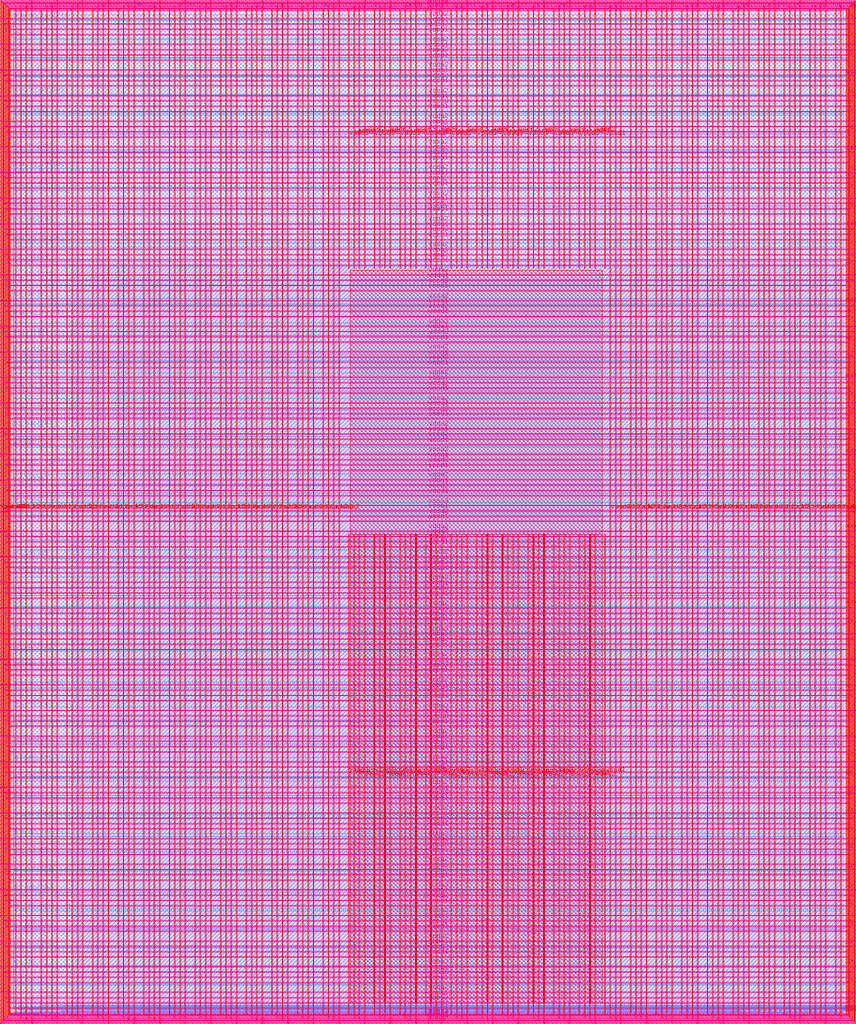
<source format=lef>
VERSION 5.7 ;
  NOWIREEXTENSIONATPIN ON ;
  DIVIDERCHAR "/" ;
  BUSBITCHARS "[]" ;
MACRO user_project_wrapper
  CLASS BLOCK ;
  FOREIGN user_project_wrapper ;
  ORIGIN 0.000 0.000 ;
  SIZE 2920.000 BY 3520.000 ;
  PIN analog_io[0]
    DIRECTION INOUT ;
    USE SIGNAL ;
    PORT
      LAYER met3 ;
        RECT 2917.600 1426.380 2924.800 1427.580 ;
    END
  END analog_io[0]
  PIN analog_io[10]
    DIRECTION INOUT ;
    USE SIGNAL ;
    PORT
      LAYER met2 ;
        RECT 2230.490 3517.600 2231.050 3524.800 ;
    END
  END analog_io[10]
  PIN analog_io[11]
    DIRECTION INOUT ;
    USE SIGNAL ;
    PORT
      LAYER met2 ;
        RECT 1905.730 3517.600 1906.290 3524.800 ;
    END
  END analog_io[11]
  PIN analog_io[12]
    DIRECTION INOUT ;
    USE SIGNAL ;
    PORT
      LAYER met2 ;
        RECT 1581.430 3517.600 1581.990 3524.800 ;
    END
  END analog_io[12]
  PIN analog_io[13]
    DIRECTION INOUT ;
    USE SIGNAL ;
    PORT
      LAYER met2 ;
        RECT 1257.130 3517.600 1257.690 3524.800 ;
    END
  END analog_io[13]
  PIN analog_io[14]
    DIRECTION INOUT ;
    USE SIGNAL ;
    PORT
      LAYER met2 ;
        RECT 932.370 3517.600 932.930 3524.800 ;
    END
  END analog_io[14]
  PIN analog_io[15]
    DIRECTION INOUT ;
    USE SIGNAL ;
    PORT
      LAYER met2 ;
        RECT 608.070 3517.600 608.630 3524.800 ;
    END
  END analog_io[15]
  PIN analog_io[16]
    DIRECTION INOUT ;
    USE SIGNAL ;
    PORT
      LAYER met2 ;
        RECT 283.770 3517.600 284.330 3524.800 ;
    END
  END analog_io[16]
  PIN analog_io[17]
    DIRECTION INOUT ;
    USE SIGNAL ;
    PORT
      LAYER met3 ;
        RECT -4.800 3486.100 2.400 3487.300 ;
    END
  END analog_io[17]
  PIN analog_io[18]
    DIRECTION INOUT ;
    USE SIGNAL ;
    PORT
      LAYER met3 ;
        RECT -4.800 3224.980 2.400 3226.180 ;
    END
  END analog_io[18]
  PIN analog_io[19]
    DIRECTION INOUT ;
    USE SIGNAL ;
    PORT
      LAYER met3 ;
        RECT -4.800 2964.540 2.400 2965.740 ;
    END
  END analog_io[19]
  PIN analog_io[1]
    DIRECTION INOUT ;
    USE SIGNAL ;
    PORT
      LAYER met3 ;
        RECT 2917.600 1692.260 2924.800 1693.460 ;
    END
  END analog_io[1]
  PIN analog_io[20]
    DIRECTION INOUT ;
    USE SIGNAL ;
    PORT
      LAYER met3 ;
        RECT -4.800 2703.420 2.400 2704.620 ;
    END
  END analog_io[20]
  PIN analog_io[21]
    DIRECTION INOUT ;
    USE SIGNAL ;
    PORT
      LAYER met3 ;
        RECT -4.800 2442.980 2.400 2444.180 ;
    END
  END analog_io[21]
  PIN analog_io[22]
    DIRECTION INOUT ;
    USE SIGNAL ;
    PORT
      LAYER met3 ;
        RECT -4.800 2182.540 2.400 2183.740 ;
    END
  END analog_io[22]
  PIN analog_io[23]
    DIRECTION INOUT ;
    USE SIGNAL ;
    PORT
      LAYER met3 ;
        RECT -4.800 1921.420 2.400 1922.620 ;
    END
  END analog_io[23]
  PIN analog_io[24]
    DIRECTION INOUT ;
    USE SIGNAL ;
    PORT
      LAYER met3 ;
        RECT -4.800 1660.980 2.400 1662.180 ;
    END
  END analog_io[24]
  PIN analog_io[25]
    DIRECTION INOUT ;
    USE SIGNAL ;
    PORT
      LAYER met3 ;
        RECT -4.800 1399.860 2.400 1401.060 ;
    END
  END analog_io[25]
  PIN analog_io[26]
    DIRECTION INOUT ;
    USE SIGNAL ;
    PORT
      LAYER met3 ;
        RECT -4.800 1139.420 2.400 1140.620 ;
    END
  END analog_io[26]
  PIN analog_io[27]
    DIRECTION INOUT ;
    USE SIGNAL ;
    PORT
      LAYER met3 ;
        RECT -4.800 878.980 2.400 880.180 ;
    END
  END analog_io[27]
  PIN analog_io[28]
    DIRECTION INOUT ;
    USE SIGNAL ;
    PORT
      LAYER met3 ;
        RECT -4.800 617.860 2.400 619.060 ;
    END
  END analog_io[28]
  PIN analog_io[2]
    DIRECTION INOUT ;
    USE SIGNAL ;
    PORT
      LAYER met3 ;
        RECT 2917.600 1958.140 2924.800 1959.340 ;
    END
  END analog_io[2]
  PIN analog_io[3]
    DIRECTION INOUT ;
    USE SIGNAL ;
    PORT
      LAYER met3 ;
        RECT 2917.600 2223.340 2924.800 2224.540 ;
    END
  END analog_io[3]
  PIN analog_io[4]
    DIRECTION INOUT ;
    USE SIGNAL ;
    PORT
      LAYER met3 ;
        RECT 2917.600 2489.220 2924.800 2490.420 ;
    END
  END analog_io[4]
  PIN analog_io[5]
    DIRECTION INOUT ;
    USE SIGNAL ;
    PORT
      LAYER met3 ;
        RECT 2917.600 2755.100 2924.800 2756.300 ;
    END
  END analog_io[5]
  PIN analog_io[6]
    DIRECTION INOUT ;
    USE SIGNAL ;
    PORT
      LAYER met3 ;
        RECT 2917.600 3020.300 2924.800 3021.500 ;
    END
  END analog_io[6]
  PIN analog_io[7]
    DIRECTION INOUT ;
    USE SIGNAL ;
    PORT
      LAYER met3 ;
        RECT 2917.600 3286.180 2924.800 3287.380 ;
    END
  END analog_io[7]
  PIN analog_io[8]
    DIRECTION INOUT ;
    USE SIGNAL ;
    PORT
      LAYER met2 ;
        RECT 2879.090 3517.600 2879.650 3524.800 ;
    END
  END analog_io[8]
  PIN analog_io[9]
    DIRECTION INOUT ;
    USE SIGNAL ;
    PORT
      LAYER met2 ;
        RECT 2554.790 3517.600 2555.350 3524.800 ;
    END
  END analog_io[9]
  PIN io_in[0]
    DIRECTION INPUT ;
    USE SIGNAL ;
    PORT
      LAYER met3 ;
        RECT 2917.600 32.380 2924.800 33.580 ;
    END
  END io_in[0]
  PIN io_in[10]
    DIRECTION INPUT ;
    USE SIGNAL ;
    PORT
      LAYER met3 ;
        RECT 2917.600 2289.980 2924.800 2291.180 ;
    END
  END io_in[10]
  PIN io_in[11]
    DIRECTION INPUT ;
    USE SIGNAL ;
    PORT
      LAYER met3 ;
        RECT 2917.600 2555.860 2924.800 2557.060 ;
    END
  END io_in[11]
  PIN io_in[12]
    DIRECTION INPUT ;
    USE SIGNAL ;
    PORT
      LAYER met3 ;
        RECT 2917.600 2821.060 2924.800 2822.260 ;
    END
  END io_in[12]
  PIN io_in[13]
    DIRECTION INPUT ;
    USE SIGNAL ;
    PORT
      LAYER met3 ;
        RECT 2917.600 3086.940 2924.800 3088.140 ;
    END
  END io_in[13]
  PIN io_in[14]
    DIRECTION INPUT ;
    USE SIGNAL ;
    PORT
      LAYER met3 ;
        RECT 2917.600 3352.820 2924.800 3354.020 ;
    END
  END io_in[14]
  PIN io_in[15]
    DIRECTION INPUT ;
    USE SIGNAL ;
    PORT
      LAYER met2 ;
        RECT 2798.130 3517.600 2798.690 3524.800 ;
    END
  END io_in[15]
  PIN io_in[16]
    DIRECTION INPUT ;
    USE SIGNAL ;
    PORT
      LAYER met2 ;
        RECT 2473.830 3517.600 2474.390 3524.800 ;
    END
  END io_in[16]
  PIN io_in[17]
    DIRECTION INPUT ;
    USE SIGNAL ;
    PORT
      LAYER met2 ;
        RECT 2149.070 3517.600 2149.630 3524.800 ;
    END
  END io_in[17]
  PIN io_in[18]
    DIRECTION INPUT ;
    USE SIGNAL ;
    PORT
      LAYER met2 ;
        RECT 1824.770 3517.600 1825.330 3524.800 ;
    END
  END io_in[18]
  PIN io_in[19]
    DIRECTION INPUT ;
    USE SIGNAL ;
    PORT
      LAYER met2 ;
        RECT 1500.470 3517.600 1501.030 3524.800 ;
    END
  END io_in[19]
  PIN io_in[1]
    DIRECTION INPUT ;
    USE SIGNAL ;
    PORT
      LAYER met3 ;
        RECT 2917.600 230.940 2924.800 232.140 ;
    END
  END io_in[1]
  PIN io_in[20]
    DIRECTION INPUT ;
    USE SIGNAL ;
    PORT
      LAYER met2 ;
        RECT 1175.710 3517.600 1176.270 3524.800 ;
    END
  END io_in[20]
  PIN io_in[21]
    DIRECTION INPUT ;
    USE SIGNAL ;
    PORT
      LAYER met2 ;
        RECT 851.410 3517.600 851.970 3524.800 ;
    END
  END io_in[21]
  PIN io_in[22]
    DIRECTION INPUT ;
    USE SIGNAL ;
    PORT
      LAYER met2 ;
        RECT 527.110 3517.600 527.670 3524.800 ;
    END
  END io_in[22]
  PIN io_in[23]
    DIRECTION INPUT ;
    USE SIGNAL ;
    PORT
      LAYER met2 ;
        RECT 202.350 3517.600 202.910 3524.800 ;
    END
  END io_in[23]
  PIN io_in[24]
    DIRECTION INPUT ;
    USE SIGNAL ;
    PORT
      LAYER met3 ;
        RECT -4.800 3420.820 2.400 3422.020 ;
    END
  END io_in[24]
  PIN io_in[25]
    DIRECTION INPUT ;
    USE SIGNAL ;
    PORT
      LAYER met3 ;
        RECT -4.800 3159.700 2.400 3160.900 ;
    END
  END io_in[25]
  PIN io_in[26]
    DIRECTION INPUT ;
    USE SIGNAL ;
    PORT
      LAYER met3 ;
        RECT -4.800 2899.260 2.400 2900.460 ;
    END
  END io_in[26]
  PIN io_in[27]
    DIRECTION INPUT ;
    USE SIGNAL ;
    PORT
      LAYER met3 ;
        RECT -4.800 2638.820 2.400 2640.020 ;
    END
  END io_in[27]
  PIN io_in[28]
    DIRECTION INPUT ;
    USE SIGNAL ;
    PORT
      LAYER met3 ;
        RECT -4.800 2377.700 2.400 2378.900 ;
    END
  END io_in[28]
  PIN io_in[29]
    DIRECTION INPUT ;
    USE SIGNAL ;
    PORT
      LAYER met3 ;
        RECT -4.800 2117.260 2.400 2118.460 ;
    END
  END io_in[29]
  PIN io_in[2]
    DIRECTION INPUT ;
    USE SIGNAL ;
    PORT
      LAYER met3 ;
        RECT 2917.600 430.180 2924.800 431.380 ;
    END
  END io_in[2]
  PIN io_in[30]
    DIRECTION INPUT ;
    USE SIGNAL ;
    PORT
      LAYER met3 ;
        RECT -4.800 1856.140 2.400 1857.340 ;
    END
  END io_in[30]
  PIN io_in[31]
    DIRECTION INPUT ;
    USE SIGNAL ;
    PORT
      LAYER met3 ;
        RECT -4.800 1595.700 2.400 1596.900 ;
    END
  END io_in[31]
  PIN io_in[32]
    DIRECTION INPUT ;
    USE SIGNAL ;
    PORT
      LAYER met3 ;
        RECT -4.800 1335.260 2.400 1336.460 ;
    END
  END io_in[32]
  PIN io_in[33]
    DIRECTION INPUT ;
    USE SIGNAL ;
    PORT
      LAYER met3 ;
        RECT -4.800 1074.140 2.400 1075.340 ;
    END
  END io_in[33]
  PIN io_in[34]
    DIRECTION INPUT ;
    USE SIGNAL ;
    PORT
      LAYER met3 ;
        RECT -4.800 813.700 2.400 814.900 ;
    END
  END io_in[34]
  PIN io_in[35]
    DIRECTION INPUT ;
    USE SIGNAL ;
    PORT
      LAYER met3 ;
        RECT -4.800 552.580 2.400 553.780 ;
    END
  END io_in[35]
  PIN io_in[36]
    DIRECTION INPUT ;
    USE SIGNAL ;
    PORT
      LAYER met3 ;
        RECT -4.800 357.420 2.400 358.620 ;
    END
  END io_in[36]
  PIN io_in[37]
    DIRECTION INPUT ;
    USE SIGNAL ;
    PORT
      LAYER met3 ;
        RECT -4.800 161.580 2.400 162.780 ;
    END
  END io_in[37]
  PIN io_in[3]
    DIRECTION INPUT ;
    USE SIGNAL ;
    PORT
      LAYER met3 ;
        RECT 2917.600 629.420 2924.800 630.620 ;
    END
  END io_in[3]
  PIN io_in[4]
    DIRECTION INPUT ;
    USE SIGNAL ;
    PORT
      LAYER met3 ;
        RECT 2917.600 828.660 2924.800 829.860 ;
    END
  END io_in[4]
  PIN io_in[5]
    DIRECTION INPUT ;
    USE SIGNAL ;
    PORT
      LAYER met3 ;
        RECT 2917.600 1027.900 2924.800 1029.100 ;
    END
  END io_in[5]
  PIN io_in[6]
    DIRECTION INPUT ;
    USE SIGNAL ;
    PORT
      LAYER met3 ;
        RECT 2917.600 1227.140 2924.800 1228.340 ;
    END
  END io_in[6]
  PIN io_in[7]
    DIRECTION INPUT ;
    USE SIGNAL ;
    PORT
      LAYER met3 ;
        RECT 2917.600 1493.020 2924.800 1494.220 ;
    END
  END io_in[7]
  PIN io_in[8]
    DIRECTION INPUT ;
    USE SIGNAL ;
    PORT
      LAYER met3 ;
        RECT 2917.600 1758.900 2924.800 1760.100 ;
    END
  END io_in[8]
  PIN io_in[9]
    DIRECTION INPUT ;
    USE SIGNAL ;
    PORT
      LAYER met3 ;
        RECT 2917.600 2024.100 2924.800 2025.300 ;
    END
  END io_in[9]
  PIN io_oeb[0]
    DIRECTION OUTPUT TRISTATE ;
    USE SIGNAL ;
    PORT
      LAYER met3 ;
        RECT 2917.600 164.980 2924.800 166.180 ;
    END
  END io_oeb[0]
  PIN io_oeb[10]
    DIRECTION OUTPUT TRISTATE ;
    USE SIGNAL ;
    PORT
      LAYER met3 ;
        RECT 2917.600 2422.580 2924.800 2423.780 ;
    END
  END io_oeb[10]
  PIN io_oeb[11]
    DIRECTION OUTPUT TRISTATE ;
    USE SIGNAL ;
    PORT
      LAYER met3 ;
        RECT 2917.600 2688.460 2924.800 2689.660 ;
    END
  END io_oeb[11]
  PIN io_oeb[12]
    DIRECTION OUTPUT TRISTATE ;
    USE SIGNAL ;
    PORT
      LAYER met3 ;
        RECT 2917.600 2954.340 2924.800 2955.540 ;
    END
  END io_oeb[12]
  PIN io_oeb[13]
    DIRECTION OUTPUT TRISTATE ;
    USE SIGNAL ;
    PORT
      LAYER met3 ;
        RECT 2917.600 3219.540 2924.800 3220.740 ;
    END
  END io_oeb[13]
  PIN io_oeb[14]
    DIRECTION OUTPUT TRISTATE ;
    USE SIGNAL ;
    PORT
      LAYER met3 ;
        RECT 2917.600 3485.420 2924.800 3486.620 ;
    END
  END io_oeb[14]
  PIN io_oeb[15]
    DIRECTION OUTPUT TRISTATE ;
    USE SIGNAL ;
    PORT
      LAYER met2 ;
        RECT 2635.750 3517.600 2636.310 3524.800 ;
    END
  END io_oeb[15]
  PIN io_oeb[16]
    DIRECTION OUTPUT TRISTATE ;
    USE SIGNAL ;
    PORT
      LAYER met2 ;
        RECT 2311.450 3517.600 2312.010 3524.800 ;
    END
  END io_oeb[16]
  PIN io_oeb[17]
    DIRECTION OUTPUT TRISTATE ;
    USE SIGNAL ;
    PORT
      LAYER met2 ;
        RECT 1987.150 3517.600 1987.710 3524.800 ;
    END
  END io_oeb[17]
  PIN io_oeb[18]
    DIRECTION OUTPUT TRISTATE ;
    USE SIGNAL ;
    PORT
      LAYER met2 ;
        RECT 1662.390 3517.600 1662.950 3524.800 ;
    END
  END io_oeb[18]
  PIN io_oeb[19]
    DIRECTION OUTPUT TRISTATE ;
    USE SIGNAL ;
    PORT
      LAYER met2 ;
        RECT 1338.090 3517.600 1338.650 3524.800 ;
    END
  END io_oeb[19]
  PIN io_oeb[1]
    DIRECTION OUTPUT TRISTATE ;
    USE SIGNAL ;
    PORT
      LAYER met3 ;
        RECT 2917.600 364.220 2924.800 365.420 ;
    END
  END io_oeb[1]
  PIN io_oeb[20]
    DIRECTION OUTPUT TRISTATE ;
    USE SIGNAL ;
    PORT
      LAYER met2 ;
        RECT 1013.790 3517.600 1014.350 3524.800 ;
    END
  END io_oeb[20]
  PIN io_oeb[21]
    DIRECTION OUTPUT TRISTATE ;
    USE SIGNAL ;
    PORT
      LAYER met2 ;
        RECT 689.030 3517.600 689.590 3524.800 ;
    END
  END io_oeb[21]
  PIN io_oeb[22]
    DIRECTION OUTPUT TRISTATE ;
    USE SIGNAL ;
    PORT
      LAYER met2 ;
        RECT 364.730 3517.600 365.290 3524.800 ;
    END
  END io_oeb[22]
  PIN io_oeb[23]
    DIRECTION OUTPUT TRISTATE ;
    USE SIGNAL ;
    PORT
      LAYER met2 ;
        RECT 40.430 3517.600 40.990 3524.800 ;
    END
  END io_oeb[23]
  PIN io_oeb[24]
    DIRECTION OUTPUT TRISTATE ;
    USE SIGNAL ;
    PORT
      LAYER met3 ;
        RECT -4.800 3290.260 2.400 3291.460 ;
    END
  END io_oeb[24]
  PIN io_oeb[25]
    DIRECTION OUTPUT TRISTATE ;
    USE SIGNAL ;
    PORT
      LAYER met3 ;
        RECT -4.800 3029.820 2.400 3031.020 ;
    END
  END io_oeb[25]
  PIN io_oeb[26]
    DIRECTION OUTPUT TRISTATE ;
    USE SIGNAL ;
    PORT
      LAYER met3 ;
        RECT -4.800 2768.700 2.400 2769.900 ;
    END
  END io_oeb[26]
  PIN io_oeb[27]
    DIRECTION OUTPUT TRISTATE ;
    USE SIGNAL ;
    PORT
      LAYER met3 ;
        RECT -4.800 2508.260 2.400 2509.460 ;
    END
  END io_oeb[27]
  PIN io_oeb[28]
    DIRECTION OUTPUT TRISTATE ;
    USE SIGNAL ;
    PORT
      LAYER met3 ;
        RECT -4.800 2247.140 2.400 2248.340 ;
    END
  END io_oeb[28]
  PIN io_oeb[29]
    DIRECTION OUTPUT TRISTATE ;
    USE SIGNAL ;
    PORT
      LAYER met3 ;
        RECT -4.800 1986.700 2.400 1987.900 ;
    END
  END io_oeb[29]
  PIN io_oeb[2]
    DIRECTION OUTPUT TRISTATE ;
    USE SIGNAL ;
    PORT
      LAYER met3 ;
        RECT 2917.600 563.460 2924.800 564.660 ;
    END
  END io_oeb[2]
  PIN io_oeb[30]
    DIRECTION OUTPUT TRISTATE ;
    USE SIGNAL ;
    PORT
      LAYER met3 ;
        RECT -4.800 1726.260 2.400 1727.460 ;
    END
  END io_oeb[30]
  PIN io_oeb[31]
    DIRECTION OUTPUT TRISTATE ;
    USE SIGNAL ;
    PORT
      LAYER met3 ;
        RECT -4.800 1465.140 2.400 1466.340 ;
    END
  END io_oeb[31]
  PIN io_oeb[32]
    DIRECTION OUTPUT TRISTATE ;
    USE SIGNAL ;
    PORT
      LAYER met3 ;
        RECT -4.800 1204.700 2.400 1205.900 ;
    END
  END io_oeb[32]
  PIN io_oeb[33]
    DIRECTION OUTPUT TRISTATE ;
    USE SIGNAL ;
    PORT
      LAYER met3 ;
        RECT -4.800 943.580 2.400 944.780 ;
    END
  END io_oeb[33]
  PIN io_oeb[34]
    DIRECTION OUTPUT TRISTATE ;
    USE SIGNAL ;
    PORT
      LAYER met3 ;
        RECT -4.800 683.140 2.400 684.340 ;
    END
  END io_oeb[34]
  PIN io_oeb[35]
    DIRECTION OUTPUT TRISTATE ;
    USE SIGNAL ;
    PORT
      LAYER met3 ;
        RECT -4.800 422.700 2.400 423.900 ;
    END
  END io_oeb[35]
  PIN io_oeb[36]
    DIRECTION OUTPUT TRISTATE ;
    USE SIGNAL ;
    PORT
      LAYER met3 ;
        RECT -4.800 226.860 2.400 228.060 ;
    END
  END io_oeb[36]
  PIN io_oeb[37]
    DIRECTION OUTPUT TRISTATE ;
    USE SIGNAL ;
    PORT
      LAYER met3 ;
        RECT -4.800 31.700 2.400 32.900 ;
    END
  END io_oeb[37]
  PIN io_oeb[3]
    DIRECTION OUTPUT TRISTATE ;
    USE SIGNAL ;
    PORT
      LAYER met3 ;
        RECT 2917.600 762.700 2924.800 763.900 ;
    END
  END io_oeb[3]
  PIN io_oeb[4]
    DIRECTION OUTPUT TRISTATE ;
    USE SIGNAL ;
    PORT
      LAYER met3 ;
        RECT 2917.600 961.940 2924.800 963.140 ;
    END
  END io_oeb[4]
  PIN io_oeb[5]
    DIRECTION OUTPUT TRISTATE ;
    USE SIGNAL ;
    PORT
      LAYER met3 ;
        RECT 2917.600 1161.180 2924.800 1162.380 ;
    END
  END io_oeb[5]
  PIN io_oeb[6]
    DIRECTION OUTPUT TRISTATE ;
    USE SIGNAL ;
    PORT
      LAYER met3 ;
        RECT 2917.600 1360.420 2924.800 1361.620 ;
    END
  END io_oeb[6]
  PIN io_oeb[7]
    DIRECTION OUTPUT TRISTATE ;
    USE SIGNAL ;
    PORT
      LAYER met3 ;
        RECT 2917.600 1625.620 2924.800 1626.820 ;
    END
  END io_oeb[7]
  PIN io_oeb[8]
    DIRECTION OUTPUT TRISTATE ;
    USE SIGNAL ;
    PORT
      LAYER met3 ;
        RECT 2917.600 1891.500 2924.800 1892.700 ;
    END
  END io_oeb[8]
  PIN io_oeb[9]
    DIRECTION OUTPUT TRISTATE ;
    USE SIGNAL ;
    PORT
      LAYER met3 ;
        RECT 2917.600 2157.380 2924.800 2158.580 ;
    END
  END io_oeb[9]
  PIN io_out[0]
    DIRECTION OUTPUT TRISTATE ;
    USE SIGNAL ;
    PORT
      LAYER met3 ;
        RECT 2917.600 98.340 2924.800 99.540 ;
    END
  END io_out[0]
  PIN io_out[10]
    DIRECTION OUTPUT TRISTATE ;
    USE SIGNAL ;
    PORT
      LAYER met3 ;
        RECT 2917.600 2356.620 2924.800 2357.820 ;
    END
  END io_out[10]
  PIN io_out[11]
    DIRECTION OUTPUT TRISTATE ;
    USE SIGNAL ;
    PORT
      LAYER met3 ;
        RECT 2917.600 2621.820 2924.800 2623.020 ;
    END
  END io_out[11]
  PIN io_out[12]
    DIRECTION OUTPUT TRISTATE ;
    USE SIGNAL ;
    PORT
      LAYER met3 ;
        RECT 2917.600 2887.700 2924.800 2888.900 ;
    END
  END io_out[12]
  PIN io_out[13]
    DIRECTION OUTPUT TRISTATE ;
    USE SIGNAL ;
    PORT
      LAYER met3 ;
        RECT 2917.600 3153.580 2924.800 3154.780 ;
    END
  END io_out[13]
  PIN io_out[14]
    DIRECTION OUTPUT TRISTATE ;
    USE SIGNAL ;
    PORT
      LAYER met3 ;
        RECT 2917.600 3418.780 2924.800 3419.980 ;
    END
  END io_out[14]
  PIN io_out[15]
    DIRECTION OUTPUT TRISTATE ;
    USE SIGNAL ;
    PORT
      LAYER met2 ;
        RECT 2717.170 3517.600 2717.730 3524.800 ;
    END
  END io_out[15]
  PIN io_out[16]
    DIRECTION OUTPUT TRISTATE ;
    USE SIGNAL ;
    PORT
      LAYER met2 ;
        RECT 2392.410 3517.600 2392.970 3524.800 ;
    END
  END io_out[16]
  PIN io_out[17]
    DIRECTION OUTPUT TRISTATE ;
    USE SIGNAL ;
    PORT
      LAYER met2 ;
        RECT 2068.110 3517.600 2068.670 3524.800 ;
    END
  END io_out[17]
  PIN io_out[18]
    DIRECTION OUTPUT TRISTATE ;
    USE SIGNAL ;
    PORT
      LAYER met2 ;
        RECT 1743.810 3517.600 1744.370 3524.800 ;
    END
  END io_out[18]
  PIN io_out[19]
    DIRECTION OUTPUT TRISTATE ;
    USE SIGNAL ;
    PORT
      LAYER met2 ;
        RECT 1419.050 3517.600 1419.610 3524.800 ;
    END
  END io_out[19]
  PIN io_out[1]
    DIRECTION OUTPUT TRISTATE ;
    USE SIGNAL ;
    PORT
      LAYER met3 ;
        RECT 2917.600 297.580 2924.800 298.780 ;
    END
  END io_out[1]
  PIN io_out[20]
    DIRECTION OUTPUT TRISTATE ;
    USE SIGNAL ;
    PORT
      LAYER met2 ;
        RECT 1094.750 3517.600 1095.310 3524.800 ;
    END
  END io_out[20]
  PIN io_out[21]
    DIRECTION OUTPUT TRISTATE ;
    USE SIGNAL ;
    PORT
      LAYER met2 ;
        RECT 770.450 3517.600 771.010 3524.800 ;
    END
  END io_out[21]
  PIN io_out[22]
    DIRECTION OUTPUT TRISTATE ;
    USE SIGNAL ;
    PORT
      LAYER met2 ;
        RECT 445.690 3517.600 446.250 3524.800 ;
    END
  END io_out[22]
  PIN io_out[23]
    DIRECTION OUTPUT TRISTATE ;
    USE SIGNAL ;
    PORT
      LAYER met2 ;
        RECT 121.390 3517.600 121.950 3524.800 ;
    END
  END io_out[23]
  PIN io_out[24]
    DIRECTION OUTPUT TRISTATE ;
    USE SIGNAL ;
    PORT
      LAYER met3 ;
        RECT -4.800 3355.540 2.400 3356.740 ;
    END
  END io_out[24]
  PIN io_out[25]
    DIRECTION OUTPUT TRISTATE ;
    USE SIGNAL ;
    PORT
      LAYER met3 ;
        RECT -4.800 3095.100 2.400 3096.300 ;
    END
  END io_out[25]
  PIN io_out[26]
    DIRECTION OUTPUT TRISTATE ;
    USE SIGNAL ;
    PORT
      LAYER met3 ;
        RECT -4.800 2833.980 2.400 2835.180 ;
    END
  END io_out[26]
  PIN io_out[27]
    DIRECTION OUTPUT TRISTATE ;
    USE SIGNAL ;
    PORT
      LAYER met3 ;
        RECT -4.800 2573.540 2.400 2574.740 ;
    END
  END io_out[27]
  PIN io_out[28]
    DIRECTION OUTPUT TRISTATE ;
    USE SIGNAL ;
    PORT
      LAYER met3 ;
        RECT -4.800 2312.420 2.400 2313.620 ;
    END
  END io_out[28]
  PIN io_out[29]
    DIRECTION OUTPUT TRISTATE ;
    USE SIGNAL ;
    PORT
      LAYER met3 ;
        RECT -4.800 2051.980 2.400 2053.180 ;
    END
  END io_out[29]
  PIN io_out[2]
    DIRECTION OUTPUT TRISTATE ;
    USE SIGNAL ;
    PORT
      LAYER met3 ;
        RECT 2917.600 496.820 2924.800 498.020 ;
    END
  END io_out[2]
  PIN io_out[30]
    DIRECTION OUTPUT TRISTATE ;
    USE SIGNAL ;
    PORT
      LAYER met3 ;
        RECT -4.800 1791.540 2.400 1792.740 ;
    END
  END io_out[30]
  PIN io_out[31]
    DIRECTION OUTPUT TRISTATE ;
    USE SIGNAL ;
    PORT
      LAYER met3 ;
        RECT -4.800 1530.420 2.400 1531.620 ;
    END
  END io_out[31]
  PIN io_out[32]
    DIRECTION OUTPUT TRISTATE ;
    USE SIGNAL ;
    PORT
      LAYER met3 ;
        RECT -4.800 1269.980 2.400 1271.180 ;
    END
  END io_out[32]
  PIN io_out[33]
    DIRECTION OUTPUT TRISTATE ;
    USE SIGNAL ;
    PORT
      LAYER met3 ;
        RECT -4.800 1008.860 2.400 1010.060 ;
    END
  END io_out[33]
  PIN io_out[34]
    DIRECTION OUTPUT TRISTATE ;
    USE SIGNAL ;
    PORT
      LAYER met3 ;
        RECT -4.800 748.420 2.400 749.620 ;
    END
  END io_out[34]
  PIN io_out[35]
    DIRECTION OUTPUT TRISTATE ;
    USE SIGNAL ;
    PORT
      LAYER met3 ;
        RECT -4.800 487.300 2.400 488.500 ;
    END
  END io_out[35]
  PIN io_out[36]
    DIRECTION OUTPUT TRISTATE ;
    USE SIGNAL ;
    PORT
      LAYER met3 ;
        RECT -4.800 292.140 2.400 293.340 ;
    END
  END io_out[36]
  PIN io_out[37]
    DIRECTION OUTPUT TRISTATE ;
    USE SIGNAL ;
    PORT
      LAYER met3 ;
        RECT -4.800 96.300 2.400 97.500 ;
    END
  END io_out[37]
  PIN io_out[3]
    DIRECTION OUTPUT TRISTATE ;
    USE SIGNAL ;
    PORT
      LAYER met3 ;
        RECT 2917.600 696.060 2924.800 697.260 ;
    END
  END io_out[3]
  PIN io_out[4]
    DIRECTION OUTPUT TRISTATE ;
    USE SIGNAL ;
    PORT
      LAYER met3 ;
        RECT 2917.600 895.300 2924.800 896.500 ;
    END
  END io_out[4]
  PIN io_out[5]
    DIRECTION OUTPUT TRISTATE ;
    USE SIGNAL ;
    PORT
      LAYER met3 ;
        RECT 2917.600 1094.540 2924.800 1095.740 ;
    END
  END io_out[5]
  PIN io_out[6]
    DIRECTION OUTPUT TRISTATE ;
    USE SIGNAL ;
    PORT
      LAYER met3 ;
        RECT 2917.600 1293.780 2924.800 1294.980 ;
    END
  END io_out[6]
  PIN io_out[7]
    DIRECTION OUTPUT TRISTATE ;
    USE SIGNAL ;
    PORT
      LAYER met3 ;
        RECT 2917.600 1559.660 2924.800 1560.860 ;
    END
  END io_out[7]
  PIN io_out[8]
    DIRECTION OUTPUT TRISTATE ;
    USE SIGNAL ;
    PORT
      LAYER met3 ;
        RECT 2917.600 1824.860 2924.800 1826.060 ;
    END
  END io_out[8]
  PIN io_out[9]
    DIRECTION OUTPUT TRISTATE ;
    USE SIGNAL ;
    PORT
      LAYER met3 ;
        RECT 2917.600 2090.740 2924.800 2091.940 ;
    END
  END io_out[9]
  PIN la_data_in[0]
    DIRECTION INPUT ;
    USE SIGNAL ;
    PORT
      LAYER met2 ;
        RECT 629.230 -4.800 629.790 2.400 ;
    END
  END la_data_in[0]
  PIN la_data_in[100]
    DIRECTION INPUT ;
    USE SIGNAL ;
    PORT
      LAYER met2 ;
        RECT 2402.530 -4.800 2403.090 2.400 ;
    END
  END la_data_in[100]
  PIN la_data_in[101]
    DIRECTION INPUT ;
    USE SIGNAL ;
    PORT
      LAYER met2 ;
        RECT 2420.010 -4.800 2420.570 2.400 ;
    END
  END la_data_in[101]
  PIN la_data_in[102]
    DIRECTION INPUT ;
    USE SIGNAL ;
    PORT
      LAYER met2 ;
        RECT 2437.950 -4.800 2438.510 2.400 ;
    END
  END la_data_in[102]
  PIN la_data_in[103]
    DIRECTION INPUT ;
    USE SIGNAL ;
    PORT
      LAYER met2 ;
        RECT 2455.430 -4.800 2455.990 2.400 ;
    END
  END la_data_in[103]
  PIN la_data_in[104]
    DIRECTION INPUT ;
    USE SIGNAL ;
    PORT
      LAYER met2 ;
        RECT 2473.370 -4.800 2473.930 2.400 ;
    END
  END la_data_in[104]
  PIN la_data_in[105]
    DIRECTION INPUT ;
    USE SIGNAL ;
    PORT
      LAYER met2 ;
        RECT 2490.850 -4.800 2491.410 2.400 ;
    END
  END la_data_in[105]
  PIN la_data_in[106]
    DIRECTION INPUT ;
    USE SIGNAL ;
    PORT
      LAYER met2 ;
        RECT 2508.790 -4.800 2509.350 2.400 ;
    END
  END la_data_in[106]
  PIN la_data_in[107]
    DIRECTION INPUT ;
    USE SIGNAL ;
    PORT
      LAYER met2 ;
        RECT 2526.730 -4.800 2527.290 2.400 ;
    END
  END la_data_in[107]
  PIN la_data_in[108]
    DIRECTION INPUT ;
    USE SIGNAL ;
    PORT
      LAYER met2 ;
        RECT 2544.210 -4.800 2544.770 2.400 ;
    END
  END la_data_in[108]
  PIN la_data_in[109]
    DIRECTION INPUT ;
    USE SIGNAL ;
    PORT
      LAYER met2 ;
        RECT 2562.150 -4.800 2562.710 2.400 ;
    END
  END la_data_in[109]
  PIN la_data_in[10]
    DIRECTION INPUT ;
    USE SIGNAL ;
    PORT
      LAYER met2 ;
        RECT 806.330 -4.800 806.890 2.400 ;
    END
  END la_data_in[10]
  PIN la_data_in[110]
    DIRECTION INPUT ;
    USE SIGNAL ;
    PORT
      LAYER met2 ;
        RECT 2579.630 -4.800 2580.190 2.400 ;
    END
  END la_data_in[110]
  PIN la_data_in[111]
    DIRECTION INPUT ;
    USE SIGNAL ;
    PORT
      LAYER met2 ;
        RECT 2597.570 -4.800 2598.130 2.400 ;
    END
  END la_data_in[111]
  PIN la_data_in[112]
    DIRECTION INPUT ;
    USE SIGNAL ;
    PORT
      LAYER met2 ;
        RECT 2615.050 -4.800 2615.610 2.400 ;
    END
  END la_data_in[112]
  PIN la_data_in[113]
    DIRECTION INPUT ;
    USE SIGNAL ;
    PORT
      LAYER met2 ;
        RECT 2632.990 -4.800 2633.550 2.400 ;
    END
  END la_data_in[113]
  PIN la_data_in[114]
    DIRECTION INPUT ;
    USE SIGNAL ;
    PORT
      LAYER met2 ;
        RECT 2650.470 -4.800 2651.030 2.400 ;
    END
  END la_data_in[114]
  PIN la_data_in[115]
    DIRECTION INPUT ;
    USE SIGNAL ;
    PORT
      LAYER met2 ;
        RECT 2668.410 -4.800 2668.970 2.400 ;
    END
  END la_data_in[115]
  PIN la_data_in[116]
    DIRECTION INPUT ;
    USE SIGNAL ;
    PORT
      LAYER met2 ;
        RECT 2685.890 -4.800 2686.450 2.400 ;
    END
  END la_data_in[116]
  PIN la_data_in[117]
    DIRECTION INPUT ;
    USE SIGNAL ;
    PORT
      LAYER met2 ;
        RECT 2703.830 -4.800 2704.390 2.400 ;
    END
  END la_data_in[117]
  PIN la_data_in[118]
    DIRECTION INPUT ;
    USE SIGNAL ;
    PORT
      LAYER met2 ;
        RECT 2721.770 -4.800 2722.330 2.400 ;
    END
  END la_data_in[118]
  PIN la_data_in[119]
    DIRECTION INPUT ;
    USE SIGNAL ;
    PORT
      LAYER met2 ;
        RECT 2739.250 -4.800 2739.810 2.400 ;
    END
  END la_data_in[119]
  PIN la_data_in[11]
    DIRECTION INPUT ;
    USE SIGNAL ;
    PORT
      LAYER met2 ;
        RECT 824.270 -4.800 824.830 2.400 ;
    END
  END la_data_in[11]
  PIN la_data_in[120]
    DIRECTION INPUT ;
    USE SIGNAL ;
    PORT
      LAYER met2 ;
        RECT 2757.190 -4.800 2757.750 2.400 ;
    END
  END la_data_in[120]
  PIN la_data_in[121]
    DIRECTION INPUT ;
    USE SIGNAL ;
    PORT
      LAYER met2 ;
        RECT 2774.670 -4.800 2775.230 2.400 ;
    END
  END la_data_in[121]
  PIN la_data_in[122]
    DIRECTION INPUT ;
    USE SIGNAL ;
    PORT
      LAYER met2 ;
        RECT 2792.610 -4.800 2793.170 2.400 ;
    END
  END la_data_in[122]
  PIN la_data_in[123]
    DIRECTION INPUT ;
    USE SIGNAL ;
    PORT
      LAYER met2 ;
        RECT 2810.090 -4.800 2810.650 2.400 ;
    END
  END la_data_in[123]
  PIN la_data_in[124]
    DIRECTION INPUT ;
    USE SIGNAL ;
    PORT
      LAYER met2 ;
        RECT 2828.030 -4.800 2828.590 2.400 ;
    END
  END la_data_in[124]
  PIN la_data_in[125]
    DIRECTION INPUT ;
    USE SIGNAL ;
    PORT
      LAYER met2 ;
        RECT 2845.510 -4.800 2846.070 2.400 ;
    END
  END la_data_in[125]
  PIN la_data_in[126]
    DIRECTION INPUT ;
    USE SIGNAL ;
    PORT
      LAYER met2 ;
        RECT 2863.450 -4.800 2864.010 2.400 ;
    END
  END la_data_in[126]
  PIN la_data_in[127]
    DIRECTION INPUT ;
    USE SIGNAL ;
    PORT
      LAYER met2 ;
        RECT 2881.390 -4.800 2881.950 2.400 ;
    END
  END la_data_in[127]
  PIN la_data_in[12]
    DIRECTION INPUT ;
    USE SIGNAL ;
    PORT
      LAYER met2 ;
        RECT 841.750 -4.800 842.310 2.400 ;
    END
  END la_data_in[12]
  PIN la_data_in[13]
    DIRECTION INPUT ;
    USE SIGNAL ;
    PORT
      LAYER met2 ;
        RECT 859.690 -4.800 860.250 2.400 ;
    END
  END la_data_in[13]
  PIN la_data_in[14]
    DIRECTION INPUT ;
    USE SIGNAL ;
    PORT
      LAYER met2 ;
        RECT 877.170 -4.800 877.730 2.400 ;
    END
  END la_data_in[14]
  PIN la_data_in[15]
    DIRECTION INPUT ;
    USE SIGNAL ;
    PORT
      LAYER met2 ;
        RECT 895.110 -4.800 895.670 2.400 ;
    END
  END la_data_in[15]
  PIN la_data_in[16]
    DIRECTION INPUT ;
    USE SIGNAL ;
    PORT
      LAYER met2 ;
        RECT 912.590 -4.800 913.150 2.400 ;
    END
  END la_data_in[16]
  PIN la_data_in[17]
    DIRECTION INPUT ;
    USE SIGNAL ;
    PORT
      LAYER met2 ;
        RECT 930.530 -4.800 931.090 2.400 ;
    END
  END la_data_in[17]
  PIN la_data_in[18]
    DIRECTION INPUT ;
    USE SIGNAL ;
    PORT
      LAYER met2 ;
        RECT 948.470 -4.800 949.030 2.400 ;
    END
  END la_data_in[18]
  PIN la_data_in[19]
    DIRECTION INPUT ;
    USE SIGNAL ;
    PORT
      LAYER met2 ;
        RECT 965.950 -4.800 966.510 2.400 ;
    END
  END la_data_in[19]
  PIN la_data_in[1]
    DIRECTION INPUT ;
    USE SIGNAL ;
    PORT
      LAYER met2 ;
        RECT 646.710 -4.800 647.270 2.400 ;
    END
  END la_data_in[1]
  PIN la_data_in[20]
    DIRECTION INPUT ;
    USE SIGNAL ;
    PORT
      LAYER met2 ;
        RECT 983.890 -4.800 984.450 2.400 ;
    END
  END la_data_in[20]
  PIN la_data_in[21]
    DIRECTION INPUT ;
    USE SIGNAL ;
    PORT
      LAYER met2 ;
        RECT 1001.370 -4.800 1001.930 2.400 ;
    END
  END la_data_in[21]
  PIN la_data_in[22]
    DIRECTION INPUT ;
    USE SIGNAL ;
    PORT
      LAYER met2 ;
        RECT 1019.310 -4.800 1019.870 2.400 ;
    END
  END la_data_in[22]
  PIN la_data_in[23]
    DIRECTION INPUT ;
    USE SIGNAL ;
    PORT
      LAYER met2 ;
        RECT 1036.790 -4.800 1037.350 2.400 ;
    END
  END la_data_in[23]
  PIN la_data_in[24]
    DIRECTION INPUT ;
    USE SIGNAL ;
    PORT
      LAYER met2 ;
        RECT 1054.730 -4.800 1055.290 2.400 ;
    END
  END la_data_in[24]
  PIN la_data_in[25]
    DIRECTION INPUT ;
    USE SIGNAL ;
    PORT
      LAYER met2 ;
        RECT 1072.210 -4.800 1072.770 2.400 ;
    END
  END la_data_in[25]
  PIN la_data_in[26]
    DIRECTION INPUT ;
    USE SIGNAL ;
    PORT
      LAYER met2 ;
        RECT 1090.150 -4.800 1090.710 2.400 ;
    END
  END la_data_in[26]
  PIN la_data_in[27]
    DIRECTION INPUT ;
    USE SIGNAL ;
    PORT
      LAYER met2 ;
        RECT 1107.630 -4.800 1108.190 2.400 ;
    END
  END la_data_in[27]
  PIN la_data_in[28]
    DIRECTION INPUT ;
    USE SIGNAL ;
    PORT
      LAYER met2 ;
        RECT 1125.570 -4.800 1126.130 2.400 ;
    END
  END la_data_in[28]
  PIN la_data_in[29]
    DIRECTION INPUT ;
    USE SIGNAL ;
    PORT
      LAYER met2 ;
        RECT 1143.510 -4.800 1144.070 2.400 ;
    END
  END la_data_in[29]
  PIN la_data_in[2]
    DIRECTION INPUT ;
    USE SIGNAL ;
    PORT
      LAYER met2 ;
        RECT 664.650 -4.800 665.210 2.400 ;
    END
  END la_data_in[2]
  PIN la_data_in[30]
    DIRECTION INPUT ;
    USE SIGNAL ;
    PORT
      LAYER met2 ;
        RECT 1160.990 -4.800 1161.550 2.400 ;
    END
  END la_data_in[30]
  PIN la_data_in[31]
    DIRECTION INPUT ;
    USE SIGNAL ;
    PORT
      LAYER met2 ;
        RECT 1178.930 -4.800 1179.490 2.400 ;
    END
  END la_data_in[31]
  PIN la_data_in[32]
    DIRECTION INPUT ;
    USE SIGNAL ;
    PORT
      LAYER met2 ;
        RECT 1196.410 -4.800 1196.970 2.400 ;
    END
  END la_data_in[32]
  PIN la_data_in[33]
    DIRECTION INPUT ;
    USE SIGNAL ;
    PORT
      LAYER met2 ;
        RECT 1214.350 -4.800 1214.910 2.400 ;
    END
  END la_data_in[33]
  PIN la_data_in[34]
    DIRECTION INPUT ;
    USE SIGNAL ;
    PORT
      LAYER met2 ;
        RECT 1231.830 -4.800 1232.390 2.400 ;
    END
  END la_data_in[34]
  PIN la_data_in[35]
    DIRECTION INPUT ;
    USE SIGNAL ;
    PORT
      LAYER met2 ;
        RECT 1249.770 -4.800 1250.330 2.400 ;
    END
  END la_data_in[35]
  PIN la_data_in[36]
    DIRECTION INPUT ;
    USE SIGNAL ;
    PORT
      LAYER met2 ;
        RECT 1267.250 -4.800 1267.810 2.400 ;
    END
  END la_data_in[36]
  PIN la_data_in[37]
    DIRECTION INPUT ;
    USE SIGNAL ;
    PORT
      LAYER met2 ;
        RECT 1285.190 -4.800 1285.750 2.400 ;
    END
  END la_data_in[37]
  PIN la_data_in[38]
    DIRECTION INPUT ;
    USE SIGNAL ;
    PORT
      LAYER met2 ;
        RECT 1303.130 -4.800 1303.690 2.400 ;
    END
  END la_data_in[38]
  PIN la_data_in[39]
    DIRECTION INPUT ;
    USE SIGNAL ;
    PORT
      LAYER met2 ;
        RECT 1320.610 -4.800 1321.170 2.400 ;
    END
  END la_data_in[39]
  PIN la_data_in[3]
    DIRECTION INPUT ;
    USE SIGNAL ;
    PORT
      LAYER met2 ;
        RECT 682.130 -4.800 682.690 2.400 ;
    END
  END la_data_in[3]
  PIN la_data_in[40]
    DIRECTION INPUT ;
    USE SIGNAL ;
    PORT
      LAYER met2 ;
        RECT 1338.550 -4.800 1339.110 2.400 ;
    END
  END la_data_in[40]
  PIN la_data_in[41]
    DIRECTION INPUT ;
    USE SIGNAL ;
    PORT
      LAYER met2 ;
        RECT 1356.030 -4.800 1356.590 2.400 ;
    END
  END la_data_in[41]
  PIN la_data_in[42]
    DIRECTION INPUT ;
    USE SIGNAL ;
    PORT
      LAYER met2 ;
        RECT 1373.970 -4.800 1374.530 2.400 ;
    END
  END la_data_in[42]
  PIN la_data_in[43]
    DIRECTION INPUT ;
    USE SIGNAL ;
    PORT
      LAYER met2 ;
        RECT 1391.450 -4.800 1392.010 2.400 ;
    END
  END la_data_in[43]
  PIN la_data_in[44]
    DIRECTION INPUT ;
    USE SIGNAL ;
    PORT
      LAYER met2 ;
        RECT 1409.390 -4.800 1409.950 2.400 ;
    END
  END la_data_in[44]
  PIN la_data_in[45]
    DIRECTION INPUT ;
    USE SIGNAL ;
    PORT
      LAYER met2 ;
        RECT 1426.870 -4.800 1427.430 2.400 ;
    END
  END la_data_in[45]
  PIN la_data_in[46]
    DIRECTION INPUT ;
    USE SIGNAL ;
    PORT
      LAYER met2 ;
        RECT 1444.810 -4.800 1445.370 2.400 ;
    END
  END la_data_in[46]
  PIN la_data_in[47]
    DIRECTION INPUT ;
    USE SIGNAL ;
    PORT
      LAYER met2 ;
        RECT 1462.750 -4.800 1463.310 2.400 ;
    END
  END la_data_in[47]
  PIN la_data_in[48]
    DIRECTION INPUT ;
    USE SIGNAL ;
    PORT
      LAYER met2 ;
        RECT 1480.230 -4.800 1480.790 2.400 ;
    END
  END la_data_in[48]
  PIN la_data_in[49]
    DIRECTION INPUT ;
    USE SIGNAL ;
    PORT
      LAYER met2 ;
        RECT 1498.170 -4.800 1498.730 2.400 ;
    END
  END la_data_in[49]
  PIN la_data_in[4]
    DIRECTION INPUT ;
    USE SIGNAL ;
    PORT
      LAYER met2 ;
        RECT 700.070 -4.800 700.630 2.400 ;
    END
  END la_data_in[4]
  PIN la_data_in[50]
    DIRECTION INPUT ;
    USE SIGNAL ;
    PORT
      LAYER met2 ;
        RECT 1515.650 -4.800 1516.210 2.400 ;
    END
  END la_data_in[50]
  PIN la_data_in[51]
    DIRECTION INPUT ;
    USE SIGNAL ;
    PORT
      LAYER met2 ;
        RECT 1533.590 -4.800 1534.150 2.400 ;
    END
  END la_data_in[51]
  PIN la_data_in[52]
    DIRECTION INPUT ;
    USE SIGNAL ;
    PORT
      LAYER met2 ;
        RECT 1551.070 -4.800 1551.630 2.400 ;
    END
  END la_data_in[52]
  PIN la_data_in[53]
    DIRECTION INPUT ;
    USE SIGNAL ;
    PORT
      LAYER met2 ;
        RECT 1569.010 -4.800 1569.570 2.400 ;
    END
  END la_data_in[53]
  PIN la_data_in[54]
    DIRECTION INPUT ;
    USE SIGNAL ;
    PORT
      LAYER met2 ;
        RECT 1586.490 -4.800 1587.050 2.400 ;
    END
  END la_data_in[54]
  PIN la_data_in[55]
    DIRECTION INPUT ;
    USE SIGNAL ;
    PORT
      LAYER met2 ;
        RECT 1604.430 -4.800 1604.990 2.400 ;
    END
  END la_data_in[55]
  PIN la_data_in[56]
    DIRECTION INPUT ;
    USE SIGNAL ;
    PORT
      LAYER met2 ;
        RECT 1621.910 -4.800 1622.470 2.400 ;
    END
  END la_data_in[56]
  PIN la_data_in[57]
    DIRECTION INPUT ;
    USE SIGNAL ;
    PORT
      LAYER met2 ;
        RECT 1639.850 -4.800 1640.410 2.400 ;
    END
  END la_data_in[57]
  PIN la_data_in[58]
    DIRECTION INPUT ;
    USE SIGNAL ;
    PORT
      LAYER met2 ;
        RECT 1657.790 -4.800 1658.350 2.400 ;
    END
  END la_data_in[58]
  PIN la_data_in[59]
    DIRECTION INPUT ;
    USE SIGNAL ;
    PORT
      LAYER met2 ;
        RECT 1675.270 -4.800 1675.830 2.400 ;
    END
  END la_data_in[59]
  PIN la_data_in[5]
    DIRECTION INPUT ;
    USE SIGNAL ;
    PORT
      LAYER met2 ;
        RECT 717.550 -4.800 718.110 2.400 ;
    END
  END la_data_in[5]
  PIN la_data_in[60]
    DIRECTION INPUT ;
    USE SIGNAL ;
    PORT
      LAYER met2 ;
        RECT 1693.210 -4.800 1693.770 2.400 ;
    END
  END la_data_in[60]
  PIN la_data_in[61]
    DIRECTION INPUT ;
    USE SIGNAL ;
    PORT
      LAYER met2 ;
        RECT 1710.690 -4.800 1711.250 2.400 ;
    END
  END la_data_in[61]
  PIN la_data_in[62]
    DIRECTION INPUT ;
    USE SIGNAL ;
    PORT
      LAYER met2 ;
        RECT 1728.630 -4.800 1729.190 2.400 ;
    END
  END la_data_in[62]
  PIN la_data_in[63]
    DIRECTION INPUT ;
    USE SIGNAL ;
    PORT
      LAYER met2 ;
        RECT 1746.110 -4.800 1746.670 2.400 ;
    END
  END la_data_in[63]
  PIN la_data_in[64]
    DIRECTION INPUT ;
    USE SIGNAL ;
    PORT
      LAYER met2 ;
        RECT 1764.050 -4.800 1764.610 2.400 ;
    END
  END la_data_in[64]
  PIN la_data_in[65]
    DIRECTION INPUT ;
    USE SIGNAL ;
    PORT
      LAYER met2 ;
        RECT 1781.530 -4.800 1782.090 2.400 ;
    END
  END la_data_in[65]
  PIN la_data_in[66]
    DIRECTION INPUT ;
    USE SIGNAL ;
    PORT
      LAYER met2 ;
        RECT 1799.470 -4.800 1800.030 2.400 ;
    END
  END la_data_in[66]
  PIN la_data_in[67]
    DIRECTION INPUT ;
    USE SIGNAL ;
    PORT
      LAYER met2 ;
        RECT 1817.410 -4.800 1817.970 2.400 ;
    END
  END la_data_in[67]
  PIN la_data_in[68]
    DIRECTION INPUT ;
    USE SIGNAL ;
    PORT
      LAYER met2 ;
        RECT 1834.890 -4.800 1835.450 2.400 ;
    END
  END la_data_in[68]
  PIN la_data_in[69]
    DIRECTION INPUT ;
    USE SIGNAL ;
    PORT
      LAYER met2 ;
        RECT 1852.830 -4.800 1853.390 2.400 ;
    END
  END la_data_in[69]
  PIN la_data_in[6]
    DIRECTION INPUT ;
    USE SIGNAL ;
    PORT
      LAYER met2 ;
        RECT 735.490 -4.800 736.050 2.400 ;
    END
  END la_data_in[6]
  PIN la_data_in[70]
    DIRECTION INPUT ;
    USE SIGNAL ;
    PORT
      LAYER met2 ;
        RECT 1870.310 -4.800 1870.870 2.400 ;
    END
  END la_data_in[70]
  PIN la_data_in[71]
    DIRECTION INPUT ;
    USE SIGNAL ;
    PORT
      LAYER met2 ;
        RECT 1888.250 -4.800 1888.810 2.400 ;
    END
  END la_data_in[71]
  PIN la_data_in[72]
    DIRECTION INPUT ;
    USE SIGNAL ;
    PORT
      LAYER met2 ;
        RECT 1905.730 -4.800 1906.290 2.400 ;
    END
  END la_data_in[72]
  PIN la_data_in[73]
    DIRECTION INPUT ;
    USE SIGNAL ;
    PORT
      LAYER met2 ;
        RECT 1923.670 -4.800 1924.230 2.400 ;
    END
  END la_data_in[73]
  PIN la_data_in[74]
    DIRECTION INPUT ;
    USE SIGNAL ;
    PORT
      LAYER met2 ;
        RECT 1941.150 -4.800 1941.710 2.400 ;
    END
  END la_data_in[74]
  PIN la_data_in[75]
    DIRECTION INPUT ;
    USE SIGNAL ;
    PORT
      LAYER met2 ;
        RECT 1959.090 -4.800 1959.650 2.400 ;
    END
  END la_data_in[75]
  PIN la_data_in[76]
    DIRECTION INPUT ;
    USE SIGNAL ;
    PORT
      LAYER met2 ;
        RECT 1976.570 -4.800 1977.130 2.400 ;
    END
  END la_data_in[76]
  PIN la_data_in[77]
    DIRECTION INPUT ;
    USE SIGNAL ;
    PORT
      LAYER met2 ;
        RECT 1994.510 -4.800 1995.070 2.400 ;
    END
  END la_data_in[77]
  PIN la_data_in[78]
    DIRECTION INPUT ;
    USE SIGNAL ;
    PORT
      LAYER met2 ;
        RECT 2012.450 -4.800 2013.010 2.400 ;
    END
  END la_data_in[78]
  PIN la_data_in[79]
    DIRECTION INPUT ;
    USE SIGNAL ;
    PORT
      LAYER met2 ;
        RECT 2029.930 -4.800 2030.490 2.400 ;
    END
  END la_data_in[79]
  PIN la_data_in[7]
    DIRECTION INPUT ;
    USE SIGNAL ;
    PORT
      LAYER met2 ;
        RECT 752.970 -4.800 753.530 2.400 ;
    END
  END la_data_in[7]
  PIN la_data_in[80]
    DIRECTION INPUT ;
    USE SIGNAL ;
    PORT
      LAYER met2 ;
        RECT 2047.870 -4.800 2048.430 2.400 ;
    END
  END la_data_in[80]
  PIN la_data_in[81]
    DIRECTION INPUT ;
    USE SIGNAL ;
    PORT
      LAYER met2 ;
        RECT 2065.350 -4.800 2065.910 2.400 ;
    END
  END la_data_in[81]
  PIN la_data_in[82]
    DIRECTION INPUT ;
    USE SIGNAL ;
    PORT
      LAYER met2 ;
        RECT 2083.290 -4.800 2083.850 2.400 ;
    END
  END la_data_in[82]
  PIN la_data_in[83]
    DIRECTION INPUT ;
    USE SIGNAL ;
    PORT
      LAYER met2 ;
        RECT 2100.770 -4.800 2101.330 2.400 ;
    END
  END la_data_in[83]
  PIN la_data_in[84]
    DIRECTION INPUT ;
    USE SIGNAL ;
    PORT
      LAYER met2 ;
        RECT 2118.710 -4.800 2119.270 2.400 ;
    END
  END la_data_in[84]
  PIN la_data_in[85]
    DIRECTION INPUT ;
    USE SIGNAL ;
    PORT
      LAYER met2 ;
        RECT 2136.190 -4.800 2136.750 2.400 ;
    END
  END la_data_in[85]
  PIN la_data_in[86]
    DIRECTION INPUT ;
    USE SIGNAL ;
    PORT
      LAYER met2 ;
        RECT 2154.130 -4.800 2154.690 2.400 ;
    END
  END la_data_in[86]
  PIN la_data_in[87]
    DIRECTION INPUT ;
    USE SIGNAL ;
    PORT
      LAYER met2 ;
        RECT 2172.070 -4.800 2172.630 2.400 ;
    END
  END la_data_in[87]
  PIN la_data_in[88]
    DIRECTION INPUT ;
    USE SIGNAL ;
    PORT
      LAYER met2 ;
        RECT 2189.550 -4.800 2190.110 2.400 ;
    END
  END la_data_in[88]
  PIN la_data_in[89]
    DIRECTION INPUT ;
    USE SIGNAL ;
    PORT
      LAYER met2 ;
        RECT 2207.490 -4.800 2208.050 2.400 ;
    END
  END la_data_in[89]
  PIN la_data_in[8]
    DIRECTION INPUT ;
    USE SIGNAL ;
    PORT
      LAYER met2 ;
        RECT 770.910 -4.800 771.470 2.400 ;
    END
  END la_data_in[8]
  PIN la_data_in[90]
    DIRECTION INPUT ;
    USE SIGNAL ;
    PORT
      LAYER met2 ;
        RECT 2224.970 -4.800 2225.530 2.400 ;
    END
  END la_data_in[90]
  PIN la_data_in[91]
    DIRECTION INPUT ;
    USE SIGNAL ;
    PORT
      LAYER met2 ;
        RECT 2242.910 -4.800 2243.470 2.400 ;
    END
  END la_data_in[91]
  PIN la_data_in[92]
    DIRECTION INPUT ;
    USE SIGNAL ;
    PORT
      LAYER met2 ;
        RECT 2260.390 -4.800 2260.950 2.400 ;
    END
  END la_data_in[92]
  PIN la_data_in[93]
    DIRECTION INPUT ;
    USE SIGNAL ;
    PORT
      LAYER met2 ;
        RECT 2278.330 -4.800 2278.890 2.400 ;
    END
  END la_data_in[93]
  PIN la_data_in[94]
    DIRECTION INPUT ;
    USE SIGNAL ;
    PORT
      LAYER met2 ;
        RECT 2295.810 -4.800 2296.370 2.400 ;
    END
  END la_data_in[94]
  PIN la_data_in[95]
    DIRECTION INPUT ;
    USE SIGNAL ;
    PORT
      LAYER met2 ;
        RECT 2313.750 -4.800 2314.310 2.400 ;
    END
  END la_data_in[95]
  PIN la_data_in[96]
    DIRECTION INPUT ;
    USE SIGNAL ;
    PORT
      LAYER met2 ;
        RECT 2331.230 -4.800 2331.790 2.400 ;
    END
  END la_data_in[96]
  PIN la_data_in[97]
    DIRECTION INPUT ;
    USE SIGNAL ;
    PORT
      LAYER met2 ;
        RECT 2349.170 -4.800 2349.730 2.400 ;
    END
  END la_data_in[97]
  PIN la_data_in[98]
    DIRECTION INPUT ;
    USE SIGNAL ;
    PORT
      LAYER met2 ;
        RECT 2367.110 -4.800 2367.670 2.400 ;
    END
  END la_data_in[98]
  PIN la_data_in[99]
    DIRECTION INPUT ;
    USE SIGNAL ;
    PORT
      LAYER met2 ;
        RECT 2384.590 -4.800 2385.150 2.400 ;
    END
  END la_data_in[99]
  PIN la_data_in[9]
    DIRECTION INPUT ;
    USE SIGNAL ;
    PORT
      LAYER met2 ;
        RECT 788.850 -4.800 789.410 2.400 ;
    END
  END la_data_in[9]
  PIN la_data_out[0]
    DIRECTION OUTPUT TRISTATE ;
    USE SIGNAL ;
    PORT
      LAYER met2 ;
        RECT 634.750 -4.800 635.310 2.400 ;
    END
  END la_data_out[0]
  PIN la_data_out[100]
    DIRECTION OUTPUT TRISTATE ;
    USE SIGNAL ;
    PORT
      LAYER met2 ;
        RECT 2408.510 -4.800 2409.070 2.400 ;
    END
  END la_data_out[100]
  PIN la_data_out[101]
    DIRECTION OUTPUT TRISTATE ;
    USE SIGNAL ;
    PORT
      LAYER met2 ;
        RECT 2425.990 -4.800 2426.550 2.400 ;
    END
  END la_data_out[101]
  PIN la_data_out[102]
    DIRECTION OUTPUT TRISTATE ;
    USE SIGNAL ;
    PORT
      LAYER met2 ;
        RECT 2443.930 -4.800 2444.490 2.400 ;
    END
  END la_data_out[102]
  PIN la_data_out[103]
    DIRECTION OUTPUT TRISTATE ;
    USE SIGNAL ;
    PORT
      LAYER met2 ;
        RECT 2461.410 -4.800 2461.970 2.400 ;
    END
  END la_data_out[103]
  PIN la_data_out[104]
    DIRECTION OUTPUT TRISTATE ;
    USE SIGNAL ;
    PORT
      LAYER met2 ;
        RECT 2479.350 -4.800 2479.910 2.400 ;
    END
  END la_data_out[104]
  PIN la_data_out[105]
    DIRECTION OUTPUT TRISTATE ;
    USE SIGNAL ;
    PORT
      LAYER met2 ;
        RECT 2496.830 -4.800 2497.390 2.400 ;
    END
  END la_data_out[105]
  PIN la_data_out[106]
    DIRECTION OUTPUT TRISTATE ;
    USE SIGNAL ;
    PORT
      LAYER met2 ;
        RECT 2514.770 -4.800 2515.330 2.400 ;
    END
  END la_data_out[106]
  PIN la_data_out[107]
    DIRECTION OUTPUT TRISTATE ;
    USE SIGNAL ;
    PORT
      LAYER met2 ;
        RECT 2532.250 -4.800 2532.810 2.400 ;
    END
  END la_data_out[107]
  PIN la_data_out[108]
    DIRECTION OUTPUT TRISTATE ;
    USE SIGNAL ;
    PORT
      LAYER met2 ;
        RECT 2550.190 -4.800 2550.750 2.400 ;
    END
  END la_data_out[108]
  PIN la_data_out[109]
    DIRECTION OUTPUT TRISTATE ;
    USE SIGNAL ;
    PORT
      LAYER met2 ;
        RECT 2567.670 -4.800 2568.230 2.400 ;
    END
  END la_data_out[109]
  PIN la_data_out[10]
    DIRECTION OUTPUT TRISTATE ;
    USE SIGNAL ;
    PORT
      LAYER met2 ;
        RECT 812.310 -4.800 812.870 2.400 ;
    END
  END la_data_out[10]
  PIN la_data_out[110]
    DIRECTION OUTPUT TRISTATE ;
    USE SIGNAL ;
    PORT
      LAYER met2 ;
        RECT 2585.610 -4.800 2586.170 2.400 ;
    END
  END la_data_out[110]
  PIN la_data_out[111]
    DIRECTION OUTPUT TRISTATE ;
    USE SIGNAL ;
    PORT
      LAYER met2 ;
        RECT 2603.550 -4.800 2604.110 2.400 ;
    END
  END la_data_out[111]
  PIN la_data_out[112]
    DIRECTION OUTPUT TRISTATE ;
    USE SIGNAL ;
    PORT
      LAYER met2 ;
        RECT 2621.030 -4.800 2621.590 2.400 ;
    END
  END la_data_out[112]
  PIN la_data_out[113]
    DIRECTION OUTPUT TRISTATE ;
    USE SIGNAL ;
    PORT
      LAYER met2 ;
        RECT 2638.970 -4.800 2639.530 2.400 ;
    END
  END la_data_out[113]
  PIN la_data_out[114]
    DIRECTION OUTPUT TRISTATE ;
    USE SIGNAL ;
    PORT
      LAYER met2 ;
        RECT 2656.450 -4.800 2657.010 2.400 ;
    END
  END la_data_out[114]
  PIN la_data_out[115]
    DIRECTION OUTPUT TRISTATE ;
    USE SIGNAL ;
    PORT
      LAYER met2 ;
        RECT 2674.390 -4.800 2674.950 2.400 ;
    END
  END la_data_out[115]
  PIN la_data_out[116]
    DIRECTION OUTPUT TRISTATE ;
    USE SIGNAL ;
    PORT
      LAYER met2 ;
        RECT 2691.870 -4.800 2692.430 2.400 ;
    END
  END la_data_out[116]
  PIN la_data_out[117]
    DIRECTION OUTPUT TRISTATE ;
    USE SIGNAL ;
    PORT
      LAYER met2 ;
        RECT 2709.810 -4.800 2710.370 2.400 ;
    END
  END la_data_out[117]
  PIN la_data_out[118]
    DIRECTION OUTPUT TRISTATE ;
    USE SIGNAL ;
    PORT
      LAYER met2 ;
        RECT 2727.290 -4.800 2727.850 2.400 ;
    END
  END la_data_out[118]
  PIN la_data_out[119]
    DIRECTION OUTPUT TRISTATE ;
    USE SIGNAL ;
    PORT
      LAYER met2 ;
        RECT 2745.230 -4.800 2745.790 2.400 ;
    END
  END la_data_out[119]
  PIN la_data_out[11]
    DIRECTION OUTPUT TRISTATE ;
    USE SIGNAL ;
    PORT
      LAYER met2 ;
        RECT 830.250 -4.800 830.810 2.400 ;
    END
  END la_data_out[11]
  PIN la_data_out[120]
    DIRECTION OUTPUT TRISTATE ;
    USE SIGNAL ;
    PORT
      LAYER met2 ;
        RECT 2763.170 -4.800 2763.730 2.400 ;
    END
  END la_data_out[120]
  PIN la_data_out[121]
    DIRECTION OUTPUT TRISTATE ;
    USE SIGNAL ;
    PORT
      LAYER met2 ;
        RECT 2780.650 -4.800 2781.210 2.400 ;
    END
  END la_data_out[121]
  PIN la_data_out[122]
    DIRECTION OUTPUT TRISTATE ;
    USE SIGNAL ;
    PORT
      LAYER met2 ;
        RECT 2798.590 -4.800 2799.150 2.400 ;
    END
  END la_data_out[122]
  PIN la_data_out[123]
    DIRECTION OUTPUT TRISTATE ;
    USE SIGNAL ;
    PORT
      LAYER met2 ;
        RECT 2816.070 -4.800 2816.630 2.400 ;
    END
  END la_data_out[123]
  PIN la_data_out[124]
    DIRECTION OUTPUT TRISTATE ;
    USE SIGNAL ;
    PORT
      LAYER met2 ;
        RECT 2834.010 -4.800 2834.570 2.400 ;
    END
  END la_data_out[124]
  PIN la_data_out[125]
    DIRECTION OUTPUT TRISTATE ;
    USE SIGNAL ;
    PORT
      LAYER met2 ;
        RECT 2851.490 -4.800 2852.050 2.400 ;
    END
  END la_data_out[125]
  PIN la_data_out[126]
    DIRECTION OUTPUT TRISTATE ;
    USE SIGNAL ;
    PORT
      LAYER met2 ;
        RECT 2869.430 -4.800 2869.990 2.400 ;
    END
  END la_data_out[126]
  PIN la_data_out[127]
    DIRECTION OUTPUT TRISTATE ;
    USE SIGNAL ;
    PORT
      LAYER met2 ;
        RECT 2886.910 -4.800 2887.470 2.400 ;
    END
  END la_data_out[127]
  PIN la_data_out[12]
    DIRECTION OUTPUT TRISTATE ;
    USE SIGNAL ;
    PORT
      LAYER met2 ;
        RECT 847.730 -4.800 848.290 2.400 ;
    END
  END la_data_out[12]
  PIN la_data_out[13]
    DIRECTION OUTPUT TRISTATE ;
    USE SIGNAL ;
    PORT
      LAYER met2 ;
        RECT 865.670 -4.800 866.230 2.400 ;
    END
  END la_data_out[13]
  PIN la_data_out[14]
    DIRECTION OUTPUT TRISTATE ;
    USE SIGNAL ;
    PORT
      LAYER met2 ;
        RECT 883.150 -4.800 883.710 2.400 ;
    END
  END la_data_out[14]
  PIN la_data_out[15]
    DIRECTION OUTPUT TRISTATE ;
    USE SIGNAL ;
    PORT
      LAYER met2 ;
        RECT 901.090 -4.800 901.650 2.400 ;
    END
  END la_data_out[15]
  PIN la_data_out[16]
    DIRECTION OUTPUT TRISTATE ;
    USE SIGNAL ;
    PORT
      LAYER met2 ;
        RECT 918.570 -4.800 919.130 2.400 ;
    END
  END la_data_out[16]
  PIN la_data_out[17]
    DIRECTION OUTPUT TRISTATE ;
    USE SIGNAL ;
    PORT
      LAYER met2 ;
        RECT 936.510 -4.800 937.070 2.400 ;
    END
  END la_data_out[17]
  PIN la_data_out[18]
    DIRECTION OUTPUT TRISTATE ;
    USE SIGNAL ;
    PORT
      LAYER met2 ;
        RECT 953.990 -4.800 954.550 2.400 ;
    END
  END la_data_out[18]
  PIN la_data_out[19]
    DIRECTION OUTPUT TRISTATE ;
    USE SIGNAL ;
    PORT
      LAYER met2 ;
        RECT 971.930 -4.800 972.490 2.400 ;
    END
  END la_data_out[19]
  PIN la_data_out[1]
    DIRECTION OUTPUT TRISTATE ;
    USE SIGNAL ;
    PORT
      LAYER met2 ;
        RECT 652.690 -4.800 653.250 2.400 ;
    END
  END la_data_out[1]
  PIN la_data_out[20]
    DIRECTION OUTPUT TRISTATE ;
    USE SIGNAL ;
    PORT
      LAYER met2 ;
        RECT 989.410 -4.800 989.970 2.400 ;
    END
  END la_data_out[20]
  PIN la_data_out[21]
    DIRECTION OUTPUT TRISTATE ;
    USE SIGNAL ;
    PORT
      LAYER met2 ;
        RECT 1007.350 -4.800 1007.910 2.400 ;
    END
  END la_data_out[21]
  PIN la_data_out[22]
    DIRECTION OUTPUT TRISTATE ;
    USE SIGNAL ;
    PORT
      LAYER met2 ;
        RECT 1025.290 -4.800 1025.850 2.400 ;
    END
  END la_data_out[22]
  PIN la_data_out[23]
    DIRECTION OUTPUT TRISTATE ;
    USE SIGNAL ;
    PORT
      LAYER met2 ;
        RECT 1042.770 -4.800 1043.330 2.400 ;
    END
  END la_data_out[23]
  PIN la_data_out[24]
    DIRECTION OUTPUT TRISTATE ;
    USE SIGNAL ;
    PORT
      LAYER met2 ;
        RECT 1060.710 -4.800 1061.270 2.400 ;
    END
  END la_data_out[24]
  PIN la_data_out[25]
    DIRECTION OUTPUT TRISTATE ;
    USE SIGNAL ;
    PORT
      LAYER met2 ;
        RECT 1078.190 -4.800 1078.750 2.400 ;
    END
  END la_data_out[25]
  PIN la_data_out[26]
    DIRECTION OUTPUT TRISTATE ;
    USE SIGNAL ;
    PORT
      LAYER met2 ;
        RECT 1096.130 -4.800 1096.690 2.400 ;
    END
  END la_data_out[26]
  PIN la_data_out[27]
    DIRECTION OUTPUT TRISTATE ;
    USE SIGNAL ;
    PORT
      LAYER met2 ;
        RECT 1113.610 -4.800 1114.170 2.400 ;
    END
  END la_data_out[27]
  PIN la_data_out[28]
    DIRECTION OUTPUT TRISTATE ;
    USE SIGNAL ;
    PORT
      LAYER met2 ;
        RECT 1131.550 -4.800 1132.110 2.400 ;
    END
  END la_data_out[28]
  PIN la_data_out[29]
    DIRECTION OUTPUT TRISTATE ;
    USE SIGNAL ;
    PORT
      LAYER met2 ;
        RECT 1149.030 -4.800 1149.590 2.400 ;
    END
  END la_data_out[29]
  PIN la_data_out[2]
    DIRECTION OUTPUT TRISTATE ;
    USE SIGNAL ;
    PORT
      LAYER met2 ;
        RECT 670.630 -4.800 671.190 2.400 ;
    END
  END la_data_out[2]
  PIN la_data_out[30]
    DIRECTION OUTPUT TRISTATE ;
    USE SIGNAL ;
    PORT
      LAYER met2 ;
        RECT 1166.970 -4.800 1167.530 2.400 ;
    END
  END la_data_out[30]
  PIN la_data_out[31]
    DIRECTION OUTPUT TRISTATE ;
    USE SIGNAL ;
    PORT
      LAYER met2 ;
        RECT 1184.910 -4.800 1185.470 2.400 ;
    END
  END la_data_out[31]
  PIN la_data_out[32]
    DIRECTION OUTPUT TRISTATE ;
    USE SIGNAL ;
    PORT
      LAYER met2 ;
        RECT 1202.390 -4.800 1202.950 2.400 ;
    END
  END la_data_out[32]
  PIN la_data_out[33]
    DIRECTION OUTPUT TRISTATE ;
    USE SIGNAL ;
    PORT
      LAYER met2 ;
        RECT 1220.330 -4.800 1220.890 2.400 ;
    END
  END la_data_out[33]
  PIN la_data_out[34]
    DIRECTION OUTPUT TRISTATE ;
    USE SIGNAL ;
    PORT
      LAYER met2 ;
        RECT 1237.810 -4.800 1238.370 2.400 ;
    END
  END la_data_out[34]
  PIN la_data_out[35]
    DIRECTION OUTPUT TRISTATE ;
    USE SIGNAL ;
    PORT
      LAYER met2 ;
        RECT 1255.750 -4.800 1256.310 2.400 ;
    END
  END la_data_out[35]
  PIN la_data_out[36]
    DIRECTION OUTPUT TRISTATE ;
    USE SIGNAL ;
    PORT
      LAYER met2 ;
        RECT 1273.230 -4.800 1273.790 2.400 ;
    END
  END la_data_out[36]
  PIN la_data_out[37]
    DIRECTION OUTPUT TRISTATE ;
    USE SIGNAL ;
    PORT
      LAYER met2 ;
        RECT 1291.170 -4.800 1291.730 2.400 ;
    END
  END la_data_out[37]
  PIN la_data_out[38]
    DIRECTION OUTPUT TRISTATE ;
    USE SIGNAL ;
    PORT
      LAYER met2 ;
        RECT 1308.650 -4.800 1309.210 2.400 ;
    END
  END la_data_out[38]
  PIN la_data_out[39]
    DIRECTION OUTPUT TRISTATE ;
    USE SIGNAL ;
    PORT
      LAYER met2 ;
        RECT 1326.590 -4.800 1327.150 2.400 ;
    END
  END la_data_out[39]
  PIN la_data_out[3]
    DIRECTION OUTPUT TRISTATE ;
    USE SIGNAL ;
    PORT
      LAYER met2 ;
        RECT 688.110 -4.800 688.670 2.400 ;
    END
  END la_data_out[3]
  PIN la_data_out[40]
    DIRECTION OUTPUT TRISTATE ;
    USE SIGNAL ;
    PORT
      LAYER met2 ;
        RECT 1344.070 -4.800 1344.630 2.400 ;
    END
  END la_data_out[40]
  PIN la_data_out[41]
    DIRECTION OUTPUT TRISTATE ;
    USE SIGNAL ;
    PORT
      LAYER met2 ;
        RECT 1362.010 -4.800 1362.570 2.400 ;
    END
  END la_data_out[41]
  PIN la_data_out[42]
    DIRECTION OUTPUT TRISTATE ;
    USE SIGNAL ;
    PORT
      LAYER met2 ;
        RECT 1379.950 -4.800 1380.510 2.400 ;
    END
  END la_data_out[42]
  PIN la_data_out[43]
    DIRECTION OUTPUT TRISTATE ;
    USE SIGNAL ;
    PORT
      LAYER met2 ;
        RECT 1397.430 -4.800 1397.990 2.400 ;
    END
  END la_data_out[43]
  PIN la_data_out[44]
    DIRECTION OUTPUT TRISTATE ;
    USE SIGNAL ;
    PORT
      LAYER met2 ;
        RECT 1415.370 -4.800 1415.930 2.400 ;
    END
  END la_data_out[44]
  PIN la_data_out[45]
    DIRECTION OUTPUT TRISTATE ;
    USE SIGNAL ;
    PORT
      LAYER met2 ;
        RECT 1432.850 -4.800 1433.410 2.400 ;
    END
  END la_data_out[45]
  PIN la_data_out[46]
    DIRECTION OUTPUT TRISTATE ;
    USE SIGNAL ;
    PORT
      LAYER met2 ;
        RECT 1450.790 -4.800 1451.350 2.400 ;
    END
  END la_data_out[46]
  PIN la_data_out[47]
    DIRECTION OUTPUT TRISTATE ;
    USE SIGNAL ;
    PORT
      LAYER met2 ;
        RECT 1468.270 -4.800 1468.830 2.400 ;
    END
  END la_data_out[47]
  PIN la_data_out[48]
    DIRECTION OUTPUT TRISTATE ;
    USE SIGNAL ;
    PORT
      LAYER met2 ;
        RECT 1486.210 -4.800 1486.770 2.400 ;
    END
  END la_data_out[48]
  PIN la_data_out[49]
    DIRECTION OUTPUT TRISTATE ;
    USE SIGNAL ;
    PORT
      LAYER met2 ;
        RECT 1503.690 -4.800 1504.250 2.400 ;
    END
  END la_data_out[49]
  PIN la_data_out[4]
    DIRECTION OUTPUT TRISTATE ;
    USE SIGNAL ;
    PORT
      LAYER met2 ;
        RECT 706.050 -4.800 706.610 2.400 ;
    END
  END la_data_out[4]
  PIN la_data_out[50]
    DIRECTION OUTPUT TRISTATE ;
    USE SIGNAL ;
    PORT
      LAYER met2 ;
        RECT 1521.630 -4.800 1522.190 2.400 ;
    END
  END la_data_out[50]
  PIN la_data_out[51]
    DIRECTION OUTPUT TRISTATE ;
    USE SIGNAL ;
    PORT
      LAYER met2 ;
        RECT 1539.570 -4.800 1540.130 2.400 ;
    END
  END la_data_out[51]
  PIN la_data_out[52]
    DIRECTION OUTPUT TRISTATE ;
    USE SIGNAL ;
    PORT
      LAYER met2 ;
        RECT 1557.050 -4.800 1557.610 2.400 ;
    END
  END la_data_out[52]
  PIN la_data_out[53]
    DIRECTION OUTPUT TRISTATE ;
    USE SIGNAL ;
    PORT
      LAYER met2 ;
        RECT 1574.990 -4.800 1575.550 2.400 ;
    END
  END la_data_out[53]
  PIN la_data_out[54]
    DIRECTION OUTPUT TRISTATE ;
    USE SIGNAL ;
    PORT
      LAYER met2 ;
        RECT 1592.470 -4.800 1593.030 2.400 ;
    END
  END la_data_out[54]
  PIN la_data_out[55]
    DIRECTION OUTPUT TRISTATE ;
    USE SIGNAL ;
    PORT
      LAYER met2 ;
        RECT 1610.410 -4.800 1610.970 2.400 ;
    END
  END la_data_out[55]
  PIN la_data_out[56]
    DIRECTION OUTPUT TRISTATE ;
    USE SIGNAL ;
    PORT
      LAYER met2 ;
        RECT 1627.890 -4.800 1628.450 2.400 ;
    END
  END la_data_out[56]
  PIN la_data_out[57]
    DIRECTION OUTPUT TRISTATE ;
    USE SIGNAL ;
    PORT
      LAYER met2 ;
        RECT 1645.830 -4.800 1646.390 2.400 ;
    END
  END la_data_out[57]
  PIN la_data_out[58]
    DIRECTION OUTPUT TRISTATE ;
    USE SIGNAL ;
    PORT
      LAYER met2 ;
        RECT 1663.310 -4.800 1663.870 2.400 ;
    END
  END la_data_out[58]
  PIN la_data_out[59]
    DIRECTION OUTPUT TRISTATE ;
    USE SIGNAL ;
    PORT
      LAYER met2 ;
        RECT 1681.250 -4.800 1681.810 2.400 ;
    END
  END la_data_out[59]
  PIN la_data_out[5]
    DIRECTION OUTPUT TRISTATE ;
    USE SIGNAL ;
    PORT
      LAYER met2 ;
        RECT 723.530 -4.800 724.090 2.400 ;
    END
  END la_data_out[5]
  PIN la_data_out[60]
    DIRECTION OUTPUT TRISTATE ;
    USE SIGNAL ;
    PORT
      LAYER met2 ;
        RECT 1699.190 -4.800 1699.750 2.400 ;
    END
  END la_data_out[60]
  PIN la_data_out[61]
    DIRECTION OUTPUT TRISTATE ;
    USE SIGNAL ;
    PORT
      LAYER met2 ;
        RECT 1716.670 -4.800 1717.230 2.400 ;
    END
  END la_data_out[61]
  PIN la_data_out[62]
    DIRECTION OUTPUT TRISTATE ;
    USE SIGNAL ;
    PORT
      LAYER met2 ;
        RECT 1734.610 -4.800 1735.170 2.400 ;
    END
  END la_data_out[62]
  PIN la_data_out[63]
    DIRECTION OUTPUT TRISTATE ;
    USE SIGNAL ;
    PORT
      LAYER met2 ;
        RECT 1752.090 -4.800 1752.650 2.400 ;
    END
  END la_data_out[63]
  PIN la_data_out[64]
    DIRECTION OUTPUT TRISTATE ;
    USE SIGNAL ;
    PORT
      LAYER met2 ;
        RECT 1770.030 -4.800 1770.590 2.400 ;
    END
  END la_data_out[64]
  PIN la_data_out[65]
    DIRECTION OUTPUT TRISTATE ;
    USE SIGNAL ;
    PORT
      LAYER met2 ;
        RECT 1787.510 -4.800 1788.070 2.400 ;
    END
  END la_data_out[65]
  PIN la_data_out[66]
    DIRECTION OUTPUT TRISTATE ;
    USE SIGNAL ;
    PORT
      LAYER met2 ;
        RECT 1805.450 -4.800 1806.010 2.400 ;
    END
  END la_data_out[66]
  PIN la_data_out[67]
    DIRECTION OUTPUT TRISTATE ;
    USE SIGNAL ;
    PORT
      LAYER met2 ;
        RECT 1822.930 -4.800 1823.490 2.400 ;
    END
  END la_data_out[67]
  PIN la_data_out[68]
    DIRECTION OUTPUT TRISTATE ;
    USE SIGNAL ;
    PORT
      LAYER met2 ;
        RECT 1840.870 -4.800 1841.430 2.400 ;
    END
  END la_data_out[68]
  PIN la_data_out[69]
    DIRECTION OUTPUT TRISTATE ;
    USE SIGNAL ;
    PORT
      LAYER met2 ;
        RECT 1858.350 -4.800 1858.910 2.400 ;
    END
  END la_data_out[69]
  PIN la_data_out[6]
    DIRECTION OUTPUT TRISTATE ;
    USE SIGNAL ;
    PORT
      LAYER met2 ;
        RECT 741.470 -4.800 742.030 2.400 ;
    END
  END la_data_out[6]
  PIN la_data_out[70]
    DIRECTION OUTPUT TRISTATE ;
    USE SIGNAL ;
    PORT
      LAYER met2 ;
        RECT 1876.290 -4.800 1876.850 2.400 ;
    END
  END la_data_out[70]
  PIN la_data_out[71]
    DIRECTION OUTPUT TRISTATE ;
    USE SIGNAL ;
    PORT
      LAYER met2 ;
        RECT 1894.230 -4.800 1894.790 2.400 ;
    END
  END la_data_out[71]
  PIN la_data_out[72]
    DIRECTION OUTPUT TRISTATE ;
    USE SIGNAL ;
    PORT
      LAYER met2 ;
        RECT 1911.710 -4.800 1912.270 2.400 ;
    END
  END la_data_out[72]
  PIN la_data_out[73]
    DIRECTION OUTPUT TRISTATE ;
    USE SIGNAL ;
    PORT
      LAYER met2 ;
        RECT 1929.650 -4.800 1930.210 2.400 ;
    END
  END la_data_out[73]
  PIN la_data_out[74]
    DIRECTION OUTPUT TRISTATE ;
    USE SIGNAL ;
    PORT
      LAYER met2 ;
        RECT 1947.130 -4.800 1947.690 2.400 ;
    END
  END la_data_out[74]
  PIN la_data_out[75]
    DIRECTION OUTPUT TRISTATE ;
    USE SIGNAL ;
    PORT
      LAYER met2 ;
        RECT 1965.070 -4.800 1965.630 2.400 ;
    END
  END la_data_out[75]
  PIN la_data_out[76]
    DIRECTION OUTPUT TRISTATE ;
    USE SIGNAL ;
    PORT
      LAYER met2 ;
        RECT 1982.550 -4.800 1983.110 2.400 ;
    END
  END la_data_out[76]
  PIN la_data_out[77]
    DIRECTION OUTPUT TRISTATE ;
    USE SIGNAL ;
    PORT
      LAYER met2 ;
        RECT 2000.490 -4.800 2001.050 2.400 ;
    END
  END la_data_out[77]
  PIN la_data_out[78]
    DIRECTION OUTPUT TRISTATE ;
    USE SIGNAL ;
    PORT
      LAYER met2 ;
        RECT 2017.970 -4.800 2018.530 2.400 ;
    END
  END la_data_out[78]
  PIN la_data_out[79]
    DIRECTION OUTPUT TRISTATE ;
    USE SIGNAL ;
    PORT
      LAYER met2 ;
        RECT 2035.910 -4.800 2036.470 2.400 ;
    END
  END la_data_out[79]
  PIN la_data_out[7]
    DIRECTION OUTPUT TRISTATE ;
    USE SIGNAL ;
    PORT
      LAYER met2 ;
        RECT 758.950 -4.800 759.510 2.400 ;
    END
  END la_data_out[7]
  PIN la_data_out[80]
    DIRECTION OUTPUT TRISTATE ;
    USE SIGNAL ;
    PORT
      LAYER met2 ;
        RECT 2053.850 -4.800 2054.410 2.400 ;
    END
  END la_data_out[80]
  PIN la_data_out[81]
    DIRECTION OUTPUT TRISTATE ;
    USE SIGNAL ;
    PORT
      LAYER met2 ;
        RECT 2071.330 -4.800 2071.890 2.400 ;
    END
  END la_data_out[81]
  PIN la_data_out[82]
    DIRECTION OUTPUT TRISTATE ;
    USE SIGNAL ;
    PORT
      LAYER met2 ;
        RECT 2089.270 -4.800 2089.830 2.400 ;
    END
  END la_data_out[82]
  PIN la_data_out[83]
    DIRECTION OUTPUT TRISTATE ;
    USE SIGNAL ;
    PORT
      LAYER met2 ;
        RECT 2106.750 -4.800 2107.310 2.400 ;
    END
  END la_data_out[83]
  PIN la_data_out[84]
    DIRECTION OUTPUT TRISTATE ;
    USE SIGNAL ;
    PORT
      LAYER met2 ;
        RECT 2124.690 -4.800 2125.250 2.400 ;
    END
  END la_data_out[84]
  PIN la_data_out[85]
    DIRECTION OUTPUT TRISTATE ;
    USE SIGNAL ;
    PORT
      LAYER met2 ;
        RECT 2142.170 -4.800 2142.730 2.400 ;
    END
  END la_data_out[85]
  PIN la_data_out[86]
    DIRECTION OUTPUT TRISTATE ;
    USE SIGNAL ;
    PORT
      LAYER met2 ;
        RECT 2160.110 -4.800 2160.670 2.400 ;
    END
  END la_data_out[86]
  PIN la_data_out[87]
    DIRECTION OUTPUT TRISTATE ;
    USE SIGNAL ;
    PORT
      LAYER met2 ;
        RECT 2177.590 -4.800 2178.150 2.400 ;
    END
  END la_data_out[87]
  PIN la_data_out[88]
    DIRECTION OUTPUT TRISTATE ;
    USE SIGNAL ;
    PORT
      LAYER met2 ;
        RECT 2195.530 -4.800 2196.090 2.400 ;
    END
  END la_data_out[88]
  PIN la_data_out[89]
    DIRECTION OUTPUT TRISTATE ;
    USE SIGNAL ;
    PORT
      LAYER met2 ;
        RECT 2213.010 -4.800 2213.570 2.400 ;
    END
  END la_data_out[89]
  PIN la_data_out[8]
    DIRECTION OUTPUT TRISTATE ;
    USE SIGNAL ;
    PORT
      LAYER met2 ;
        RECT 776.890 -4.800 777.450 2.400 ;
    END
  END la_data_out[8]
  PIN la_data_out[90]
    DIRECTION OUTPUT TRISTATE ;
    USE SIGNAL ;
    PORT
      LAYER met2 ;
        RECT 2230.950 -4.800 2231.510 2.400 ;
    END
  END la_data_out[90]
  PIN la_data_out[91]
    DIRECTION OUTPUT TRISTATE ;
    USE SIGNAL ;
    PORT
      LAYER met2 ;
        RECT 2248.890 -4.800 2249.450 2.400 ;
    END
  END la_data_out[91]
  PIN la_data_out[92]
    DIRECTION OUTPUT TRISTATE ;
    USE SIGNAL ;
    PORT
      LAYER met2 ;
        RECT 2266.370 -4.800 2266.930 2.400 ;
    END
  END la_data_out[92]
  PIN la_data_out[93]
    DIRECTION OUTPUT TRISTATE ;
    USE SIGNAL ;
    PORT
      LAYER met2 ;
        RECT 2284.310 -4.800 2284.870 2.400 ;
    END
  END la_data_out[93]
  PIN la_data_out[94]
    DIRECTION OUTPUT TRISTATE ;
    USE SIGNAL ;
    PORT
      LAYER met2 ;
        RECT 2301.790 -4.800 2302.350 2.400 ;
    END
  END la_data_out[94]
  PIN la_data_out[95]
    DIRECTION OUTPUT TRISTATE ;
    USE SIGNAL ;
    PORT
      LAYER met2 ;
        RECT 2319.730 -4.800 2320.290 2.400 ;
    END
  END la_data_out[95]
  PIN la_data_out[96]
    DIRECTION OUTPUT TRISTATE ;
    USE SIGNAL ;
    PORT
      LAYER met2 ;
        RECT 2337.210 -4.800 2337.770 2.400 ;
    END
  END la_data_out[96]
  PIN la_data_out[97]
    DIRECTION OUTPUT TRISTATE ;
    USE SIGNAL ;
    PORT
      LAYER met2 ;
        RECT 2355.150 -4.800 2355.710 2.400 ;
    END
  END la_data_out[97]
  PIN la_data_out[98]
    DIRECTION OUTPUT TRISTATE ;
    USE SIGNAL ;
    PORT
      LAYER met2 ;
        RECT 2372.630 -4.800 2373.190 2.400 ;
    END
  END la_data_out[98]
  PIN la_data_out[99]
    DIRECTION OUTPUT TRISTATE ;
    USE SIGNAL ;
    PORT
      LAYER met2 ;
        RECT 2390.570 -4.800 2391.130 2.400 ;
    END
  END la_data_out[99]
  PIN la_data_out[9]
    DIRECTION OUTPUT TRISTATE ;
    USE SIGNAL ;
    PORT
      LAYER met2 ;
        RECT 794.370 -4.800 794.930 2.400 ;
    END
  END la_data_out[9]
  PIN la_oenb[0]
    DIRECTION INPUT ;
    USE SIGNAL ;
    PORT
      LAYER met2 ;
        RECT 640.730 -4.800 641.290 2.400 ;
    END
  END la_oenb[0]
  PIN la_oenb[100]
    DIRECTION INPUT ;
    USE SIGNAL ;
    PORT
      LAYER met2 ;
        RECT 2414.030 -4.800 2414.590 2.400 ;
    END
  END la_oenb[100]
  PIN la_oenb[101]
    DIRECTION INPUT ;
    USE SIGNAL ;
    PORT
      LAYER met2 ;
        RECT 2431.970 -4.800 2432.530 2.400 ;
    END
  END la_oenb[101]
  PIN la_oenb[102]
    DIRECTION INPUT ;
    USE SIGNAL ;
    PORT
      LAYER met2 ;
        RECT 2449.450 -4.800 2450.010 2.400 ;
    END
  END la_oenb[102]
  PIN la_oenb[103]
    DIRECTION INPUT ;
    USE SIGNAL ;
    PORT
      LAYER met2 ;
        RECT 2467.390 -4.800 2467.950 2.400 ;
    END
  END la_oenb[103]
  PIN la_oenb[104]
    DIRECTION INPUT ;
    USE SIGNAL ;
    PORT
      LAYER met2 ;
        RECT 2485.330 -4.800 2485.890 2.400 ;
    END
  END la_oenb[104]
  PIN la_oenb[105]
    DIRECTION INPUT ;
    USE SIGNAL ;
    PORT
      LAYER met2 ;
        RECT 2502.810 -4.800 2503.370 2.400 ;
    END
  END la_oenb[105]
  PIN la_oenb[106]
    DIRECTION INPUT ;
    USE SIGNAL ;
    PORT
      LAYER met2 ;
        RECT 2520.750 -4.800 2521.310 2.400 ;
    END
  END la_oenb[106]
  PIN la_oenb[107]
    DIRECTION INPUT ;
    USE SIGNAL ;
    PORT
      LAYER met2 ;
        RECT 2538.230 -4.800 2538.790 2.400 ;
    END
  END la_oenb[107]
  PIN la_oenb[108]
    DIRECTION INPUT ;
    USE SIGNAL ;
    PORT
      LAYER met2 ;
        RECT 2556.170 -4.800 2556.730 2.400 ;
    END
  END la_oenb[108]
  PIN la_oenb[109]
    DIRECTION INPUT ;
    USE SIGNAL ;
    PORT
      LAYER met2 ;
        RECT 2573.650 -4.800 2574.210 2.400 ;
    END
  END la_oenb[109]
  PIN la_oenb[10]
    DIRECTION INPUT ;
    USE SIGNAL ;
    PORT
      LAYER met2 ;
        RECT 818.290 -4.800 818.850 2.400 ;
    END
  END la_oenb[10]
  PIN la_oenb[110]
    DIRECTION INPUT ;
    USE SIGNAL ;
    PORT
      LAYER met2 ;
        RECT 2591.590 -4.800 2592.150 2.400 ;
    END
  END la_oenb[110]
  PIN la_oenb[111]
    DIRECTION INPUT ;
    USE SIGNAL ;
    PORT
      LAYER met2 ;
        RECT 2609.070 -4.800 2609.630 2.400 ;
    END
  END la_oenb[111]
  PIN la_oenb[112]
    DIRECTION INPUT ;
    USE SIGNAL ;
    PORT
      LAYER met2 ;
        RECT 2627.010 -4.800 2627.570 2.400 ;
    END
  END la_oenb[112]
  PIN la_oenb[113]
    DIRECTION INPUT ;
    USE SIGNAL ;
    PORT
      LAYER met2 ;
        RECT 2644.950 -4.800 2645.510 2.400 ;
    END
  END la_oenb[113]
  PIN la_oenb[114]
    DIRECTION INPUT ;
    USE SIGNAL ;
    PORT
      LAYER met2 ;
        RECT 2662.430 -4.800 2662.990 2.400 ;
    END
  END la_oenb[114]
  PIN la_oenb[115]
    DIRECTION INPUT ;
    USE SIGNAL ;
    PORT
      LAYER met2 ;
        RECT 2680.370 -4.800 2680.930 2.400 ;
    END
  END la_oenb[115]
  PIN la_oenb[116]
    DIRECTION INPUT ;
    USE SIGNAL ;
    PORT
      LAYER met2 ;
        RECT 2697.850 -4.800 2698.410 2.400 ;
    END
  END la_oenb[116]
  PIN la_oenb[117]
    DIRECTION INPUT ;
    USE SIGNAL ;
    PORT
      LAYER met2 ;
        RECT 2715.790 -4.800 2716.350 2.400 ;
    END
  END la_oenb[117]
  PIN la_oenb[118]
    DIRECTION INPUT ;
    USE SIGNAL ;
    PORT
      LAYER met2 ;
        RECT 2733.270 -4.800 2733.830 2.400 ;
    END
  END la_oenb[118]
  PIN la_oenb[119]
    DIRECTION INPUT ;
    USE SIGNAL ;
    PORT
      LAYER met2 ;
        RECT 2751.210 -4.800 2751.770 2.400 ;
    END
  END la_oenb[119]
  PIN la_oenb[11]
    DIRECTION INPUT ;
    USE SIGNAL ;
    PORT
      LAYER met2 ;
        RECT 835.770 -4.800 836.330 2.400 ;
    END
  END la_oenb[11]
  PIN la_oenb[120]
    DIRECTION INPUT ;
    USE SIGNAL ;
    PORT
      LAYER met2 ;
        RECT 2768.690 -4.800 2769.250 2.400 ;
    END
  END la_oenb[120]
  PIN la_oenb[121]
    DIRECTION INPUT ;
    USE SIGNAL ;
    PORT
      LAYER met2 ;
        RECT 2786.630 -4.800 2787.190 2.400 ;
    END
  END la_oenb[121]
  PIN la_oenb[122]
    DIRECTION INPUT ;
    USE SIGNAL ;
    PORT
      LAYER met2 ;
        RECT 2804.110 -4.800 2804.670 2.400 ;
    END
  END la_oenb[122]
  PIN la_oenb[123]
    DIRECTION INPUT ;
    USE SIGNAL ;
    PORT
      LAYER met2 ;
        RECT 2822.050 -4.800 2822.610 2.400 ;
    END
  END la_oenb[123]
  PIN la_oenb[124]
    DIRECTION INPUT ;
    USE SIGNAL ;
    PORT
      LAYER met2 ;
        RECT 2839.990 -4.800 2840.550 2.400 ;
    END
  END la_oenb[124]
  PIN la_oenb[125]
    DIRECTION INPUT ;
    USE SIGNAL ;
    PORT
      LAYER met2 ;
        RECT 2857.470 -4.800 2858.030 2.400 ;
    END
  END la_oenb[125]
  PIN la_oenb[126]
    DIRECTION INPUT ;
    USE SIGNAL ;
    PORT
      LAYER met2 ;
        RECT 2875.410 -4.800 2875.970 2.400 ;
    END
  END la_oenb[126]
  PIN la_oenb[127]
    DIRECTION INPUT ;
    USE SIGNAL ;
    PORT
      LAYER met2 ;
        RECT 2892.890 -4.800 2893.450 2.400 ;
    END
  END la_oenb[127]
  PIN la_oenb[12]
    DIRECTION INPUT ;
    USE SIGNAL ;
    PORT
      LAYER met2 ;
        RECT 853.710 -4.800 854.270 2.400 ;
    END
  END la_oenb[12]
  PIN la_oenb[13]
    DIRECTION INPUT ;
    USE SIGNAL ;
    PORT
      LAYER met2 ;
        RECT 871.190 -4.800 871.750 2.400 ;
    END
  END la_oenb[13]
  PIN la_oenb[14]
    DIRECTION INPUT ;
    USE SIGNAL ;
    PORT
      LAYER met2 ;
        RECT 889.130 -4.800 889.690 2.400 ;
    END
  END la_oenb[14]
  PIN la_oenb[15]
    DIRECTION INPUT ;
    USE SIGNAL ;
    PORT
      LAYER met2 ;
        RECT 907.070 -4.800 907.630 2.400 ;
    END
  END la_oenb[15]
  PIN la_oenb[16]
    DIRECTION INPUT ;
    USE SIGNAL ;
    PORT
      LAYER met2 ;
        RECT 924.550 -4.800 925.110 2.400 ;
    END
  END la_oenb[16]
  PIN la_oenb[17]
    DIRECTION INPUT ;
    USE SIGNAL ;
    PORT
      LAYER met2 ;
        RECT 942.490 -4.800 943.050 2.400 ;
    END
  END la_oenb[17]
  PIN la_oenb[18]
    DIRECTION INPUT ;
    USE SIGNAL ;
    PORT
      LAYER met2 ;
        RECT 959.970 -4.800 960.530 2.400 ;
    END
  END la_oenb[18]
  PIN la_oenb[19]
    DIRECTION INPUT ;
    USE SIGNAL ;
    PORT
      LAYER met2 ;
        RECT 977.910 -4.800 978.470 2.400 ;
    END
  END la_oenb[19]
  PIN la_oenb[1]
    DIRECTION INPUT ;
    USE SIGNAL ;
    PORT
      LAYER met2 ;
        RECT 658.670 -4.800 659.230 2.400 ;
    END
  END la_oenb[1]
  PIN la_oenb[20]
    DIRECTION INPUT ;
    USE SIGNAL ;
    PORT
      LAYER met2 ;
        RECT 995.390 -4.800 995.950 2.400 ;
    END
  END la_oenb[20]
  PIN la_oenb[21]
    DIRECTION INPUT ;
    USE SIGNAL ;
    PORT
      LAYER met2 ;
        RECT 1013.330 -4.800 1013.890 2.400 ;
    END
  END la_oenb[21]
  PIN la_oenb[22]
    DIRECTION INPUT ;
    USE SIGNAL ;
    PORT
      LAYER met2 ;
        RECT 1030.810 -4.800 1031.370 2.400 ;
    END
  END la_oenb[22]
  PIN la_oenb[23]
    DIRECTION INPUT ;
    USE SIGNAL ;
    PORT
      LAYER met2 ;
        RECT 1048.750 -4.800 1049.310 2.400 ;
    END
  END la_oenb[23]
  PIN la_oenb[24]
    DIRECTION INPUT ;
    USE SIGNAL ;
    PORT
      LAYER met2 ;
        RECT 1066.690 -4.800 1067.250 2.400 ;
    END
  END la_oenb[24]
  PIN la_oenb[25]
    DIRECTION INPUT ;
    USE SIGNAL ;
    PORT
      LAYER met2 ;
        RECT 1084.170 -4.800 1084.730 2.400 ;
    END
  END la_oenb[25]
  PIN la_oenb[26]
    DIRECTION INPUT ;
    USE SIGNAL ;
    PORT
      LAYER met2 ;
        RECT 1102.110 -4.800 1102.670 2.400 ;
    END
  END la_oenb[26]
  PIN la_oenb[27]
    DIRECTION INPUT ;
    USE SIGNAL ;
    PORT
      LAYER met2 ;
        RECT 1119.590 -4.800 1120.150 2.400 ;
    END
  END la_oenb[27]
  PIN la_oenb[28]
    DIRECTION INPUT ;
    USE SIGNAL ;
    PORT
      LAYER met2 ;
        RECT 1137.530 -4.800 1138.090 2.400 ;
    END
  END la_oenb[28]
  PIN la_oenb[29]
    DIRECTION INPUT ;
    USE SIGNAL ;
    PORT
      LAYER met2 ;
        RECT 1155.010 -4.800 1155.570 2.400 ;
    END
  END la_oenb[29]
  PIN la_oenb[2]
    DIRECTION INPUT ;
    USE SIGNAL ;
    PORT
      LAYER met2 ;
        RECT 676.150 -4.800 676.710 2.400 ;
    END
  END la_oenb[2]
  PIN la_oenb[30]
    DIRECTION INPUT ;
    USE SIGNAL ;
    PORT
      LAYER met2 ;
        RECT 1172.950 -4.800 1173.510 2.400 ;
    END
  END la_oenb[30]
  PIN la_oenb[31]
    DIRECTION INPUT ;
    USE SIGNAL ;
    PORT
      LAYER met2 ;
        RECT 1190.430 -4.800 1190.990 2.400 ;
    END
  END la_oenb[31]
  PIN la_oenb[32]
    DIRECTION INPUT ;
    USE SIGNAL ;
    PORT
      LAYER met2 ;
        RECT 1208.370 -4.800 1208.930 2.400 ;
    END
  END la_oenb[32]
  PIN la_oenb[33]
    DIRECTION INPUT ;
    USE SIGNAL ;
    PORT
      LAYER met2 ;
        RECT 1225.850 -4.800 1226.410 2.400 ;
    END
  END la_oenb[33]
  PIN la_oenb[34]
    DIRECTION INPUT ;
    USE SIGNAL ;
    PORT
      LAYER met2 ;
        RECT 1243.790 -4.800 1244.350 2.400 ;
    END
  END la_oenb[34]
  PIN la_oenb[35]
    DIRECTION INPUT ;
    USE SIGNAL ;
    PORT
      LAYER met2 ;
        RECT 1261.730 -4.800 1262.290 2.400 ;
    END
  END la_oenb[35]
  PIN la_oenb[36]
    DIRECTION INPUT ;
    USE SIGNAL ;
    PORT
      LAYER met2 ;
        RECT 1279.210 -4.800 1279.770 2.400 ;
    END
  END la_oenb[36]
  PIN la_oenb[37]
    DIRECTION INPUT ;
    USE SIGNAL ;
    PORT
      LAYER met2 ;
        RECT 1297.150 -4.800 1297.710 2.400 ;
    END
  END la_oenb[37]
  PIN la_oenb[38]
    DIRECTION INPUT ;
    USE SIGNAL ;
    PORT
      LAYER met2 ;
        RECT 1314.630 -4.800 1315.190 2.400 ;
    END
  END la_oenb[38]
  PIN la_oenb[39]
    DIRECTION INPUT ;
    USE SIGNAL ;
    PORT
      LAYER met2 ;
        RECT 1332.570 -4.800 1333.130 2.400 ;
    END
  END la_oenb[39]
  PIN la_oenb[3]
    DIRECTION INPUT ;
    USE SIGNAL ;
    PORT
      LAYER met2 ;
        RECT 694.090 -4.800 694.650 2.400 ;
    END
  END la_oenb[3]
  PIN la_oenb[40]
    DIRECTION INPUT ;
    USE SIGNAL ;
    PORT
      LAYER met2 ;
        RECT 1350.050 -4.800 1350.610 2.400 ;
    END
  END la_oenb[40]
  PIN la_oenb[41]
    DIRECTION INPUT ;
    USE SIGNAL ;
    PORT
      LAYER met2 ;
        RECT 1367.990 -4.800 1368.550 2.400 ;
    END
  END la_oenb[41]
  PIN la_oenb[42]
    DIRECTION INPUT ;
    USE SIGNAL ;
    PORT
      LAYER met2 ;
        RECT 1385.470 -4.800 1386.030 2.400 ;
    END
  END la_oenb[42]
  PIN la_oenb[43]
    DIRECTION INPUT ;
    USE SIGNAL ;
    PORT
      LAYER met2 ;
        RECT 1403.410 -4.800 1403.970 2.400 ;
    END
  END la_oenb[43]
  PIN la_oenb[44]
    DIRECTION INPUT ;
    USE SIGNAL ;
    PORT
      LAYER met2 ;
        RECT 1421.350 -4.800 1421.910 2.400 ;
    END
  END la_oenb[44]
  PIN la_oenb[45]
    DIRECTION INPUT ;
    USE SIGNAL ;
    PORT
      LAYER met2 ;
        RECT 1438.830 -4.800 1439.390 2.400 ;
    END
  END la_oenb[45]
  PIN la_oenb[46]
    DIRECTION INPUT ;
    USE SIGNAL ;
    PORT
      LAYER met2 ;
        RECT 1456.770 -4.800 1457.330 2.400 ;
    END
  END la_oenb[46]
  PIN la_oenb[47]
    DIRECTION INPUT ;
    USE SIGNAL ;
    PORT
      LAYER met2 ;
        RECT 1474.250 -4.800 1474.810 2.400 ;
    END
  END la_oenb[47]
  PIN la_oenb[48]
    DIRECTION INPUT ;
    USE SIGNAL ;
    PORT
      LAYER met2 ;
        RECT 1492.190 -4.800 1492.750 2.400 ;
    END
  END la_oenb[48]
  PIN la_oenb[49]
    DIRECTION INPUT ;
    USE SIGNAL ;
    PORT
      LAYER met2 ;
        RECT 1509.670 -4.800 1510.230 2.400 ;
    END
  END la_oenb[49]
  PIN la_oenb[4]
    DIRECTION INPUT ;
    USE SIGNAL ;
    PORT
      LAYER met2 ;
        RECT 712.030 -4.800 712.590 2.400 ;
    END
  END la_oenb[4]
  PIN la_oenb[50]
    DIRECTION INPUT ;
    USE SIGNAL ;
    PORT
      LAYER met2 ;
        RECT 1527.610 -4.800 1528.170 2.400 ;
    END
  END la_oenb[50]
  PIN la_oenb[51]
    DIRECTION INPUT ;
    USE SIGNAL ;
    PORT
      LAYER met2 ;
        RECT 1545.090 -4.800 1545.650 2.400 ;
    END
  END la_oenb[51]
  PIN la_oenb[52]
    DIRECTION INPUT ;
    USE SIGNAL ;
    PORT
      LAYER met2 ;
        RECT 1563.030 -4.800 1563.590 2.400 ;
    END
  END la_oenb[52]
  PIN la_oenb[53]
    DIRECTION INPUT ;
    USE SIGNAL ;
    PORT
      LAYER met2 ;
        RECT 1580.970 -4.800 1581.530 2.400 ;
    END
  END la_oenb[53]
  PIN la_oenb[54]
    DIRECTION INPUT ;
    USE SIGNAL ;
    PORT
      LAYER met2 ;
        RECT 1598.450 -4.800 1599.010 2.400 ;
    END
  END la_oenb[54]
  PIN la_oenb[55]
    DIRECTION INPUT ;
    USE SIGNAL ;
    PORT
      LAYER met2 ;
        RECT 1616.390 -4.800 1616.950 2.400 ;
    END
  END la_oenb[55]
  PIN la_oenb[56]
    DIRECTION INPUT ;
    USE SIGNAL ;
    PORT
      LAYER met2 ;
        RECT 1633.870 -4.800 1634.430 2.400 ;
    END
  END la_oenb[56]
  PIN la_oenb[57]
    DIRECTION INPUT ;
    USE SIGNAL ;
    PORT
      LAYER met2 ;
        RECT 1651.810 -4.800 1652.370 2.400 ;
    END
  END la_oenb[57]
  PIN la_oenb[58]
    DIRECTION INPUT ;
    USE SIGNAL ;
    PORT
      LAYER met2 ;
        RECT 1669.290 -4.800 1669.850 2.400 ;
    END
  END la_oenb[58]
  PIN la_oenb[59]
    DIRECTION INPUT ;
    USE SIGNAL ;
    PORT
      LAYER met2 ;
        RECT 1687.230 -4.800 1687.790 2.400 ;
    END
  END la_oenb[59]
  PIN la_oenb[5]
    DIRECTION INPUT ;
    USE SIGNAL ;
    PORT
      LAYER met2 ;
        RECT 729.510 -4.800 730.070 2.400 ;
    END
  END la_oenb[5]
  PIN la_oenb[60]
    DIRECTION INPUT ;
    USE SIGNAL ;
    PORT
      LAYER met2 ;
        RECT 1704.710 -4.800 1705.270 2.400 ;
    END
  END la_oenb[60]
  PIN la_oenb[61]
    DIRECTION INPUT ;
    USE SIGNAL ;
    PORT
      LAYER met2 ;
        RECT 1722.650 -4.800 1723.210 2.400 ;
    END
  END la_oenb[61]
  PIN la_oenb[62]
    DIRECTION INPUT ;
    USE SIGNAL ;
    PORT
      LAYER met2 ;
        RECT 1740.130 -4.800 1740.690 2.400 ;
    END
  END la_oenb[62]
  PIN la_oenb[63]
    DIRECTION INPUT ;
    USE SIGNAL ;
    PORT
      LAYER met2 ;
        RECT 1758.070 -4.800 1758.630 2.400 ;
    END
  END la_oenb[63]
  PIN la_oenb[64]
    DIRECTION INPUT ;
    USE SIGNAL ;
    PORT
      LAYER met2 ;
        RECT 1776.010 -4.800 1776.570 2.400 ;
    END
  END la_oenb[64]
  PIN la_oenb[65]
    DIRECTION INPUT ;
    USE SIGNAL ;
    PORT
      LAYER met2 ;
        RECT 1793.490 -4.800 1794.050 2.400 ;
    END
  END la_oenb[65]
  PIN la_oenb[66]
    DIRECTION INPUT ;
    USE SIGNAL ;
    PORT
      LAYER met2 ;
        RECT 1811.430 -4.800 1811.990 2.400 ;
    END
  END la_oenb[66]
  PIN la_oenb[67]
    DIRECTION INPUT ;
    USE SIGNAL ;
    PORT
      LAYER met2 ;
        RECT 1828.910 -4.800 1829.470 2.400 ;
    END
  END la_oenb[67]
  PIN la_oenb[68]
    DIRECTION INPUT ;
    USE SIGNAL ;
    PORT
      LAYER met2 ;
        RECT 1846.850 -4.800 1847.410 2.400 ;
    END
  END la_oenb[68]
  PIN la_oenb[69]
    DIRECTION INPUT ;
    USE SIGNAL ;
    PORT
      LAYER met2 ;
        RECT 1864.330 -4.800 1864.890 2.400 ;
    END
  END la_oenb[69]
  PIN la_oenb[6]
    DIRECTION INPUT ;
    USE SIGNAL ;
    PORT
      LAYER met2 ;
        RECT 747.450 -4.800 748.010 2.400 ;
    END
  END la_oenb[6]
  PIN la_oenb[70]
    DIRECTION INPUT ;
    USE SIGNAL ;
    PORT
      LAYER met2 ;
        RECT 1882.270 -4.800 1882.830 2.400 ;
    END
  END la_oenb[70]
  PIN la_oenb[71]
    DIRECTION INPUT ;
    USE SIGNAL ;
    PORT
      LAYER met2 ;
        RECT 1899.750 -4.800 1900.310 2.400 ;
    END
  END la_oenb[71]
  PIN la_oenb[72]
    DIRECTION INPUT ;
    USE SIGNAL ;
    PORT
      LAYER met2 ;
        RECT 1917.690 -4.800 1918.250 2.400 ;
    END
  END la_oenb[72]
  PIN la_oenb[73]
    DIRECTION INPUT ;
    USE SIGNAL ;
    PORT
      LAYER met2 ;
        RECT 1935.630 -4.800 1936.190 2.400 ;
    END
  END la_oenb[73]
  PIN la_oenb[74]
    DIRECTION INPUT ;
    USE SIGNAL ;
    PORT
      LAYER met2 ;
        RECT 1953.110 -4.800 1953.670 2.400 ;
    END
  END la_oenb[74]
  PIN la_oenb[75]
    DIRECTION INPUT ;
    USE SIGNAL ;
    PORT
      LAYER met2 ;
        RECT 1971.050 -4.800 1971.610 2.400 ;
    END
  END la_oenb[75]
  PIN la_oenb[76]
    DIRECTION INPUT ;
    USE SIGNAL ;
    PORT
      LAYER met2 ;
        RECT 1988.530 -4.800 1989.090 2.400 ;
    END
  END la_oenb[76]
  PIN la_oenb[77]
    DIRECTION INPUT ;
    USE SIGNAL ;
    PORT
      LAYER met2 ;
        RECT 2006.470 -4.800 2007.030 2.400 ;
    END
  END la_oenb[77]
  PIN la_oenb[78]
    DIRECTION INPUT ;
    USE SIGNAL ;
    PORT
      LAYER met2 ;
        RECT 2023.950 -4.800 2024.510 2.400 ;
    END
  END la_oenb[78]
  PIN la_oenb[79]
    DIRECTION INPUT ;
    USE SIGNAL ;
    PORT
      LAYER met2 ;
        RECT 2041.890 -4.800 2042.450 2.400 ;
    END
  END la_oenb[79]
  PIN la_oenb[7]
    DIRECTION INPUT ;
    USE SIGNAL ;
    PORT
      LAYER met2 ;
        RECT 764.930 -4.800 765.490 2.400 ;
    END
  END la_oenb[7]
  PIN la_oenb[80]
    DIRECTION INPUT ;
    USE SIGNAL ;
    PORT
      LAYER met2 ;
        RECT 2059.370 -4.800 2059.930 2.400 ;
    END
  END la_oenb[80]
  PIN la_oenb[81]
    DIRECTION INPUT ;
    USE SIGNAL ;
    PORT
      LAYER met2 ;
        RECT 2077.310 -4.800 2077.870 2.400 ;
    END
  END la_oenb[81]
  PIN la_oenb[82]
    DIRECTION INPUT ;
    USE SIGNAL ;
    PORT
      LAYER met2 ;
        RECT 2094.790 -4.800 2095.350 2.400 ;
    END
  END la_oenb[82]
  PIN la_oenb[83]
    DIRECTION INPUT ;
    USE SIGNAL ;
    PORT
      LAYER met2 ;
        RECT 2112.730 -4.800 2113.290 2.400 ;
    END
  END la_oenb[83]
  PIN la_oenb[84]
    DIRECTION INPUT ;
    USE SIGNAL ;
    PORT
      LAYER met2 ;
        RECT 2130.670 -4.800 2131.230 2.400 ;
    END
  END la_oenb[84]
  PIN la_oenb[85]
    DIRECTION INPUT ;
    USE SIGNAL ;
    PORT
      LAYER met2 ;
        RECT 2148.150 -4.800 2148.710 2.400 ;
    END
  END la_oenb[85]
  PIN la_oenb[86]
    DIRECTION INPUT ;
    USE SIGNAL ;
    PORT
      LAYER met2 ;
        RECT 2166.090 -4.800 2166.650 2.400 ;
    END
  END la_oenb[86]
  PIN la_oenb[87]
    DIRECTION INPUT ;
    USE SIGNAL ;
    PORT
      LAYER met2 ;
        RECT 2183.570 -4.800 2184.130 2.400 ;
    END
  END la_oenb[87]
  PIN la_oenb[88]
    DIRECTION INPUT ;
    USE SIGNAL ;
    PORT
      LAYER met2 ;
        RECT 2201.510 -4.800 2202.070 2.400 ;
    END
  END la_oenb[88]
  PIN la_oenb[89]
    DIRECTION INPUT ;
    USE SIGNAL ;
    PORT
      LAYER met2 ;
        RECT 2218.990 -4.800 2219.550 2.400 ;
    END
  END la_oenb[89]
  PIN la_oenb[8]
    DIRECTION INPUT ;
    USE SIGNAL ;
    PORT
      LAYER met2 ;
        RECT 782.870 -4.800 783.430 2.400 ;
    END
  END la_oenb[8]
  PIN la_oenb[90]
    DIRECTION INPUT ;
    USE SIGNAL ;
    PORT
      LAYER met2 ;
        RECT 2236.930 -4.800 2237.490 2.400 ;
    END
  END la_oenb[90]
  PIN la_oenb[91]
    DIRECTION INPUT ;
    USE SIGNAL ;
    PORT
      LAYER met2 ;
        RECT 2254.410 -4.800 2254.970 2.400 ;
    END
  END la_oenb[91]
  PIN la_oenb[92]
    DIRECTION INPUT ;
    USE SIGNAL ;
    PORT
      LAYER met2 ;
        RECT 2272.350 -4.800 2272.910 2.400 ;
    END
  END la_oenb[92]
  PIN la_oenb[93]
    DIRECTION INPUT ;
    USE SIGNAL ;
    PORT
      LAYER met2 ;
        RECT 2290.290 -4.800 2290.850 2.400 ;
    END
  END la_oenb[93]
  PIN la_oenb[94]
    DIRECTION INPUT ;
    USE SIGNAL ;
    PORT
      LAYER met2 ;
        RECT 2307.770 -4.800 2308.330 2.400 ;
    END
  END la_oenb[94]
  PIN la_oenb[95]
    DIRECTION INPUT ;
    USE SIGNAL ;
    PORT
      LAYER met2 ;
        RECT 2325.710 -4.800 2326.270 2.400 ;
    END
  END la_oenb[95]
  PIN la_oenb[96]
    DIRECTION INPUT ;
    USE SIGNAL ;
    PORT
      LAYER met2 ;
        RECT 2343.190 -4.800 2343.750 2.400 ;
    END
  END la_oenb[96]
  PIN la_oenb[97]
    DIRECTION INPUT ;
    USE SIGNAL ;
    PORT
      LAYER met2 ;
        RECT 2361.130 -4.800 2361.690 2.400 ;
    END
  END la_oenb[97]
  PIN la_oenb[98]
    DIRECTION INPUT ;
    USE SIGNAL ;
    PORT
      LAYER met2 ;
        RECT 2378.610 -4.800 2379.170 2.400 ;
    END
  END la_oenb[98]
  PIN la_oenb[99]
    DIRECTION INPUT ;
    USE SIGNAL ;
    PORT
      LAYER met2 ;
        RECT 2396.550 -4.800 2397.110 2.400 ;
    END
  END la_oenb[99]
  PIN la_oenb[9]
    DIRECTION INPUT ;
    USE SIGNAL ;
    PORT
      LAYER met2 ;
        RECT 800.350 -4.800 800.910 2.400 ;
    END
  END la_oenb[9]
  PIN user_clock2
    DIRECTION INPUT ;
    USE SIGNAL ;
    PORT
      LAYER met2 ;
        RECT 2898.870 -4.800 2899.430 2.400 ;
    END
  END user_clock2
  PIN user_irq[0]
    DIRECTION OUTPUT TRISTATE ;
    USE SIGNAL ;
    PORT
      LAYER met2 ;
        RECT 2904.850 -4.800 2905.410 2.400 ;
    END
  END user_irq[0]
  PIN user_irq[1]
    DIRECTION OUTPUT TRISTATE ;
    USE SIGNAL ;
    PORT
      LAYER met2 ;
        RECT 2910.830 -4.800 2911.390 2.400 ;
    END
  END user_irq[1]
  PIN user_irq[2]
    DIRECTION OUTPUT TRISTATE ;
    USE SIGNAL ;
    PORT
      LAYER met2 ;
        RECT 2916.810 -4.800 2917.370 2.400 ;
    END
  END user_irq[2]
  PIN vccd1
    DIRECTION INPUT ;
    USE POWER ;
    PORT
      LAYER met5 ;
        RECT -10.030 -4.670 2929.650 -1.570 ;
    END
    PORT
      LAYER met5 ;
        RECT -14.830 14.330 2934.450 17.430 ;
    END
    PORT
      LAYER met5 ;
        RECT -14.830 194.330 2934.450 197.430 ;
    END
    PORT
      LAYER met5 ;
        RECT -14.830 374.330 2934.450 377.430 ;
    END
    PORT
      LAYER met5 ;
        RECT -14.830 554.330 2934.450 557.430 ;
    END
    PORT
      LAYER met5 ;
        RECT -14.830 734.330 2934.450 737.430 ;
    END
    PORT
      LAYER met5 ;
        RECT -14.830 914.330 2934.450 917.430 ;
    END
    PORT
      LAYER met5 ;
        RECT -14.830 1094.330 2934.450 1097.430 ;
    END
    PORT
      LAYER met5 ;
        RECT -14.830 1274.330 2934.450 1277.430 ;
    END
    PORT
      LAYER met5 ;
        RECT -14.830 1454.330 2934.450 1457.430 ;
    END
    PORT
      LAYER met5 ;
        RECT -14.830 1634.330 2934.450 1637.430 ;
    END
    PORT
      LAYER met5 ;
        RECT -14.830 1814.330 2934.450 1817.430 ;
    END
    PORT
      LAYER met5 ;
        RECT -14.830 1994.330 2934.450 1997.430 ;
    END
    PORT
      LAYER met5 ;
        RECT -14.830 2174.330 2934.450 2177.430 ;
    END
    PORT
      LAYER met5 ;
        RECT -14.830 2354.330 2934.450 2357.430 ;
    END
    PORT
      LAYER met5 ;
        RECT -14.830 2534.330 2934.450 2537.430 ;
    END
    PORT
      LAYER met5 ;
        RECT -14.830 2714.330 2934.450 2717.430 ;
    END
    PORT
      LAYER met5 ;
        RECT -14.830 2894.330 2934.450 2897.430 ;
    END
    PORT
      LAYER met5 ;
        RECT -14.830 3074.330 2934.450 3077.430 ;
    END
    PORT
      LAYER met5 ;
        RECT -14.830 3254.330 2934.450 3257.430 ;
    END
    PORT
      LAYER met5 ;
        RECT -14.830 3434.330 2934.450 3437.430 ;
    END
    PORT
      LAYER met5 ;
        RECT -10.030 3521.250 2929.650 3524.350 ;
    END
    PORT
      LAYER met4 ;
        RECT 1268.970 -9.470 1272.070 1680.000 ;
    END
    PORT
      LAYER met4 ;
        RECT 1448.970 -9.470 1452.070 1680.000 ;
    END
    PORT
      LAYER met4 ;
        RECT 1628.970 -9.470 1632.070 1680.000 ;
    END
    PORT
      LAYER met4 ;
        RECT 1808.970 -9.470 1812.070 1680.000 ;
    END
    PORT
      LAYER met4 ;
        RECT 1988.970 -9.470 1992.070 1680.000 ;
    END
    PORT
      LAYER met4 ;
        RECT -10.030 -4.670 -6.930 3524.350 ;
    END
    PORT
      LAYER met4 ;
        RECT 2926.550 -4.670 2929.650 3524.350 ;
    END
    PORT
      LAYER met4 ;
        RECT 8.970 -9.470 12.070 3529.150 ;
    END
    PORT
      LAYER met4 ;
        RECT 188.970 -9.470 192.070 3529.150 ;
    END
    PORT
      LAYER met4 ;
        RECT 368.970 -9.470 372.070 3529.150 ;
    END
    PORT
      LAYER met4 ;
        RECT 548.970 -9.470 552.070 3529.150 ;
    END
    PORT
      LAYER met4 ;
        RECT 728.970 -9.470 732.070 3529.150 ;
    END
    PORT
      LAYER met4 ;
        RECT 908.970 -9.470 912.070 3529.150 ;
    END
    PORT
      LAYER met4 ;
        RECT 1088.970 -9.470 1092.070 3529.150 ;
    END
    PORT
      LAYER met4 ;
        RECT 1268.970 2614.575 1272.070 3529.150 ;
    END
    PORT
      LAYER met4 ;
        RECT 1448.970 2614.575 1452.070 3529.150 ;
    END
    PORT
      LAYER met4 ;
        RECT 1628.970 2614.575 1632.070 3529.150 ;
    END
    PORT
      LAYER met4 ;
        RECT 1808.970 2614.575 1812.070 3529.150 ;
    END
    PORT
      LAYER met4 ;
        RECT 1988.970 2614.575 1992.070 3529.150 ;
    END
    PORT
      LAYER met4 ;
        RECT 2168.970 -9.470 2172.070 3529.150 ;
    END
    PORT
      LAYER met4 ;
        RECT 2348.970 -9.470 2352.070 3529.150 ;
    END
    PORT
      LAYER met4 ;
        RECT 2528.970 -9.470 2532.070 3529.150 ;
    END
    PORT
      LAYER met4 ;
        RECT 2708.970 -9.470 2712.070 3529.150 ;
    END
    PORT
      LAYER met4 ;
        RECT 2888.970 -9.470 2892.070 3529.150 ;
    END
  END vccd1
  PIN vccd2
    DIRECTION INPUT ;
    USE POWER ;
    PORT
      LAYER met5 ;
        RECT -19.630 -14.270 2939.250 -11.170 ;
    END
    PORT
      LAYER met5 ;
        RECT -24.430 32.930 2944.050 36.030 ;
    END
    PORT
      LAYER met5 ;
        RECT -24.430 212.930 2944.050 216.030 ;
    END
    PORT
      LAYER met5 ;
        RECT -24.430 392.930 2944.050 396.030 ;
    END
    PORT
      LAYER met5 ;
        RECT -24.430 572.930 2944.050 576.030 ;
    END
    PORT
      LAYER met5 ;
        RECT -24.430 752.930 2944.050 756.030 ;
    END
    PORT
      LAYER met5 ;
        RECT -24.430 932.930 2944.050 936.030 ;
    END
    PORT
      LAYER met5 ;
        RECT -24.430 1112.930 2944.050 1116.030 ;
    END
    PORT
      LAYER met5 ;
        RECT -24.430 1292.930 2944.050 1296.030 ;
    END
    PORT
      LAYER met5 ;
        RECT -24.430 1472.930 2944.050 1476.030 ;
    END
    PORT
      LAYER met5 ;
        RECT -24.430 1652.930 2944.050 1656.030 ;
    END
    PORT
      LAYER met5 ;
        RECT -24.430 1832.930 2944.050 1836.030 ;
    END
    PORT
      LAYER met5 ;
        RECT -24.430 2012.930 2944.050 2016.030 ;
    END
    PORT
      LAYER met5 ;
        RECT -24.430 2192.930 2944.050 2196.030 ;
    END
    PORT
      LAYER met5 ;
        RECT -24.430 2372.930 2944.050 2376.030 ;
    END
    PORT
      LAYER met5 ;
        RECT -24.430 2552.930 2944.050 2556.030 ;
    END
    PORT
      LAYER met5 ;
        RECT -24.430 2732.930 2944.050 2736.030 ;
    END
    PORT
      LAYER met5 ;
        RECT -24.430 2912.930 2944.050 2916.030 ;
    END
    PORT
      LAYER met5 ;
        RECT -24.430 3092.930 2944.050 3096.030 ;
    END
    PORT
      LAYER met5 ;
        RECT -24.430 3272.930 2944.050 3276.030 ;
    END
    PORT
      LAYER met5 ;
        RECT -24.430 3452.930 2944.050 3456.030 ;
    END
    PORT
      LAYER met5 ;
        RECT -19.630 3530.850 2939.250 3533.950 ;
    END
    PORT
      LAYER met4 ;
        RECT 1287.570 -19.070 1290.670 1680.000 ;
    END
    PORT
      LAYER met4 ;
        RECT 1467.570 -19.070 1470.670 1680.000 ;
    END
    PORT
      LAYER met4 ;
        RECT 1647.570 -19.070 1650.670 1680.000 ;
    END
    PORT
      LAYER met4 ;
        RECT 1827.570 -19.070 1830.670 1680.000 ;
    END
    PORT
      LAYER met4 ;
        RECT 2007.570 -19.070 2010.670 1680.000 ;
    END
    PORT
      LAYER met4 ;
        RECT -19.630 -14.270 -16.530 3533.950 ;
    END
    PORT
      LAYER met4 ;
        RECT 2936.150 -14.270 2939.250 3533.950 ;
    END
    PORT
      LAYER met4 ;
        RECT 27.570 -19.070 30.670 3538.750 ;
    END
    PORT
      LAYER met4 ;
        RECT 207.570 -19.070 210.670 3538.750 ;
    END
    PORT
      LAYER met4 ;
        RECT 387.570 -19.070 390.670 3538.750 ;
    END
    PORT
      LAYER met4 ;
        RECT 567.570 -19.070 570.670 3538.750 ;
    END
    PORT
      LAYER met4 ;
        RECT 747.570 -19.070 750.670 3538.750 ;
    END
    PORT
      LAYER met4 ;
        RECT 927.570 -19.070 930.670 3538.750 ;
    END
    PORT
      LAYER met4 ;
        RECT 1107.570 -19.070 1110.670 3538.750 ;
    END
    PORT
      LAYER met4 ;
        RECT 1287.570 2614.575 1290.670 3538.750 ;
    END
    PORT
      LAYER met4 ;
        RECT 1467.570 2614.575 1470.670 3538.750 ;
    END
    PORT
      LAYER met4 ;
        RECT 1647.570 2614.575 1650.670 3538.750 ;
    END
    PORT
      LAYER met4 ;
        RECT 1827.570 2614.575 1830.670 3538.750 ;
    END
    PORT
      LAYER met4 ;
        RECT 2007.570 2614.575 2010.670 3538.750 ;
    END
    PORT
      LAYER met4 ;
        RECT 2187.570 -19.070 2190.670 3538.750 ;
    END
    PORT
      LAYER met4 ;
        RECT 2367.570 -19.070 2370.670 3538.750 ;
    END
    PORT
      LAYER met4 ;
        RECT 2547.570 -19.070 2550.670 3538.750 ;
    END
    PORT
      LAYER met4 ;
        RECT 2727.570 -19.070 2730.670 3538.750 ;
    END
    PORT
      LAYER met4 ;
        RECT 2907.570 -19.070 2910.670 3538.750 ;
    END
  END vccd2
  PIN vdda1
    DIRECTION INPUT ;
    USE POWER ;
    PORT
      LAYER met5 ;
        RECT -29.230 -23.870 2948.850 -20.770 ;
    END
    PORT
      LAYER met5 ;
        RECT -34.030 51.530 2953.650 54.630 ;
    END
    PORT
      LAYER met5 ;
        RECT -34.030 231.530 2953.650 234.630 ;
    END
    PORT
      LAYER met5 ;
        RECT -34.030 411.530 2953.650 414.630 ;
    END
    PORT
      LAYER met5 ;
        RECT -34.030 591.530 2953.650 594.630 ;
    END
    PORT
      LAYER met5 ;
        RECT -34.030 771.530 2953.650 774.630 ;
    END
    PORT
      LAYER met5 ;
        RECT -34.030 951.530 2953.650 954.630 ;
    END
    PORT
      LAYER met5 ;
        RECT -34.030 1131.530 2953.650 1134.630 ;
    END
    PORT
      LAYER met5 ;
        RECT -34.030 1311.530 2953.650 1314.630 ;
    END
    PORT
      LAYER met5 ;
        RECT -34.030 1491.530 2953.650 1494.630 ;
    END
    PORT
      LAYER met5 ;
        RECT -34.030 1671.530 2953.650 1674.630 ;
    END
    PORT
      LAYER met5 ;
        RECT -34.030 1851.530 2953.650 1854.630 ;
    END
    PORT
      LAYER met5 ;
        RECT -34.030 2031.530 2953.650 2034.630 ;
    END
    PORT
      LAYER met5 ;
        RECT -34.030 2211.530 2953.650 2214.630 ;
    END
    PORT
      LAYER met5 ;
        RECT -34.030 2391.530 2953.650 2394.630 ;
    END
    PORT
      LAYER met5 ;
        RECT -34.030 2571.530 2953.650 2574.630 ;
    END
    PORT
      LAYER met5 ;
        RECT -34.030 2751.530 2953.650 2754.630 ;
    END
    PORT
      LAYER met5 ;
        RECT -34.030 2931.530 2953.650 2934.630 ;
    END
    PORT
      LAYER met5 ;
        RECT -34.030 3111.530 2953.650 3114.630 ;
    END
    PORT
      LAYER met5 ;
        RECT -34.030 3291.530 2953.650 3294.630 ;
    END
    PORT
      LAYER met5 ;
        RECT -34.030 3471.530 2953.650 3474.630 ;
    END
    PORT
      LAYER met5 ;
        RECT -29.230 3540.450 2948.850 3543.550 ;
    END
    PORT
      LAYER met4 ;
        RECT 1306.170 -28.670 1309.270 1680.000 ;
    END
    PORT
      LAYER met4 ;
        RECT 1486.170 -28.670 1489.270 1680.000 ;
    END
    PORT
      LAYER met4 ;
        RECT 1666.170 -28.670 1669.270 1680.000 ;
    END
    PORT
      LAYER met4 ;
        RECT 1846.170 -28.670 1849.270 1680.000 ;
    END
    PORT
      LAYER met4 ;
        RECT 2026.170 -28.670 2029.270 1680.000 ;
    END
    PORT
      LAYER met4 ;
        RECT -29.230 -23.870 -26.130 3543.550 ;
    END
    PORT
      LAYER met4 ;
        RECT 2945.750 -23.870 2948.850 3543.550 ;
    END
    PORT
      LAYER met4 ;
        RECT 46.170 -28.670 49.270 3548.350 ;
    END
    PORT
      LAYER met4 ;
        RECT 226.170 -28.670 229.270 3548.350 ;
    END
    PORT
      LAYER met4 ;
        RECT 406.170 -28.670 409.270 3548.350 ;
    END
    PORT
      LAYER met4 ;
        RECT 586.170 -28.670 589.270 3548.350 ;
    END
    PORT
      LAYER met4 ;
        RECT 766.170 -28.670 769.270 3548.350 ;
    END
    PORT
      LAYER met4 ;
        RECT 946.170 -28.670 949.270 3548.350 ;
    END
    PORT
      LAYER met4 ;
        RECT 1126.170 -28.670 1129.270 3548.350 ;
    END
    PORT
      LAYER met4 ;
        RECT 1306.170 2614.575 1309.270 3548.350 ;
    END
    PORT
      LAYER met4 ;
        RECT 1486.170 2614.575 1489.270 3548.350 ;
    END
    PORT
      LAYER met4 ;
        RECT 1666.170 2614.575 1669.270 3548.350 ;
    END
    PORT
      LAYER met4 ;
        RECT 1846.170 2614.575 1849.270 3548.350 ;
    END
    PORT
      LAYER met4 ;
        RECT 2026.170 2614.575 2029.270 3548.350 ;
    END
    PORT
      LAYER met4 ;
        RECT 2206.170 -28.670 2209.270 3548.350 ;
    END
    PORT
      LAYER met4 ;
        RECT 2386.170 -28.670 2389.270 3548.350 ;
    END
    PORT
      LAYER met4 ;
        RECT 2566.170 -28.670 2569.270 3548.350 ;
    END
    PORT
      LAYER met4 ;
        RECT 2746.170 -28.670 2749.270 3548.350 ;
    END
  END vdda1
  PIN vdda2
    DIRECTION INPUT ;
    USE POWER ;
    PORT
      LAYER met5 ;
        RECT -38.830 -33.470 2958.450 -30.370 ;
    END
    PORT
      LAYER met5 ;
        RECT -43.630 70.130 2963.250 73.230 ;
    END
    PORT
      LAYER met5 ;
        RECT -43.630 250.130 2963.250 253.230 ;
    END
    PORT
      LAYER met5 ;
        RECT -43.630 430.130 2963.250 433.230 ;
    END
    PORT
      LAYER met5 ;
        RECT -43.630 610.130 2963.250 613.230 ;
    END
    PORT
      LAYER met5 ;
        RECT -43.630 790.130 2963.250 793.230 ;
    END
    PORT
      LAYER met5 ;
        RECT -43.630 970.130 2963.250 973.230 ;
    END
    PORT
      LAYER met5 ;
        RECT -43.630 1150.130 2963.250 1153.230 ;
    END
    PORT
      LAYER met5 ;
        RECT -43.630 1330.130 2963.250 1333.230 ;
    END
    PORT
      LAYER met5 ;
        RECT -43.630 1510.130 2963.250 1513.230 ;
    END
    PORT
      LAYER met5 ;
        RECT -43.630 1690.130 2963.250 1693.230 ;
    END
    PORT
      LAYER met5 ;
        RECT -43.630 1870.130 2963.250 1873.230 ;
    END
    PORT
      LAYER met5 ;
        RECT -43.630 2050.130 2963.250 2053.230 ;
    END
    PORT
      LAYER met5 ;
        RECT -43.630 2230.130 2963.250 2233.230 ;
    END
    PORT
      LAYER met5 ;
        RECT -43.630 2410.130 2963.250 2413.230 ;
    END
    PORT
      LAYER met5 ;
        RECT -43.630 2590.130 2963.250 2593.230 ;
    END
    PORT
      LAYER met5 ;
        RECT -43.630 2770.130 2963.250 2773.230 ;
    END
    PORT
      LAYER met5 ;
        RECT -43.630 2950.130 2963.250 2953.230 ;
    END
    PORT
      LAYER met5 ;
        RECT -43.630 3130.130 2963.250 3133.230 ;
    END
    PORT
      LAYER met5 ;
        RECT -43.630 3310.130 2963.250 3313.230 ;
    END
    PORT
      LAYER met5 ;
        RECT -43.630 3490.130 2963.250 3493.230 ;
    END
    PORT
      LAYER met5 ;
        RECT -38.830 3550.050 2958.450 3553.150 ;
    END
    PORT
      LAYER met4 ;
        RECT 1324.770 -38.270 1327.870 1680.000 ;
    END
    PORT
      LAYER met4 ;
        RECT 1504.770 -38.270 1507.870 1680.000 ;
    END
    PORT
      LAYER met4 ;
        RECT 1684.770 -38.270 1687.870 1680.000 ;
    END
    PORT
      LAYER met4 ;
        RECT 1864.770 -38.270 1867.870 1680.000 ;
    END
    PORT
      LAYER met4 ;
        RECT 2044.770 -38.270 2047.870 1680.000 ;
    END
    PORT
      LAYER met4 ;
        RECT -38.830 -33.470 -35.730 3553.150 ;
    END
    PORT
      LAYER met4 ;
        RECT 2955.350 -33.470 2958.450 3553.150 ;
    END
    PORT
      LAYER met4 ;
        RECT 64.770 -38.270 67.870 3557.950 ;
    END
    PORT
      LAYER met4 ;
        RECT 244.770 -38.270 247.870 3557.950 ;
    END
    PORT
      LAYER met4 ;
        RECT 424.770 -38.270 427.870 3557.950 ;
    END
    PORT
      LAYER met4 ;
        RECT 604.770 -38.270 607.870 3557.950 ;
    END
    PORT
      LAYER met4 ;
        RECT 784.770 -38.270 787.870 3557.950 ;
    END
    PORT
      LAYER met4 ;
        RECT 964.770 -38.270 967.870 3557.950 ;
    END
    PORT
      LAYER met4 ;
        RECT 1144.770 -38.270 1147.870 3557.950 ;
    END
    PORT
      LAYER met4 ;
        RECT 1324.770 2614.575 1327.870 3557.950 ;
    END
    PORT
      LAYER met4 ;
        RECT 1504.770 2614.575 1507.870 3557.950 ;
    END
    PORT
      LAYER met4 ;
        RECT 1684.770 2614.575 1687.870 3557.950 ;
    END
    PORT
      LAYER met4 ;
        RECT 1864.770 2614.575 1867.870 3557.950 ;
    END
    PORT
      LAYER met4 ;
        RECT 2044.770 2614.575 2047.870 3557.950 ;
    END
    PORT
      LAYER met4 ;
        RECT 2224.770 -38.270 2227.870 3557.950 ;
    END
    PORT
      LAYER met4 ;
        RECT 2404.770 -38.270 2407.870 3557.950 ;
    END
    PORT
      LAYER met4 ;
        RECT 2584.770 -38.270 2587.870 3557.950 ;
    END
    PORT
      LAYER met4 ;
        RECT 2764.770 -38.270 2767.870 3557.950 ;
    END
  END vdda2
  PIN vssa1
    DIRECTION INPUT ;
    USE GROUND ;
    PORT
      LAYER met5 ;
        RECT -34.030 -28.670 2953.650 -25.570 ;
    END
    PORT
      LAYER met5 ;
        RECT -34.030 141.530 2953.650 144.630 ;
    END
    PORT
      LAYER met5 ;
        RECT -34.030 321.530 2953.650 324.630 ;
    END
    PORT
      LAYER met5 ;
        RECT -34.030 501.530 2953.650 504.630 ;
    END
    PORT
      LAYER met5 ;
        RECT -34.030 681.530 2953.650 684.630 ;
    END
    PORT
      LAYER met5 ;
        RECT -34.030 861.530 2953.650 864.630 ;
    END
    PORT
      LAYER met5 ;
        RECT -34.030 1041.530 2953.650 1044.630 ;
    END
    PORT
      LAYER met5 ;
        RECT -34.030 1221.530 2953.650 1224.630 ;
    END
    PORT
      LAYER met5 ;
        RECT -34.030 1401.530 2953.650 1404.630 ;
    END
    PORT
      LAYER met5 ;
        RECT -34.030 1581.530 2953.650 1584.630 ;
    END
    PORT
      LAYER met5 ;
        RECT -34.030 1761.530 2953.650 1764.630 ;
    END
    PORT
      LAYER met5 ;
        RECT -34.030 1941.530 2953.650 1944.630 ;
    END
    PORT
      LAYER met5 ;
        RECT -34.030 2121.530 2953.650 2124.630 ;
    END
    PORT
      LAYER met5 ;
        RECT -34.030 2301.530 2953.650 2304.630 ;
    END
    PORT
      LAYER met5 ;
        RECT -34.030 2481.530 2953.650 2484.630 ;
    END
    PORT
      LAYER met5 ;
        RECT -34.030 2661.530 2953.650 2664.630 ;
    END
    PORT
      LAYER met5 ;
        RECT -34.030 2841.530 2953.650 2844.630 ;
    END
    PORT
      LAYER met5 ;
        RECT -34.030 3021.530 2953.650 3024.630 ;
    END
    PORT
      LAYER met5 ;
        RECT -34.030 3201.530 2953.650 3204.630 ;
    END
    PORT
      LAYER met5 ;
        RECT -34.030 3381.530 2953.650 3384.630 ;
    END
    PORT
      LAYER met5 ;
        RECT -34.030 3545.250 2953.650 3548.350 ;
    END
    PORT
      LAYER met4 ;
        RECT 1216.170 -28.670 1219.270 1680.000 ;
    END
    PORT
      LAYER met4 ;
        RECT 1396.170 -28.670 1399.270 1680.000 ;
    END
    PORT
      LAYER met4 ;
        RECT 1576.170 -28.670 1579.270 1680.000 ;
    END
    PORT
      LAYER met4 ;
        RECT 1756.170 -28.670 1759.270 1680.000 ;
    END
    PORT
      LAYER met4 ;
        RECT 1936.170 -28.670 1939.270 1680.000 ;
    END
    PORT
      LAYER met4 ;
        RECT -34.030 -28.670 -30.930 3548.350 ;
    END
    PORT
      LAYER met4 ;
        RECT 136.170 -28.670 139.270 3548.350 ;
    END
    PORT
      LAYER met4 ;
        RECT 316.170 -28.670 319.270 3548.350 ;
    END
    PORT
      LAYER met4 ;
        RECT 496.170 -28.670 499.270 3548.350 ;
    END
    PORT
      LAYER met4 ;
        RECT 676.170 -28.670 679.270 3548.350 ;
    END
    PORT
      LAYER met4 ;
        RECT 856.170 -28.670 859.270 3548.350 ;
    END
    PORT
      LAYER met4 ;
        RECT 1036.170 -28.670 1039.270 3548.350 ;
    END
    PORT
      LAYER met4 ;
        RECT 1216.170 2614.575 1219.270 3548.350 ;
    END
    PORT
      LAYER met4 ;
        RECT 1396.170 2614.575 1399.270 3548.350 ;
    END
    PORT
      LAYER met4 ;
        RECT 1576.170 2614.575 1579.270 3548.350 ;
    END
    PORT
      LAYER met4 ;
        RECT 1756.170 2614.575 1759.270 3548.350 ;
    END
    PORT
      LAYER met4 ;
        RECT 1936.170 2614.575 1939.270 3548.350 ;
    END
    PORT
      LAYER met4 ;
        RECT 2116.170 -28.670 2119.270 3548.350 ;
    END
    PORT
      LAYER met4 ;
        RECT 2296.170 -28.670 2299.270 3548.350 ;
    END
    PORT
      LAYER met4 ;
        RECT 2476.170 -28.670 2479.270 3548.350 ;
    END
    PORT
      LAYER met4 ;
        RECT 2656.170 -28.670 2659.270 3548.350 ;
    END
    PORT
      LAYER met4 ;
        RECT 2836.170 -28.670 2839.270 3548.350 ;
    END
    PORT
      LAYER met4 ;
        RECT 2950.550 -28.670 2953.650 3548.350 ;
    END
  END vssa1
  PIN vssa2
    DIRECTION INPUT ;
    USE GROUND ;
    PORT
      LAYER met5 ;
        RECT -43.630 -38.270 2963.250 -35.170 ;
    END
    PORT
      LAYER met5 ;
        RECT -43.630 160.130 2963.250 163.230 ;
    END
    PORT
      LAYER met5 ;
        RECT -43.630 340.130 2963.250 343.230 ;
    END
    PORT
      LAYER met5 ;
        RECT -43.630 520.130 2963.250 523.230 ;
    END
    PORT
      LAYER met5 ;
        RECT -43.630 700.130 2963.250 703.230 ;
    END
    PORT
      LAYER met5 ;
        RECT -43.630 880.130 2963.250 883.230 ;
    END
    PORT
      LAYER met5 ;
        RECT -43.630 1060.130 2963.250 1063.230 ;
    END
    PORT
      LAYER met5 ;
        RECT -43.630 1240.130 2963.250 1243.230 ;
    END
    PORT
      LAYER met5 ;
        RECT -43.630 1420.130 2963.250 1423.230 ;
    END
    PORT
      LAYER met5 ;
        RECT -43.630 1600.130 2963.250 1603.230 ;
    END
    PORT
      LAYER met5 ;
        RECT -43.630 1780.130 2963.250 1783.230 ;
    END
    PORT
      LAYER met5 ;
        RECT -43.630 1960.130 2963.250 1963.230 ;
    END
    PORT
      LAYER met5 ;
        RECT -43.630 2140.130 2963.250 2143.230 ;
    END
    PORT
      LAYER met5 ;
        RECT -43.630 2320.130 2963.250 2323.230 ;
    END
    PORT
      LAYER met5 ;
        RECT -43.630 2500.130 2963.250 2503.230 ;
    END
    PORT
      LAYER met5 ;
        RECT -43.630 2680.130 2963.250 2683.230 ;
    END
    PORT
      LAYER met5 ;
        RECT -43.630 2860.130 2963.250 2863.230 ;
    END
    PORT
      LAYER met5 ;
        RECT -43.630 3040.130 2963.250 3043.230 ;
    END
    PORT
      LAYER met5 ;
        RECT -43.630 3220.130 2963.250 3223.230 ;
    END
    PORT
      LAYER met5 ;
        RECT -43.630 3400.130 2963.250 3403.230 ;
    END
    PORT
      LAYER met5 ;
        RECT -43.630 3554.850 2963.250 3557.950 ;
    END
    PORT
      LAYER met4 ;
        RECT 1234.770 -38.270 1237.870 1680.000 ;
    END
    PORT
      LAYER met4 ;
        RECT 1414.770 -38.270 1417.870 1680.000 ;
    END
    PORT
      LAYER met4 ;
        RECT 1594.770 -38.270 1597.870 1680.000 ;
    END
    PORT
      LAYER met4 ;
        RECT 1774.770 -38.270 1777.870 1680.000 ;
    END
    PORT
      LAYER met4 ;
        RECT 1954.770 -38.270 1957.870 1680.000 ;
    END
    PORT
      LAYER met4 ;
        RECT -43.630 -38.270 -40.530 3557.950 ;
    END
    PORT
      LAYER met4 ;
        RECT 154.770 -38.270 157.870 3557.950 ;
    END
    PORT
      LAYER met4 ;
        RECT 334.770 -38.270 337.870 3557.950 ;
    END
    PORT
      LAYER met4 ;
        RECT 514.770 -38.270 517.870 3557.950 ;
    END
    PORT
      LAYER met4 ;
        RECT 694.770 -38.270 697.870 3557.950 ;
    END
    PORT
      LAYER met4 ;
        RECT 874.770 -38.270 877.870 3557.950 ;
    END
    PORT
      LAYER met4 ;
        RECT 1054.770 -38.270 1057.870 3557.950 ;
    END
    PORT
      LAYER met4 ;
        RECT 1234.770 2614.575 1237.870 3557.950 ;
    END
    PORT
      LAYER met4 ;
        RECT 1414.770 2614.575 1417.870 3557.950 ;
    END
    PORT
      LAYER met4 ;
        RECT 1594.770 2614.575 1597.870 3557.950 ;
    END
    PORT
      LAYER met4 ;
        RECT 1774.770 2614.575 1777.870 3557.950 ;
    END
    PORT
      LAYER met4 ;
        RECT 1954.770 2614.575 1957.870 3557.950 ;
    END
    PORT
      LAYER met4 ;
        RECT 2134.770 -38.270 2137.870 3557.950 ;
    END
    PORT
      LAYER met4 ;
        RECT 2314.770 -38.270 2317.870 3557.950 ;
    END
    PORT
      LAYER met4 ;
        RECT 2494.770 -38.270 2497.870 3557.950 ;
    END
    PORT
      LAYER met4 ;
        RECT 2674.770 -38.270 2677.870 3557.950 ;
    END
    PORT
      LAYER met4 ;
        RECT 2854.770 -38.270 2857.870 3557.950 ;
    END
    PORT
      LAYER met4 ;
        RECT 2960.150 -38.270 2963.250 3557.950 ;
    END
  END vssa2
  PIN vssd1
    DIRECTION INPUT ;
    USE GROUND ;
    PORT
      LAYER met5 ;
        RECT -14.830 -9.470 2934.450 -6.370 ;
    END
    PORT
      LAYER met5 ;
        RECT -14.830 104.330 2934.450 107.430 ;
    END
    PORT
      LAYER met5 ;
        RECT -14.830 284.330 2934.450 287.430 ;
    END
    PORT
      LAYER met5 ;
        RECT -14.830 464.330 2934.450 467.430 ;
    END
    PORT
      LAYER met5 ;
        RECT -14.830 644.330 2934.450 647.430 ;
    END
    PORT
      LAYER met5 ;
        RECT -14.830 824.330 2934.450 827.430 ;
    END
    PORT
      LAYER met5 ;
        RECT -14.830 1004.330 2934.450 1007.430 ;
    END
    PORT
      LAYER met5 ;
        RECT -14.830 1184.330 2934.450 1187.430 ;
    END
    PORT
      LAYER met5 ;
        RECT -14.830 1364.330 2934.450 1367.430 ;
    END
    PORT
      LAYER met5 ;
        RECT -14.830 1544.330 2934.450 1547.430 ;
    END
    PORT
      LAYER met5 ;
        RECT -14.830 1724.330 2934.450 1727.430 ;
    END
    PORT
      LAYER met5 ;
        RECT -14.830 1904.330 2934.450 1907.430 ;
    END
    PORT
      LAYER met5 ;
        RECT -14.830 2084.330 2934.450 2087.430 ;
    END
    PORT
      LAYER met5 ;
        RECT -14.830 2264.330 2934.450 2267.430 ;
    END
    PORT
      LAYER met5 ;
        RECT -14.830 2444.330 2934.450 2447.430 ;
    END
    PORT
      LAYER met5 ;
        RECT -14.830 2624.330 2934.450 2627.430 ;
    END
    PORT
      LAYER met5 ;
        RECT -14.830 2804.330 2934.450 2807.430 ;
    END
    PORT
      LAYER met5 ;
        RECT -14.830 2984.330 2934.450 2987.430 ;
    END
    PORT
      LAYER met5 ;
        RECT -14.830 3164.330 2934.450 3167.430 ;
    END
    PORT
      LAYER met5 ;
        RECT -14.830 3344.330 2934.450 3347.430 ;
    END
    PORT
      LAYER met5 ;
        RECT -14.830 3526.050 2934.450 3529.150 ;
    END
    PORT
      LAYER met4 ;
        RECT 1178.970 -9.470 1182.070 1680.000 ;
    END
    PORT
      LAYER met4 ;
        RECT 1358.970 -9.470 1362.070 1680.000 ;
    END
    PORT
      LAYER met4 ;
        RECT 1538.970 -9.470 1542.070 1680.000 ;
    END
    PORT
      LAYER met4 ;
        RECT 1718.970 -9.470 1722.070 1680.000 ;
    END
    PORT
      LAYER met4 ;
        RECT 1898.970 -9.470 1902.070 1680.000 ;
    END
    PORT
      LAYER met4 ;
        RECT 2078.970 -9.470 2082.070 1680.000 ;
    END
    PORT
      LAYER met4 ;
        RECT -14.830 -9.470 -11.730 3529.150 ;
    END
    PORT
      LAYER met4 ;
        RECT 98.970 -9.470 102.070 3529.150 ;
    END
    PORT
      LAYER met4 ;
        RECT 278.970 -9.470 282.070 3529.150 ;
    END
    PORT
      LAYER met4 ;
        RECT 458.970 -9.470 462.070 3529.150 ;
    END
    PORT
      LAYER met4 ;
        RECT 638.970 -9.470 642.070 3529.150 ;
    END
    PORT
      LAYER met4 ;
        RECT 818.970 -9.470 822.070 3529.150 ;
    END
    PORT
      LAYER met4 ;
        RECT 998.970 -9.470 1002.070 3529.150 ;
    END
    PORT
      LAYER met4 ;
        RECT 1178.970 2614.575 1182.070 3529.150 ;
    END
    PORT
      LAYER met4 ;
        RECT 1358.970 2614.575 1362.070 3529.150 ;
    END
    PORT
      LAYER met4 ;
        RECT 1538.970 2614.575 1542.070 3529.150 ;
    END
    PORT
      LAYER met4 ;
        RECT 1718.970 2614.575 1722.070 3529.150 ;
    END
    PORT
      LAYER met4 ;
        RECT 1898.970 2614.575 1902.070 3529.150 ;
    END
    PORT
      LAYER met4 ;
        RECT 2078.970 2614.575 2082.070 3529.150 ;
    END
    PORT
      LAYER met4 ;
        RECT 2258.970 -9.470 2262.070 3529.150 ;
    END
    PORT
      LAYER met4 ;
        RECT 2438.970 -9.470 2442.070 3529.150 ;
    END
    PORT
      LAYER met4 ;
        RECT 2618.970 -9.470 2622.070 3529.150 ;
    END
    PORT
      LAYER met4 ;
        RECT 2798.970 -9.470 2802.070 3529.150 ;
    END
    PORT
      LAYER met4 ;
        RECT 2931.350 -9.470 2934.450 3529.150 ;
    END
  END vssd1
  PIN vssd2
    DIRECTION INPUT ;
    USE GROUND ;
    PORT
      LAYER met5 ;
        RECT -24.430 -19.070 2944.050 -15.970 ;
    END
    PORT
      LAYER met5 ;
        RECT -24.430 122.930 2944.050 126.030 ;
    END
    PORT
      LAYER met5 ;
        RECT -24.430 302.930 2944.050 306.030 ;
    END
    PORT
      LAYER met5 ;
        RECT -24.430 482.930 2944.050 486.030 ;
    END
    PORT
      LAYER met5 ;
        RECT -24.430 662.930 2944.050 666.030 ;
    END
    PORT
      LAYER met5 ;
        RECT -24.430 842.930 2944.050 846.030 ;
    END
    PORT
      LAYER met5 ;
        RECT -24.430 1022.930 2944.050 1026.030 ;
    END
    PORT
      LAYER met5 ;
        RECT -24.430 1202.930 2944.050 1206.030 ;
    END
    PORT
      LAYER met5 ;
        RECT -24.430 1382.930 2944.050 1386.030 ;
    END
    PORT
      LAYER met5 ;
        RECT -24.430 1562.930 2944.050 1566.030 ;
    END
    PORT
      LAYER met5 ;
        RECT -24.430 1742.930 2944.050 1746.030 ;
    END
    PORT
      LAYER met5 ;
        RECT -24.430 1922.930 2944.050 1926.030 ;
    END
    PORT
      LAYER met5 ;
        RECT -24.430 2102.930 2944.050 2106.030 ;
    END
    PORT
      LAYER met5 ;
        RECT -24.430 2282.930 2944.050 2286.030 ;
    END
    PORT
      LAYER met5 ;
        RECT -24.430 2462.930 2944.050 2466.030 ;
    END
    PORT
      LAYER met5 ;
        RECT -24.430 2642.930 2944.050 2646.030 ;
    END
    PORT
      LAYER met5 ;
        RECT -24.430 2822.930 2944.050 2826.030 ;
    END
    PORT
      LAYER met5 ;
        RECT -24.430 3002.930 2944.050 3006.030 ;
    END
    PORT
      LAYER met5 ;
        RECT -24.430 3182.930 2944.050 3186.030 ;
    END
    PORT
      LAYER met5 ;
        RECT -24.430 3362.930 2944.050 3366.030 ;
    END
    PORT
      LAYER met5 ;
        RECT -24.430 3535.650 2944.050 3538.750 ;
    END
    PORT
      LAYER met4 ;
        RECT 1197.570 -19.070 1200.670 1680.000 ;
    END
    PORT
      LAYER met4 ;
        RECT 1377.570 -19.070 1380.670 1680.000 ;
    END
    PORT
      LAYER met4 ;
        RECT 1557.570 -19.070 1560.670 1680.000 ;
    END
    PORT
      LAYER met4 ;
        RECT 1737.570 -19.070 1740.670 1680.000 ;
    END
    PORT
      LAYER met4 ;
        RECT 1917.570 -19.070 1920.670 1680.000 ;
    END
    PORT
      LAYER met4 ;
        RECT -24.430 -19.070 -21.330 3538.750 ;
    END
    PORT
      LAYER met4 ;
        RECT 117.570 -19.070 120.670 3538.750 ;
    END
    PORT
      LAYER met4 ;
        RECT 297.570 -19.070 300.670 3538.750 ;
    END
    PORT
      LAYER met4 ;
        RECT 477.570 -19.070 480.670 3538.750 ;
    END
    PORT
      LAYER met4 ;
        RECT 657.570 -19.070 660.670 3538.750 ;
    END
    PORT
      LAYER met4 ;
        RECT 837.570 -19.070 840.670 3538.750 ;
    END
    PORT
      LAYER met4 ;
        RECT 1017.570 -19.070 1020.670 3538.750 ;
    END
    PORT
      LAYER met4 ;
        RECT 1197.570 2614.575 1200.670 3538.750 ;
    END
    PORT
      LAYER met4 ;
        RECT 1377.570 2614.575 1380.670 3538.750 ;
    END
    PORT
      LAYER met4 ;
        RECT 1557.570 2614.575 1560.670 3538.750 ;
    END
    PORT
      LAYER met4 ;
        RECT 1737.570 2614.575 1740.670 3538.750 ;
    END
    PORT
      LAYER met4 ;
        RECT 1917.570 2614.575 1920.670 3538.750 ;
    END
    PORT
      LAYER met4 ;
        RECT 2097.570 -19.070 2100.670 3538.750 ;
    END
    PORT
      LAYER met4 ;
        RECT 2277.570 -19.070 2280.670 3538.750 ;
    END
    PORT
      LAYER met4 ;
        RECT 2457.570 -19.070 2460.670 3538.750 ;
    END
    PORT
      LAYER met4 ;
        RECT 2637.570 -19.070 2640.670 3538.750 ;
    END
    PORT
      LAYER met4 ;
        RECT 2817.570 -19.070 2820.670 3538.750 ;
    END
    PORT
      LAYER met4 ;
        RECT 2940.950 -19.070 2944.050 3538.750 ;
    END
  END vssd2
  PIN wb_clk_i
    DIRECTION INPUT ;
    USE SIGNAL ;
    PORT
      LAYER met2 ;
        RECT 2.710 -4.800 3.270 2.400 ;
    END
  END wb_clk_i
  PIN wb_rst_i
    DIRECTION INPUT ;
    USE SIGNAL ;
    PORT
      LAYER met2 ;
        RECT 8.230 -4.800 8.790 2.400 ;
    END
  END wb_rst_i
  PIN wbs_ack_o
    DIRECTION OUTPUT TRISTATE ;
    USE SIGNAL ;
    PORT
      LAYER met2 ;
        RECT 14.210 -4.800 14.770 2.400 ;
    END
  END wbs_ack_o
  PIN wbs_adr_i[0]
    DIRECTION INPUT ;
    USE SIGNAL ;
    PORT
      LAYER met2 ;
        RECT 38.130 -4.800 38.690 2.400 ;
    END
  END wbs_adr_i[0]
  PIN wbs_adr_i[10]
    DIRECTION INPUT ;
    USE SIGNAL ;
    PORT
      LAYER met2 ;
        RECT 239.150 -4.800 239.710 2.400 ;
    END
  END wbs_adr_i[10]
  PIN wbs_adr_i[11]
    DIRECTION INPUT ;
    USE SIGNAL ;
    PORT
      LAYER met2 ;
        RECT 256.630 -4.800 257.190 2.400 ;
    END
  END wbs_adr_i[11]
  PIN wbs_adr_i[12]
    DIRECTION INPUT ;
    USE SIGNAL ;
    PORT
      LAYER met2 ;
        RECT 274.570 -4.800 275.130 2.400 ;
    END
  END wbs_adr_i[12]
  PIN wbs_adr_i[13]
    DIRECTION INPUT ;
    USE SIGNAL ;
    PORT
      LAYER met2 ;
        RECT 292.050 -4.800 292.610 2.400 ;
    END
  END wbs_adr_i[13]
  PIN wbs_adr_i[14]
    DIRECTION INPUT ;
    USE SIGNAL ;
    PORT
      LAYER met2 ;
        RECT 309.990 -4.800 310.550 2.400 ;
    END
  END wbs_adr_i[14]
  PIN wbs_adr_i[15]
    DIRECTION INPUT ;
    USE SIGNAL ;
    PORT
      LAYER met2 ;
        RECT 327.470 -4.800 328.030 2.400 ;
    END
  END wbs_adr_i[15]
  PIN wbs_adr_i[16]
    DIRECTION INPUT ;
    USE SIGNAL ;
    PORT
      LAYER met2 ;
        RECT 345.410 -4.800 345.970 2.400 ;
    END
  END wbs_adr_i[16]
  PIN wbs_adr_i[17]
    DIRECTION INPUT ;
    USE SIGNAL ;
    PORT
      LAYER met2 ;
        RECT 362.890 -4.800 363.450 2.400 ;
    END
  END wbs_adr_i[17]
  PIN wbs_adr_i[18]
    DIRECTION INPUT ;
    USE SIGNAL ;
    PORT
      LAYER met2 ;
        RECT 380.830 -4.800 381.390 2.400 ;
    END
  END wbs_adr_i[18]
  PIN wbs_adr_i[19]
    DIRECTION INPUT ;
    USE SIGNAL ;
    PORT
      LAYER met2 ;
        RECT 398.310 -4.800 398.870 2.400 ;
    END
  END wbs_adr_i[19]
  PIN wbs_adr_i[1]
    DIRECTION INPUT ;
    USE SIGNAL ;
    PORT
      LAYER met2 ;
        RECT 61.590 -4.800 62.150 2.400 ;
    END
  END wbs_adr_i[1]
  PIN wbs_adr_i[20]
    DIRECTION INPUT ;
    USE SIGNAL ;
    PORT
      LAYER met2 ;
        RECT 416.250 -4.800 416.810 2.400 ;
    END
  END wbs_adr_i[20]
  PIN wbs_adr_i[21]
    DIRECTION INPUT ;
    USE SIGNAL ;
    PORT
      LAYER met2 ;
        RECT 434.190 -4.800 434.750 2.400 ;
    END
  END wbs_adr_i[21]
  PIN wbs_adr_i[22]
    DIRECTION INPUT ;
    USE SIGNAL ;
    PORT
      LAYER met2 ;
        RECT 451.670 -4.800 452.230 2.400 ;
    END
  END wbs_adr_i[22]
  PIN wbs_adr_i[23]
    DIRECTION INPUT ;
    USE SIGNAL ;
    PORT
      LAYER met2 ;
        RECT 469.610 -4.800 470.170 2.400 ;
    END
  END wbs_adr_i[23]
  PIN wbs_adr_i[24]
    DIRECTION INPUT ;
    USE SIGNAL ;
    PORT
      LAYER met2 ;
        RECT 487.090 -4.800 487.650 2.400 ;
    END
  END wbs_adr_i[24]
  PIN wbs_adr_i[25]
    DIRECTION INPUT ;
    USE SIGNAL ;
    PORT
      LAYER met2 ;
        RECT 505.030 -4.800 505.590 2.400 ;
    END
  END wbs_adr_i[25]
  PIN wbs_adr_i[26]
    DIRECTION INPUT ;
    USE SIGNAL ;
    PORT
      LAYER met2 ;
        RECT 522.510 -4.800 523.070 2.400 ;
    END
  END wbs_adr_i[26]
  PIN wbs_adr_i[27]
    DIRECTION INPUT ;
    USE SIGNAL ;
    PORT
      LAYER met2 ;
        RECT 540.450 -4.800 541.010 2.400 ;
    END
  END wbs_adr_i[27]
  PIN wbs_adr_i[28]
    DIRECTION INPUT ;
    USE SIGNAL ;
    PORT
      LAYER met2 ;
        RECT 557.930 -4.800 558.490 2.400 ;
    END
  END wbs_adr_i[28]
  PIN wbs_adr_i[29]
    DIRECTION INPUT ;
    USE SIGNAL ;
    PORT
      LAYER met2 ;
        RECT 575.870 -4.800 576.430 2.400 ;
    END
  END wbs_adr_i[29]
  PIN wbs_adr_i[2]
    DIRECTION INPUT ;
    USE SIGNAL ;
    PORT
      LAYER met2 ;
        RECT 85.050 -4.800 85.610 2.400 ;
    END
  END wbs_adr_i[2]
  PIN wbs_adr_i[30]
    DIRECTION INPUT ;
    USE SIGNAL ;
    PORT
      LAYER met2 ;
        RECT 593.810 -4.800 594.370 2.400 ;
    END
  END wbs_adr_i[30]
  PIN wbs_adr_i[31]
    DIRECTION INPUT ;
    USE SIGNAL ;
    PORT
      LAYER met2 ;
        RECT 611.290 -4.800 611.850 2.400 ;
    END
  END wbs_adr_i[31]
  PIN wbs_adr_i[3]
    DIRECTION INPUT ;
    USE SIGNAL ;
    PORT
      LAYER met2 ;
        RECT 108.970 -4.800 109.530 2.400 ;
    END
  END wbs_adr_i[3]
  PIN wbs_adr_i[4]
    DIRECTION INPUT ;
    USE SIGNAL ;
    PORT
      LAYER met2 ;
        RECT 132.430 -4.800 132.990 2.400 ;
    END
  END wbs_adr_i[4]
  PIN wbs_adr_i[5]
    DIRECTION INPUT ;
    USE SIGNAL ;
    PORT
      LAYER met2 ;
        RECT 150.370 -4.800 150.930 2.400 ;
    END
  END wbs_adr_i[5]
  PIN wbs_adr_i[6]
    DIRECTION INPUT ;
    USE SIGNAL ;
    PORT
      LAYER met2 ;
        RECT 167.850 -4.800 168.410 2.400 ;
    END
  END wbs_adr_i[6]
  PIN wbs_adr_i[7]
    DIRECTION INPUT ;
    USE SIGNAL ;
    PORT
      LAYER met2 ;
        RECT 185.790 -4.800 186.350 2.400 ;
    END
  END wbs_adr_i[7]
  PIN wbs_adr_i[8]
    DIRECTION INPUT ;
    USE SIGNAL ;
    PORT
      LAYER met2 ;
        RECT 203.270 -4.800 203.830 2.400 ;
    END
  END wbs_adr_i[8]
  PIN wbs_adr_i[9]
    DIRECTION INPUT ;
    USE SIGNAL ;
    PORT
      LAYER met2 ;
        RECT 221.210 -4.800 221.770 2.400 ;
    END
  END wbs_adr_i[9]
  PIN wbs_cyc_i
    DIRECTION INPUT ;
    USE SIGNAL ;
    PORT
      LAYER met2 ;
        RECT 20.190 -4.800 20.750 2.400 ;
    END
  END wbs_cyc_i
  PIN wbs_dat_i[0]
    DIRECTION INPUT ;
    USE SIGNAL ;
    PORT
      LAYER met2 ;
        RECT 43.650 -4.800 44.210 2.400 ;
    END
  END wbs_dat_i[0]
  PIN wbs_dat_i[10]
    DIRECTION INPUT ;
    USE SIGNAL ;
    PORT
      LAYER met2 ;
        RECT 244.670 -4.800 245.230 2.400 ;
    END
  END wbs_dat_i[10]
  PIN wbs_dat_i[11]
    DIRECTION INPUT ;
    USE SIGNAL ;
    PORT
      LAYER met2 ;
        RECT 262.610 -4.800 263.170 2.400 ;
    END
  END wbs_dat_i[11]
  PIN wbs_dat_i[12]
    DIRECTION INPUT ;
    USE SIGNAL ;
    PORT
      LAYER met2 ;
        RECT 280.090 -4.800 280.650 2.400 ;
    END
  END wbs_dat_i[12]
  PIN wbs_dat_i[13]
    DIRECTION INPUT ;
    USE SIGNAL ;
    PORT
      LAYER met2 ;
        RECT 298.030 -4.800 298.590 2.400 ;
    END
  END wbs_dat_i[13]
  PIN wbs_dat_i[14]
    DIRECTION INPUT ;
    USE SIGNAL ;
    PORT
      LAYER met2 ;
        RECT 315.970 -4.800 316.530 2.400 ;
    END
  END wbs_dat_i[14]
  PIN wbs_dat_i[15]
    DIRECTION INPUT ;
    USE SIGNAL ;
    PORT
      LAYER met2 ;
        RECT 333.450 -4.800 334.010 2.400 ;
    END
  END wbs_dat_i[15]
  PIN wbs_dat_i[16]
    DIRECTION INPUT ;
    USE SIGNAL ;
    PORT
      LAYER met2 ;
        RECT 351.390 -4.800 351.950 2.400 ;
    END
  END wbs_dat_i[16]
  PIN wbs_dat_i[17]
    DIRECTION INPUT ;
    USE SIGNAL ;
    PORT
      LAYER met2 ;
        RECT 368.870 -4.800 369.430 2.400 ;
    END
  END wbs_dat_i[17]
  PIN wbs_dat_i[18]
    DIRECTION INPUT ;
    USE SIGNAL ;
    PORT
      LAYER met2 ;
        RECT 386.810 -4.800 387.370 2.400 ;
    END
  END wbs_dat_i[18]
  PIN wbs_dat_i[19]
    DIRECTION INPUT ;
    USE SIGNAL ;
    PORT
      LAYER met2 ;
        RECT 404.290 -4.800 404.850 2.400 ;
    END
  END wbs_dat_i[19]
  PIN wbs_dat_i[1]
    DIRECTION INPUT ;
    USE SIGNAL ;
    PORT
      LAYER met2 ;
        RECT 67.570 -4.800 68.130 2.400 ;
    END
  END wbs_dat_i[1]
  PIN wbs_dat_i[20]
    DIRECTION INPUT ;
    USE SIGNAL ;
    PORT
      LAYER met2 ;
        RECT 422.230 -4.800 422.790 2.400 ;
    END
  END wbs_dat_i[20]
  PIN wbs_dat_i[21]
    DIRECTION INPUT ;
    USE SIGNAL ;
    PORT
      LAYER met2 ;
        RECT 439.710 -4.800 440.270 2.400 ;
    END
  END wbs_dat_i[21]
  PIN wbs_dat_i[22]
    DIRECTION INPUT ;
    USE SIGNAL ;
    PORT
      LAYER met2 ;
        RECT 457.650 -4.800 458.210 2.400 ;
    END
  END wbs_dat_i[22]
  PIN wbs_dat_i[23]
    DIRECTION INPUT ;
    USE SIGNAL ;
    PORT
      LAYER met2 ;
        RECT 475.590 -4.800 476.150 2.400 ;
    END
  END wbs_dat_i[23]
  PIN wbs_dat_i[24]
    DIRECTION INPUT ;
    USE SIGNAL ;
    PORT
      LAYER met2 ;
        RECT 493.070 -4.800 493.630 2.400 ;
    END
  END wbs_dat_i[24]
  PIN wbs_dat_i[25]
    DIRECTION INPUT ;
    USE SIGNAL ;
    PORT
      LAYER met2 ;
        RECT 511.010 -4.800 511.570 2.400 ;
    END
  END wbs_dat_i[25]
  PIN wbs_dat_i[26]
    DIRECTION INPUT ;
    USE SIGNAL ;
    PORT
      LAYER met2 ;
        RECT 528.490 -4.800 529.050 2.400 ;
    END
  END wbs_dat_i[26]
  PIN wbs_dat_i[27]
    DIRECTION INPUT ;
    USE SIGNAL ;
    PORT
      LAYER met2 ;
        RECT 546.430 -4.800 546.990 2.400 ;
    END
  END wbs_dat_i[27]
  PIN wbs_dat_i[28]
    DIRECTION INPUT ;
    USE SIGNAL ;
    PORT
      LAYER met2 ;
        RECT 563.910 -4.800 564.470 2.400 ;
    END
  END wbs_dat_i[28]
  PIN wbs_dat_i[29]
    DIRECTION INPUT ;
    USE SIGNAL ;
    PORT
      LAYER met2 ;
        RECT 581.850 -4.800 582.410 2.400 ;
    END
  END wbs_dat_i[29]
  PIN wbs_dat_i[2]
    DIRECTION INPUT ;
    USE SIGNAL ;
    PORT
      LAYER met2 ;
        RECT 91.030 -4.800 91.590 2.400 ;
    END
  END wbs_dat_i[2]
  PIN wbs_dat_i[30]
    DIRECTION INPUT ;
    USE SIGNAL ;
    PORT
      LAYER met2 ;
        RECT 599.330 -4.800 599.890 2.400 ;
    END
  END wbs_dat_i[30]
  PIN wbs_dat_i[31]
    DIRECTION INPUT ;
    USE SIGNAL ;
    PORT
      LAYER met2 ;
        RECT 617.270 -4.800 617.830 2.400 ;
    END
  END wbs_dat_i[31]
  PIN wbs_dat_i[3]
    DIRECTION INPUT ;
    USE SIGNAL ;
    PORT
      LAYER met2 ;
        RECT 114.950 -4.800 115.510 2.400 ;
    END
  END wbs_dat_i[3]
  PIN wbs_dat_i[4]
    DIRECTION INPUT ;
    USE SIGNAL ;
    PORT
      LAYER met2 ;
        RECT 138.410 -4.800 138.970 2.400 ;
    END
  END wbs_dat_i[4]
  PIN wbs_dat_i[5]
    DIRECTION INPUT ;
    USE SIGNAL ;
    PORT
      LAYER met2 ;
        RECT 156.350 -4.800 156.910 2.400 ;
    END
  END wbs_dat_i[5]
  PIN wbs_dat_i[6]
    DIRECTION INPUT ;
    USE SIGNAL ;
    PORT
      LAYER met2 ;
        RECT 173.830 -4.800 174.390 2.400 ;
    END
  END wbs_dat_i[6]
  PIN wbs_dat_i[7]
    DIRECTION INPUT ;
    USE SIGNAL ;
    PORT
      LAYER met2 ;
        RECT 191.770 -4.800 192.330 2.400 ;
    END
  END wbs_dat_i[7]
  PIN wbs_dat_i[8]
    DIRECTION INPUT ;
    USE SIGNAL ;
    PORT
      LAYER met2 ;
        RECT 209.250 -4.800 209.810 2.400 ;
    END
  END wbs_dat_i[8]
  PIN wbs_dat_i[9]
    DIRECTION INPUT ;
    USE SIGNAL ;
    PORT
      LAYER met2 ;
        RECT 227.190 -4.800 227.750 2.400 ;
    END
  END wbs_dat_i[9]
  PIN wbs_dat_o[0]
    DIRECTION OUTPUT TRISTATE ;
    USE SIGNAL ;
    PORT
      LAYER met2 ;
        RECT 49.630 -4.800 50.190 2.400 ;
    END
  END wbs_dat_o[0]
  PIN wbs_dat_o[10]
    DIRECTION OUTPUT TRISTATE ;
    USE SIGNAL ;
    PORT
      LAYER met2 ;
        RECT 250.650 -4.800 251.210 2.400 ;
    END
  END wbs_dat_o[10]
  PIN wbs_dat_o[11]
    DIRECTION OUTPUT TRISTATE ;
    USE SIGNAL ;
    PORT
      LAYER met2 ;
        RECT 268.590 -4.800 269.150 2.400 ;
    END
  END wbs_dat_o[11]
  PIN wbs_dat_o[12]
    DIRECTION OUTPUT TRISTATE ;
    USE SIGNAL ;
    PORT
      LAYER met2 ;
        RECT 286.070 -4.800 286.630 2.400 ;
    END
  END wbs_dat_o[12]
  PIN wbs_dat_o[13]
    DIRECTION OUTPUT TRISTATE ;
    USE SIGNAL ;
    PORT
      LAYER met2 ;
        RECT 304.010 -4.800 304.570 2.400 ;
    END
  END wbs_dat_o[13]
  PIN wbs_dat_o[14]
    DIRECTION OUTPUT TRISTATE ;
    USE SIGNAL ;
    PORT
      LAYER met2 ;
        RECT 321.490 -4.800 322.050 2.400 ;
    END
  END wbs_dat_o[14]
  PIN wbs_dat_o[15]
    DIRECTION OUTPUT TRISTATE ;
    USE SIGNAL ;
    PORT
      LAYER met2 ;
        RECT 339.430 -4.800 339.990 2.400 ;
    END
  END wbs_dat_o[15]
  PIN wbs_dat_o[16]
    DIRECTION OUTPUT TRISTATE ;
    USE SIGNAL ;
    PORT
      LAYER met2 ;
        RECT 357.370 -4.800 357.930 2.400 ;
    END
  END wbs_dat_o[16]
  PIN wbs_dat_o[17]
    DIRECTION OUTPUT TRISTATE ;
    USE SIGNAL ;
    PORT
      LAYER met2 ;
        RECT 374.850 -4.800 375.410 2.400 ;
    END
  END wbs_dat_o[17]
  PIN wbs_dat_o[18]
    DIRECTION OUTPUT TRISTATE ;
    USE SIGNAL ;
    PORT
      LAYER met2 ;
        RECT 392.790 -4.800 393.350 2.400 ;
    END
  END wbs_dat_o[18]
  PIN wbs_dat_o[19]
    DIRECTION OUTPUT TRISTATE ;
    USE SIGNAL ;
    PORT
      LAYER met2 ;
        RECT 410.270 -4.800 410.830 2.400 ;
    END
  END wbs_dat_o[19]
  PIN wbs_dat_o[1]
    DIRECTION OUTPUT TRISTATE ;
    USE SIGNAL ;
    PORT
      LAYER met2 ;
        RECT 73.550 -4.800 74.110 2.400 ;
    END
  END wbs_dat_o[1]
  PIN wbs_dat_o[20]
    DIRECTION OUTPUT TRISTATE ;
    USE SIGNAL ;
    PORT
      LAYER met2 ;
        RECT 428.210 -4.800 428.770 2.400 ;
    END
  END wbs_dat_o[20]
  PIN wbs_dat_o[21]
    DIRECTION OUTPUT TRISTATE ;
    USE SIGNAL ;
    PORT
      LAYER met2 ;
        RECT 445.690 -4.800 446.250 2.400 ;
    END
  END wbs_dat_o[21]
  PIN wbs_dat_o[22]
    DIRECTION OUTPUT TRISTATE ;
    USE SIGNAL ;
    PORT
      LAYER met2 ;
        RECT 463.630 -4.800 464.190 2.400 ;
    END
  END wbs_dat_o[22]
  PIN wbs_dat_o[23]
    DIRECTION OUTPUT TRISTATE ;
    USE SIGNAL ;
    PORT
      LAYER met2 ;
        RECT 481.110 -4.800 481.670 2.400 ;
    END
  END wbs_dat_o[23]
  PIN wbs_dat_o[24]
    DIRECTION OUTPUT TRISTATE ;
    USE SIGNAL ;
    PORT
      LAYER met2 ;
        RECT 499.050 -4.800 499.610 2.400 ;
    END
  END wbs_dat_o[24]
  PIN wbs_dat_o[25]
    DIRECTION OUTPUT TRISTATE ;
    USE SIGNAL ;
    PORT
      LAYER met2 ;
        RECT 516.530 -4.800 517.090 2.400 ;
    END
  END wbs_dat_o[25]
  PIN wbs_dat_o[26]
    DIRECTION OUTPUT TRISTATE ;
    USE SIGNAL ;
    PORT
      LAYER met2 ;
        RECT 534.470 -4.800 535.030 2.400 ;
    END
  END wbs_dat_o[26]
  PIN wbs_dat_o[27]
    DIRECTION OUTPUT TRISTATE ;
    USE SIGNAL ;
    PORT
      LAYER met2 ;
        RECT 552.410 -4.800 552.970 2.400 ;
    END
  END wbs_dat_o[27]
  PIN wbs_dat_o[28]
    DIRECTION OUTPUT TRISTATE ;
    USE SIGNAL ;
    PORT
      LAYER met2 ;
        RECT 569.890 -4.800 570.450 2.400 ;
    END
  END wbs_dat_o[28]
  PIN wbs_dat_o[29]
    DIRECTION OUTPUT TRISTATE ;
    USE SIGNAL ;
    PORT
      LAYER met2 ;
        RECT 587.830 -4.800 588.390 2.400 ;
    END
  END wbs_dat_o[29]
  PIN wbs_dat_o[2]
    DIRECTION OUTPUT TRISTATE ;
    USE SIGNAL ;
    PORT
      LAYER met2 ;
        RECT 97.010 -4.800 97.570 2.400 ;
    END
  END wbs_dat_o[2]
  PIN wbs_dat_o[30]
    DIRECTION OUTPUT TRISTATE ;
    USE SIGNAL ;
    PORT
      LAYER met2 ;
        RECT 605.310 -4.800 605.870 2.400 ;
    END
  END wbs_dat_o[30]
  PIN wbs_dat_o[31]
    DIRECTION OUTPUT TRISTATE ;
    USE SIGNAL ;
    PORT
      LAYER met2 ;
        RECT 623.250 -4.800 623.810 2.400 ;
    END
  END wbs_dat_o[31]
  PIN wbs_dat_o[3]
    DIRECTION OUTPUT TRISTATE ;
    USE SIGNAL ;
    PORT
      LAYER met2 ;
        RECT 120.930 -4.800 121.490 2.400 ;
    END
  END wbs_dat_o[3]
  PIN wbs_dat_o[4]
    DIRECTION OUTPUT TRISTATE ;
    USE SIGNAL ;
    PORT
      LAYER met2 ;
        RECT 144.390 -4.800 144.950 2.400 ;
    END
  END wbs_dat_o[4]
  PIN wbs_dat_o[5]
    DIRECTION OUTPUT TRISTATE ;
    USE SIGNAL ;
    PORT
      LAYER met2 ;
        RECT 161.870 -4.800 162.430 2.400 ;
    END
  END wbs_dat_o[5]
  PIN wbs_dat_o[6]
    DIRECTION OUTPUT TRISTATE ;
    USE SIGNAL ;
    PORT
      LAYER met2 ;
        RECT 179.810 -4.800 180.370 2.400 ;
    END
  END wbs_dat_o[6]
  PIN wbs_dat_o[7]
    DIRECTION OUTPUT TRISTATE ;
    USE SIGNAL ;
    PORT
      LAYER met2 ;
        RECT 197.750 -4.800 198.310 2.400 ;
    END
  END wbs_dat_o[7]
  PIN wbs_dat_o[8]
    DIRECTION OUTPUT TRISTATE ;
    USE SIGNAL ;
    PORT
      LAYER met2 ;
        RECT 215.230 -4.800 215.790 2.400 ;
    END
  END wbs_dat_o[8]
  PIN wbs_dat_o[9]
    DIRECTION OUTPUT TRISTATE ;
    USE SIGNAL ;
    PORT
      LAYER met2 ;
        RECT 233.170 -4.800 233.730 2.400 ;
    END
  END wbs_dat_o[9]
  PIN wbs_sel_i[0]
    DIRECTION INPUT ;
    USE SIGNAL ;
    PORT
      LAYER met2 ;
        RECT 55.610 -4.800 56.170 2.400 ;
    END
  END wbs_sel_i[0]
  PIN wbs_sel_i[1]
    DIRECTION INPUT ;
    USE SIGNAL ;
    PORT
      LAYER met2 ;
        RECT 79.530 -4.800 80.090 2.400 ;
    END
  END wbs_sel_i[1]
  PIN wbs_sel_i[2]
    DIRECTION INPUT ;
    USE SIGNAL ;
    PORT
      LAYER met2 ;
        RECT 102.990 -4.800 103.550 2.400 ;
    END
  END wbs_sel_i[2]
  PIN wbs_sel_i[3]
    DIRECTION INPUT ;
    USE SIGNAL ;
    PORT
      LAYER met2 ;
        RECT 126.450 -4.800 127.010 2.400 ;
    END
  END wbs_sel_i[3]
  PIN wbs_stb_i
    DIRECTION INPUT ;
    USE SIGNAL ;
    PORT
      LAYER met2 ;
        RECT 26.170 -4.800 26.730 2.400 ;
    END
  END wbs_stb_i
  PIN wbs_we_i
    DIRECTION INPUT ;
    USE SIGNAL ;
    PORT
      LAYER met2 ;
        RECT 32.150 -4.800 32.710 2.400 ;
    END
  END wbs_we_i
  OBS
      LAYER li1 ;
        RECT 207.145 15.045 2912.115 2621.655 ;
      LAYER met1 ;
        RECT 2.830 13.980 2917.250 3505.020 ;
      LAYER met2 ;
        RECT 2.860 3517.320 40.150 3518.050 ;
        RECT 41.270 3517.320 121.110 3518.050 ;
        RECT 122.230 3517.320 202.070 3518.050 ;
        RECT 203.190 3517.320 283.490 3518.050 ;
        RECT 284.610 3517.320 364.450 3518.050 ;
        RECT 365.570 3517.320 445.410 3518.050 ;
        RECT 446.530 3517.320 526.830 3518.050 ;
        RECT 527.950 3517.320 607.790 3518.050 ;
        RECT 608.910 3517.320 688.750 3518.050 ;
        RECT 689.870 3517.320 770.170 3518.050 ;
        RECT 771.290 3517.320 851.130 3518.050 ;
        RECT 852.250 3517.320 932.090 3518.050 ;
        RECT 933.210 3517.320 1013.510 3518.050 ;
        RECT 1014.630 3517.320 1094.470 3518.050 ;
        RECT 1095.590 3517.320 1175.430 3518.050 ;
        RECT 1176.550 3517.320 1256.850 3518.050 ;
        RECT 1257.970 3517.320 1337.810 3518.050 ;
        RECT 1338.930 3517.320 1418.770 3518.050 ;
        RECT 1419.890 3517.320 1500.190 3518.050 ;
        RECT 1501.310 3517.320 1581.150 3518.050 ;
        RECT 1582.270 3517.320 1662.110 3518.050 ;
        RECT 1663.230 3517.320 1743.530 3518.050 ;
        RECT 1744.650 3517.320 1824.490 3518.050 ;
        RECT 1825.610 3517.320 1905.450 3518.050 ;
        RECT 1906.570 3517.320 1986.870 3518.050 ;
        RECT 1987.990 3517.320 2067.830 3518.050 ;
        RECT 2068.950 3517.320 2148.790 3518.050 ;
        RECT 2149.910 3517.320 2230.210 3518.050 ;
        RECT 2231.330 3517.320 2311.170 3518.050 ;
        RECT 2312.290 3517.320 2392.130 3518.050 ;
        RECT 2393.250 3517.320 2473.550 3518.050 ;
        RECT 2474.670 3517.320 2554.510 3518.050 ;
        RECT 2555.630 3517.320 2635.470 3518.050 ;
        RECT 2636.590 3517.320 2716.890 3518.050 ;
        RECT 2718.010 3517.320 2797.850 3518.050 ;
        RECT 2798.970 3517.320 2878.810 3518.050 ;
        RECT 2879.930 3517.320 2917.220 3518.050 ;
        RECT 2.860 2.680 2917.220 3517.320 ;
        RECT 3.550 2.310 7.950 2.680 ;
        RECT 9.070 2.310 13.930 2.680 ;
        RECT 15.050 2.310 19.910 2.680 ;
        RECT 21.030 2.310 25.890 2.680 ;
        RECT 27.010 2.310 31.870 2.680 ;
        RECT 32.990 2.310 37.850 2.680 ;
        RECT 38.970 2.310 43.370 2.680 ;
        RECT 44.490 2.310 49.350 2.680 ;
        RECT 50.470 2.310 55.330 2.680 ;
        RECT 56.450 2.310 61.310 2.680 ;
        RECT 62.430 2.310 67.290 2.680 ;
        RECT 68.410 2.310 73.270 2.680 ;
        RECT 74.390 2.310 79.250 2.680 ;
        RECT 80.370 2.310 84.770 2.680 ;
        RECT 85.890 2.310 90.750 2.680 ;
        RECT 91.870 2.310 96.730 2.680 ;
        RECT 97.850 2.310 102.710 2.680 ;
        RECT 103.830 2.310 108.690 2.680 ;
        RECT 109.810 2.310 114.670 2.680 ;
        RECT 115.790 2.310 120.650 2.680 ;
        RECT 121.770 2.310 126.170 2.680 ;
        RECT 127.290 2.310 132.150 2.680 ;
        RECT 133.270 2.310 138.130 2.680 ;
        RECT 139.250 2.310 144.110 2.680 ;
        RECT 145.230 2.310 150.090 2.680 ;
        RECT 151.210 2.310 156.070 2.680 ;
        RECT 157.190 2.310 161.590 2.680 ;
        RECT 162.710 2.310 167.570 2.680 ;
        RECT 168.690 2.310 173.550 2.680 ;
        RECT 174.670 2.310 179.530 2.680 ;
        RECT 180.650 2.310 185.510 2.680 ;
        RECT 186.630 2.310 191.490 2.680 ;
        RECT 192.610 2.310 197.470 2.680 ;
        RECT 198.590 2.310 202.990 2.680 ;
        RECT 204.110 2.310 208.970 2.680 ;
        RECT 210.090 2.310 214.950 2.680 ;
        RECT 216.070 2.310 220.930 2.680 ;
        RECT 222.050 2.310 226.910 2.680 ;
        RECT 228.030 2.310 232.890 2.680 ;
        RECT 234.010 2.310 238.870 2.680 ;
        RECT 239.990 2.310 244.390 2.680 ;
        RECT 245.510 2.310 250.370 2.680 ;
        RECT 251.490 2.310 256.350 2.680 ;
        RECT 257.470 2.310 262.330 2.680 ;
        RECT 263.450 2.310 268.310 2.680 ;
        RECT 269.430 2.310 274.290 2.680 ;
        RECT 275.410 2.310 279.810 2.680 ;
        RECT 280.930 2.310 285.790 2.680 ;
        RECT 286.910 2.310 291.770 2.680 ;
        RECT 292.890 2.310 297.750 2.680 ;
        RECT 298.870 2.310 303.730 2.680 ;
        RECT 304.850 2.310 309.710 2.680 ;
        RECT 310.830 2.310 315.690 2.680 ;
        RECT 316.810 2.310 321.210 2.680 ;
        RECT 322.330 2.310 327.190 2.680 ;
        RECT 328.310 2.310 333.170 2.680 ;
        RECT 334.290 2.310 339.150 2.680 ;
        RECT 340.270 2.310 345.130 2.680 ;
        RECT 346.250 2.310 351.110 2.680 ;
        RECT 352.230 2.310 357.090 2.680 ;
        RECT 358.210 2.310 362.610 2.680 ;
        RECT 363.730 2.310 368.590 2.680 ;
        RECT 369.710 2.310 374.570 2.680 ;
        RECT 375.690 2.310 380.550 2.680 ;
        RECT 381.670 2.310 386.530 2.680 ;
        RECT 387.650 2.310 392.510 2.680 ;
        RECT 393.630 2.310 398.030 2.680 ;
        RECT 399.150 2.310 404.010 2.680 ;
        RECT 405.130 2.310 409.990 2.680 ;
        RECT 411.110 2.310 415.970 2.680 ;
        RECT 417.090 2.310 421.950 2.680 ;
        RECT 423.070 2.310 427.930 2.680 ;
        RECT 429.050 2.310 433.910 2.680 ;
        RECT 435.030 2.310 439.430 2.680 ;
        RECT 440.550 2.310 445.410 2.680 ;
        RECT 446.530 2.310 451.390 2.680 ;
        RECT 452.510 2.310 457.370 2.680 ;
        RECT 458.490 2.310 463.350 2.680 ;
        RECT 464.470 2.310 469.330 2.680 ;
        RECT 470.450 2.310 475.310 2.680 ;
        RECT 476.430 2.310 480.830 2.680 ;
        RECT 481.950 2.310 486.810 2.680 ;
        RECT 487.930 2.310 492.790 2.680 ;
        RECT 493.910 2.310 498.770 2.680 ;
        RECT 499.890 2.310 504.750 2.680 ;
        RECT 505.870 2.310 510.730 2.680 ;
        RECT 511.850 2.310 516.250 2.680 ;
        RECT 517.370 2.310 522.230 2.680 ;
        RECT 523.350 2.310 528.210 2.680 ;
        RECT 529.330 2.310 534.190 2.680 ;
        RECT 535.310 2.310 540.170 2.680 ;
        RECT 541.290 2.310 546.150 2.680 ;
        RECT 547.270 2.310 552.130 2.680 ;
        RECT 553.250 2.310 557.650 2.680 ;
        RECT 558.770 2.310 563.630 2.680 ;
        RECT 564.750 2.310 569.610 2.680 ;
        RECT 570.730 2.310 575.590 2.680 ;
        RECT 576.710 2.310 581.570 2.680 ;
        RECT 582.690 2.310 587.550 2.680 ;
        RECT 588.670 2.310 593.530 2.680 ;
        RECT 594.650 2.310 599.050 2.680 ;
        RECT 600.170 2.310 605.030 2.680 ;
        RECT 606.150 2.310 611.010 2.680 ;
        RECT 612.130 2.310 616.990 2.680 ;
        RECT 618.110 2.310 622.970 2.680 ;
        RECT 624.090 2.310 628.950 2.680 ;
        RECT 630.070 2.310 634.470 2.680 ;
        RECT 635.590 2.310 640.450 2.680 ;
        RECT 641.570 2.310 646.430 2.680 ;
        RECT 647.550 2.310 652.410 2.680 ;
        RECT 653.530 2.310 658.390 2.680 ;
        RECT 659.510 2.310 664.370 2.680 ;
        RECT 665.490 2.310 670.350 2.680 ;
        RECT 671.470 2.310 675.870 2.680 ;
        RECT 676.990 2.310 681.850 2.680 ;
        RECT 682.970 2.310 687.830 2.680 ;
        RECT 688.950 2.310 693.810 2.680 ;
        RECT 694.930 2.310 699.790 2.680 ;
        RECT 700.910 2.310 705.770 2.680 ;
        RECT 706.890 2.310 711.750 2.680 ;
        RECT 712.870 2.310 717.270 2.680 ;
        RECT 718.390 2.310 723.250 2.680 ;
        RECT 724.370 2.310 729.230 2.680 ;
        RECT 730.350 2.310 735.210 2.680 ;
        RECT 736.330 2.310 741.190 2.680 ;
        RECT 742.310 2.310 747.170 2.680 ;
        RECT 748.290 2.310 752.690 2.680 ;
        RECT 753.810 2.310 758.670 2.680 ;
        RECT 759.790 2.310 764.650 2.680 ;
        RECT 765.770 2.310 770.630 2.680 ;
        RECT 771.750 2.310 776.610 2.680 ;
        RECT 777.730 2.310 782.590 2.680 ;
        RECT 783.710 2.310 788.570 2.680 ;
        RECT 789.690 2.310 794.090 2.680 ;
        RECT 795.210 2.310 800.070 2.680 ;
        RECT 801.190 2.310 806.050 2.680 ;
        RECT 807.170 2.310 812.030 2.680 ;
        RECT 813.150 2.310 818.010 2.680 ;
        RECT 819.130 2.310 823.990 2.680 ;
        RECT 825.110 2.310 829.970 2.680 ;
        RECT 831.090 2.310 835.490 2.680 ;
        RECT 836.610 2.310 841.470 2.680 ;
        RECT 842.590 2.310 847.450 2.680 ;
        RECT 848.570 2.310 853.430 2.680 ;
        RECT 854.550 2.310 859.410 2.680 ;
        RECT 860.530 2.310 865.390 2.680 ;
        RECT 866.510 2.310 870.910 2.680 ;
        RECT 872.030 2.310 876.890 2.680 ;
        RECT 878.010 2.310 882.870 2.680 ;
        RECT 883.990 2.310 888.850 2.680 ;
        RECT 889.970 2.310 894.830 2.680 ;
        RECT 895.950 2.310 900.810 2.680 ;
        RECT 901.930 2.310 906.790 2.680 ;
        RECT 907.910 2.310 912.310 2.680 ;
        RECT 913.430 2.310 918.290 2.680 ;
        RECT 919.410 2.310 924.270 2.680 ;
        RECT 925.390 2.310 930.250 2.680 ;
        RECT 931.370 2.310 936.230 2.680 ;
        RECT 937.350 2.310 942.210 2.680 ;
        RECT 943.330 2.310 948.190 2.680 ;
        RECT 949.310 2.310 953.710 2.680 ;
        RECT 954.830 2.310 959.690 2.680 ;
        RECT 960.810 2.310 965.670 2.680 ;
        RECT 966.790 2.310 971.650 2.680 ;
        RECT 972.770 2.310 977.630 2.680 ;
        RECT 978.750 2.310 983.610 2.680 ;
        RECT 984.730 2.310 989.130 2.680 ;
        RECT 990.250 2.310 995.110 2.680 ;
        RECT 996.230 2.310 1001.090 2.680 ;
        RECT 1002.210 2.310 1007.070 2.680 ;
        RECT 1008.190 2.310 1013.050 2.680 ;
        RECT 1014.170 2.310 1019.030 2.680 ;
        RECT 1020.150 2.310 1025.010 2.680 ;
        RECT 1026.130 2.310 1030.530 2.680 ;
        RECT 1031.650 2.310 1036.510 2.680 ;
        RECT 1037.630 2.310 1042.490 2.680 ;
        RECT 1043.610 2.310 1048.470 2.680 ;
        RECT 1049.590 2.310 1054.450 2.680 ;
        RECT 1055.570 2.310 1060.430 2.680 ;
        RECT 1061.550 2.310 1066.410 2.680 ;
        RECT 1067.530 2.310 1071.930 2.680 ;
        RECT 1073.050 2.310 1077.910 2.680 ;
        RECT 1079.030 2.310 1083.890 2.680 ;
        RECT 1085.010 2.310 1089.870 2.680 ;
        RECT 1090.990 2.310 1095.850 2.680 ;
        RECT 1096.970 2.310 1101.830 2.680 ;
        RECT 1102.950 2.310 1107.350 2.680 ;
        RECT 1108.470 2.310 1113.330 2.680 ;
        RECT 1114.450 2.310 1119.310 2.680 ;
        RECT 1120.430 2.310 1125.290 2.680 ;
        RECT 1126.410 2.310 1131.270 2.680 ;
        RECT 1132.390 2.310 1137.250 2.680 ;
        RECT 1138.370 2.310 1143.230 2.680 ;
        RECT 1144.350 2.310 1148.750 2.680 ;
        RECT 1149.870 2.310 1154.730 2.680 ;
        RECT 1155.850 2.310 1160.710 2.680 ;
        RECT 1161.830 2.310 1166.690 2.680 ;
        RECT 1167.810 2.310 1172.670 2.680 ;
        RECT 1173.790 2.310 1178.650 2.680 ;
        RECT 1179.770 2.310 1184.630 2.680 ;
        RECT 1185.750 2.310 1190.150 2.680 ;
        RECT 1191.270 2.310 1196.130 2.680 ;
        RECT 1197.250 2.310 1202.110 2.680 ;
        RECT 1203.230 2.310 1208.090 2.680 ;
        RECT 1209.210 2.310 1214.070 2.680 ;
        RECT 1215.190 2.310 1220.050 2.680 ;
        RECT 1221.170 2.310 1225.570 2.680 ;
        RECT 1226.690 2.310 1231.550 2.680 ;
        RECT 1232.670 2.310 1237.530 2.680 ;
        RECT 1238.650 2.310 1243.510 2.680 ;
        RECT 1244.630 2.310 1249.490 2.680 ;
        RECT 1250.610 2.310 1255.470 2.680 ;
        RECT 1256.590 2.310 1261.450 2.680 ;
        RECT 1262.570 2.310 1266.970 2.680 ;
        RECT 1268.090 2.310 1272.950 2.680 ;
        RECT 1274.070 2.310 1278.930 2.680 ;
        RECT 1280.050 2.310 1284.910 2.680 ;
        RECT 1286.030 2.310 1290.890 2.680 ;
        RECT 1292.010 2.310 1296.870 2.680 ;
        RECT 1297.990 2.310 1302.850 2.680 ;
        RECT 1303.970 2.310 1308.370 2.680 ;
        RECT 1309.490 2.310 1314.350 2.680 ;
        RECT 1315.470 2.310 1320.330 2.680 ;
        RECT 1321.450 2.310 1326.310 2.680 ;
        RECT 1327.430 2.310 1332.290 2.680 ;
        RECT 1333.410 2.310 1338.270 2.680 ;
        RECT 1339.390 2.310 1343.790 2.680 ;
        RECT 1344.910 2.310 1349.770 2.680 ;
        RECT 1350.890 2.310 1355.750 2.680 ;
        RECT 1356.870 2.310 1361.730 2.680 ;
        RECT 1362.850 2.310 1367.710 2.680 ;
        RECT 1368.830 2.310 1373.690 2.680 ;
        RECT 1374.810 2.310 1379.670 2.680 ;
        RECT 1380.790 2.310 1385.190 2.680 ;
        RECT 1386.310 2.310 1391.170 2.680 ;
        RECT 1392.290 2.310 1397.150 2.680 ;
        RECT 1398.270 2.310 1403.130 2.680 ;
        RECT 1404.250 2.310 1409.110 2.680 ;
        RECT 1410.230 2.310 1415.090 2.680 ;
        RECT 1416.210 2.310 1421.070 2.680 ;
        RECT 1422.190 2.310 1426.590 2.680 ;
        RECT 1427.710 2.310 1432.570 2.680 ;
        RECT 1433.690 2.310 1438.550 2.680 ;
        RECT 1439.670 2.310 1444.530 2.680 ;
        RECT 1445.650 2.310 1450.510 2.680 ;
        RECT 1451.630 2.310 1456.490 2.680 ;
        RECT 1457.610 2.310 1462.470 2.680 ;
        RECT 1463.590 2.310 1467.990 2.680 ;
        RECT 1469.110 2.310 1473.970 2.680 ;
        RECT 1475.090 2.310 1479.950 2.680 ;
        RECT 1481.070 2.310 1485.930 2.680 ;
        RECT 1487.050 2.310 1491.910 2.680 ;
        RECT 1493.030 2.310 1497.890 2.680 ;
        RECT 1499.010 2.310 1503.410 2.680 ;
        RECT 1504.530 2.310 1509.390 2.680 ;
        RECT 1510.510 2.310 1515.370 2.680 ;
        RECT 1516.490 2.310 1521.350 2.680 ;
        RECT 1522.470 2.310 1527.330 2.680 ;
        RECT 1528.450 2.310 1533.310 2.680 ;
        RECT 1534.430 2.310 1539.290 2.680 ;
        RECT 1540.410 2.310 1544.810 2.680 ;
        RECT 1545.930 2.310 1550.790 2.680 ;
        RECT 1551.910 2.310 1556.770 2.680 ;
        RECT 1557.890 2.310 1562.750 2.680 ;
        RECT 1563.870 2.310 1568.730 2.680 ;
        RECT 1569.850 2.310 1574.710 2.680 ;
        RECT 1575.830 2.310 1580.690 2.680 ;
        RECT 1581.810 2.310 1586.210 2.680 ;
        RECT 1587.330 2.310 1592.190 2.680 ;
        RECT 1593.310 2.310 1598.170 2.680 ;
        RECT 1599.290 2.310 1604.150 2.680 ;
        RECT 1605.270 2.310 1610.130 2.680 ;
        RECT 1611.250 2.310 1616.110 2.680 ;
        RECT 1617.230 2.310 1621.630 2.680 ;
        RECT 1622.750 2.310 1627.610 2.680 ;
        RECT 1628.730 2.310 1633.590 2.680 ;
        RECT 1634.710 2.310 1639.570 2.680 ;
        RECT 1640.690 2.310 1645.550 2.680 ;
        RECT 1646.670 2.310 1651.530 2.680 ;
        RECT 1652.650 2.310 1657.510 2.680 ;
        RECT 1658.630 2.310 1663.030 2.680 ;
        RECT 1664.150 2.310 1669.010 2.680 ;
        RECT 1670.130 2.310 1674.990 2.680 ;
        RECT 1676.110 2.310 1680.970 2.680 ;
        RECT 1682.090 2.310 1686.950 2.680 ;
        RECT 1688.070 2.310 1692.930 2.680 ;
        RECT 1694.050 2.310 1698.910 2.680 ;
        RECT 1700.030 2.310 1704.430 2.680 ;
        RECT 1705.550 2.310 1710.410 2.680 ;
        RECT 1711.530 2.310 1716.390 2.680 ;
        RECT 1717.510 2.310 1722.370 2.680 ;
        RECT 1723.490 2.310 1728.350 2.680 ;
        RECT 1729.470 2.310 1734.330 2.680 ;
        RECT 1735.450 2.310 1739.850 2.680 ;
        RECT 1740.970 2.310 1745.830 2.680 ;
        RECT 1746.950 2.310 1751.810 2.680 ;
        RECT 1752.930 2.310 1757.790 2.680 ;
        RECT 1758.910 2.310 1763.770 2.680 ;
        RECT 1764.890 2.310 1769.750 2.680 ;
        RECT 1770.870 2.310 1775.730 2.680 ;
        RECT 1776.850 2.310 1781.250 2.680 ;
        RECT 1782.370 2.310 1787.230 2.680 ;
        RECT 1788.350 2.310 1793.210 2.680 ;
        RECT 1794.330 2.310 1799.190 2.680 ;
        RECT 1800.310 2.310 1805.170 2.680 ;
        RECT 1806.290 2.310 1811.150 2.680 ;
        RECT 1812.270 2.310 1817.130 2.680 ;
        RECT 1818.250 2.310 1822.650 2.680 ;
        RECT 1823.770 2.310 1828.630 2.680 ;
        RECT 1829.750 2.310 1834.610 2.680 ;
        RECT 1835.730 2.310 1840.590 2.680 ;
        RECT 1841.710 2.310 1846.570 2.680 ;
        RECT 1847.690 2.310 1852.550 2.680 ;
        RECT 1853.670 2.310 1858.070 2.680 ;
        RECT 1859.190 2.310 1864.050 2.680 ;
        RECT 1865.170 2.310 1870.030 2.680 ;
        RECT 1871.150 2.310 1876.010 2.680 ;
        RECT 1877.130 2.310 1881.990 2.680 ;
        RECT 1883.110 2.310 1887.970 2.680 ;
        RECT 1889.090 2.310 1893.950 2.680 ;
        RECT 1895.070 2.310 1899.470 2.680 ;
        RECT 1900.590 2.310 1905.450 2.680 ;
        RECT 1906.570 2.310 1911.430 2.680 ;
        RECT 1912.550 2.310 1917.410 2.680 ;
        RECT 1918.530 2.310 1923.390 2.680 ;
        RECT 1924.510 2.310 1929.370 2.680 ;
        RECT 1930.490 2.310 1935.350 2.680 ;
        RECT 1936.470 2.310 1940.870 2.680 ;
        RECT 1941.990 2.310 1946.850 2.680 ;
        RECT 1947.970 2.310 1952.830 2.680 ;
        RECT 1953.950 2.310 1958.810 2.680 ;
        RECT 1959.930 2.310 1964.790 2.680 ;
        RECT 1965.910 2.310 1970.770 2.680 ;
        RECT 1971.890 2.310 1976.290 2.680 ;
        RECT 1977.410 2.310 1982.270 2.680 ;
        RECT 1983.390 2.310 1988.250 2.680 ;
        RECT 1989.370 2.310 1994.230 2.680 ;
        RECT 1995.350 2.310 2000.210 2.680 ;
        RECT 2001.330 2.310 2006.190 2.680 ;
        RECT 2007.310 2.310 2012.170 2.680 ;
        RECT 2013.290 2.310 2017.690 2.680 ;
        RECT 2018.810 2.310 2023.670 2.680 ;
        RECT 2024.790 2.310 2029.650 2.680 ;
        RECT 2030.770 2.310 2035.630 2.680 ;
        RECT 2036.750 2.310 2041.610 2.680 ;
        RECT 2042.730 2.310 2047.590 2.680 ;
        RECT 2048.710 2.310 2053.570 2.680 ;
        RECT 2054.690 2.310 2059.090 2.680 ;
        RECT 2060.210 2.310 2065.070 2.680 ;
        RECT 2066.190 2.310 2071.050 2.680 ;
        RECT 2072.170 2.310 2077.030 2.680 ;
        RECT 2078.150 2.310 2083.010 2.680 ;
        RECT 2084.130 2.310 2088.990 2.680 ;
        RECT 2090.110 2.310 2094.510 2.680 ;
        RECT 2095.630 2.310 2100.490 2.680 ;
        RECT 2101.610 2.310 2106.470 2.680 ;
        RECT 2107.590 2.310 2112.450 2.680 ;
        RECT 2113.570 2.310 2118.430 2.680 ;
        RECT 2119.550 2.310 2124.410 2.680 ;
        RECT 2125.530 2.310 2130.390 2.680 ;
        RECT 2131.510 2.310 2135.910 2.680 ;
        RECT 2137.030 2.310 2141.890 2.680 ;
        RECT 2143.010 2.310 2147.870 2.680 ;
        RECT 2148.990 2.310 2153.850 2.680 ;
        RECT 2154.970 2.310 2159.830 2.680 ;
        RECT 2160.950 2.310 2165.810 2.680 ;
        RECT 2166.930 2.310 2171.790 2.680 ;
        RECT 2172.910 2.310 2177.310 2.680 ;
        RECT 2178.430 2.310 2183.290 2.680 ;
        RECT 2184.410 2.310 2189.270 2.680 ;
        RECT 2190.390 2.310 2195.250 2.680 ;
        RECT 2196.370 2.310 2201.230 2.680 ;
        RECT 2202.350 2.310 2207.210 2.680 ;
        RECT 2208.330 2.310 2212.730 2.680 ;
        RECT 2213.850 2.310 2218.710 2.680 ;
        RECT 2219.830 2.310 2224.690 2.680 ;
        RECT 2225.810 2.310 2230.670 2.680 ;
        RECT 2231.790 2.310 2236.650 2.680 ;
        RECT 2237.770 2.310 2242.630 2.680 ;
        RECT 2243.750 2.310 2248.610 2.680 ;
        RECT 2249.730 2.310 2254.130 2.680 ;
        RECT 2255.250 2.310 2260.110 2.680 ;
        RECT 2261.230 2.310 2266.090 2.680 ;
        RECT 2267.210 2.310 2272.070 2.680 ;
        RECT 2273.190 2.310 2278.050 2.680 ;
        RECT 2279.170 2.310 2284.030 2.680 ;
        RECT 2285.150 2.310 2290.010 2.680 ;
        RECT 2291.130 2.310 2295.530 2.680 ;
        RECT 2296.650 2.310 2301.510 2.680 ;
        RECT 2302.630 2.310 2307.490 2.680 ;
        RECT 2308.610 2.310 2313.470 2.680 ;
        RECT 2314.590 2.310 2319.450 2.680 ;
        RECT 2320.570 2.310 2325.430 2.680 ;
        RECT 2326.550 2.310 2330.950 2.680 ;
        RECT 2332.070 2.310 2336.930 2.680 ;
        RECT 2338.050 2.310 2342.910 2.680 ;
        RECT 2344.030 2.310 2348.890 2.680 ;
        RECT 2350.010 2.310 2354.870 2.680 ;
        RECT 2355.990 2.310 2360.850 2.680 ;
        RECT 2361.970 2.310 2366.830 2.680 ;
        RECT 2367.950 2.310 2372.350 2.680 ;
        RECT 2373.470 2.310 2378.330 2.680 ;
        RECT 2379.450 2.310 2384.310 2.680 ;
        RECT 2385.430 2.310 2390.290 2.680 ;
        RECT 2391.410 2.310 2396.270 2.680 ;
        RECT 2397.390 2.310 2402.250 2.680 ;
        RECT 2403.370 2.310 2408.230 2.680 ;
        RECT 2409.350 2.310 2413.750 2.680 ;
        RECT 2414.870 2.310 2419.730 2.680 ;
        RECT 2420.850 2.310 2425.710 2.680 ;
        RECT 2426.830 2.310 2431.690 2.680 ;
        RECT 2432.810 2.310 2437.670 2.680 ;
        RECT 2438.790 2.310 2443.650 2.680 ;
        RECT 2444.770 2.310 2449.170 2.680 ;
        RECT 2450.290 2.310 2455.150 2.680 ;
        RECT 2456.270 2.310 2461.130 2.680 ;
        RECT 2462.250 2.310 2467.110 2.680 ;
        RECT 2468.230 2.310 2473.090 2.680 ;
        RECT 2474.210 2.310 2479.070 2.680 ;
        RECT 2480.190 2.310 2485.050 2.680 ;
        RECT 2486.170 2.310 2490.570 2.680 ;
        RECT 2491.690 2.310 2496.550 2.680 ;
        RECT 2497.670 2.310 2502.530 2.680 ;
        RECT 2503.650 2.310 2508.510 2.680 ;
        RECT 2509.630 2.310 2514.490 2.680 ;
        RECT 2515.610 2.310 2520.470 2.680 ;
        RECT 2521.590 2.310 2526.450 2.680 ;
        RECT 2527.570 2.310 2531.970 2.680 ;
        RECT 2533.090 2.310 2537.950 2.680 ;
        RECT 2539.070 2.310 2543.930 2.680 ;
        RECT 2545.050 2.310 2549.910 2.680 ;
        RECT 2551.030 2.310 2555.890 2.680 ;
        RECT 2557.010 2.310 2561.870 2.680 ;
        RECT 2562.990 2.310 2567.390 2.680 ;
        RECT 2568.510 2.310 2573.370 2.680 ;
        RECT 2574.490 2.310 2579.350 2.680 ;
        RECT 2580.470 2.310 2585.330 2.680 ;
        RECT 2586.450 2.310 2591.310 2.680 ;
        RECT 2592.430 2.310 2597.290 2.680 ;
        RECT 2598.410 2.310 2603.270 2.680 ;
        RECT 2604.390 2.310 2608.790 2.680 ;
        RECT 2609.910 2.310 2614.770 2.680 ;
        RECT 2615.890 2.310 2620.750 2.680 ;
        RECT 2621.870 2.310 2626.730 2.680 ;
        RECT 2627.850 2.310 2632.710 2.680 ;
        RECT 2633.830 2.310 2638.690 2.680 ;
        RECT 2639.810 2.310 2644.670 2.680 ;
        RECT 2645.790 2.310 2650.190 2.680 ;
        RECT 2651.310 2.310 2656.170 2.680 ;
        RECT 2657.290 2.310 2662.150 2.680 ;
        RECT 2663.270 2.310 2668.130 2.680 ;
        RECT 2669.250 2.310 2674.110 2.680 ;
        RECT 2675.230 2.310 2680.090 2.680 ;
        RECT 2681.210 2.310 2685.610 2.680 ;
        RECT 2686.730 2.310 2691.590 2.680 ;
        RECT 2692.710 2.310 2697.570 2.680 ;
        RECT 2698.690 2.310 2703.550 2.680 ;
        RECT 2704.670 2.310 2709.530 2.680 ;
        RECT 2710.650 2.310 2715.510 2.680 ;
        RECT 2716.630 2.310 2721.490 2.680 ;
        RECT 2722.610 2.310 2727.010 2.680 ;
        RECT 2728.130 2.310 2732.990 2.680 ;
        RECT 2734.110 2.310 2738.970 2.680 ;
        RECT 2740.090 2.310 2744.950 2.680 ;
        RECT 2746.070 2.310 2750.930 2.680 ;
        RECT 2752.050 2.310 2756.910 2.680 ;
        RECT 2758.030 2.310 2762.890 2.680 ;
        RECT 2764.010 2.310 2768.410 2.680 ;
        RECT 2769.530 2.310 2774.390 2.680 ;
        RECT 2775.510 2.310 2780.370 2.680 ;
        RECT 2781.490 2.310 2786.350 2.680 ;
        RECT 2787.470 2.310 2792.330 2.680 ;
        RECT 2793.450 2.310 2798.310 2.680 ;
        RECT 2799.430 2.310 2803.830 2.680 ;
        RECT 2804.950 2.310 2809.810 2.680 ;
        RECT 2810.930 2.310 2815.790 2.680 ;
        RECT 2816.910 2.310 2821.770 2.680 ;
        RECT 2822.890 2.310 2827.750 2.680 ;
        RECT 2828.870 2.310 2833.730 2.680 ;
        RECT 2834.850 2.310 2839.710 2.680 ;
        RECT 2840.830 2.310 2845.230 2.680 ;
        RECT 2846.350 2.310 2851.210 2.680 ;
        RECT 2852.330 2.310 2857.190 2.680 ;
        RECT 2858.310 2.310 2863.170 2.680 ;
        RECT 2864.290 2.310 2869.150 2.680 ;
        RECT 2870.270 2.310 2875.130 2.680 ;
        RECT 2876.250 2.310 2881.110 2.680 ;
        RECT 2882.230 2.310 2886.630 2.680 ;
        RECT 2887.750 2.310 2892.610 2.680 ;
        RECT 2893.730 2.310 2898.590 2.680 ;
        RECT 2899.710 2.310 2904.570 2.680 ;
        RECT 2905.690 2.310 2910.550 2.680 ;
        RECT 2911.670 2.310 2916.530 2.680 ;
      LAYER met3 ;
        RECT 2.800 3485.700 2917.200 3486.185 ;
        RECT 2.150 3485.020 2917.200 3485.700 ;
        RECT 2.150 3422.420 2917.930 3485.020 ;
        RECT 2.800 3420.420 2917.930 3422.420 ;
        RECT 2.150 3420.380 2917.930 3420.420 ;
        RECT 2.150 3418.380 2917.200 3420.380 ;
        RECT 2.150 3357.140 2917.930 3418.380 ;
        RECT 2.800 3355.140 2917.930 3357.140 ;
        RECT 2.150 3354.420 2917.930 3355.140 ;
        RECT 2.150 3352.420 2917.200 3354.420 ;
        RECT 2.150 3291.860 2917.930 3352.420 ;
        RECT 2.800 3289.860 2917.930 3291.860 ;
        RECT 2.150 3287.780 2917.930 3289.860 ;
        RECT 2.150 3285.780 2917.200 3287.780 ;
        RECT 2.150 3226.580 2917.930 3285.780 ;
        RECT 2.800 3224.580 2917.930 3226.580 ;
        RECT 2.150 3221.140 2917.930 3224.580 ;
        RECT 2.150 3219.140 2917.200 3221.140 ;
        RECT 2.150 3161.300 2917.930 3219.140 ;
        RECT 2.800 3159.300 2917.930 3161.300 ;
        RECT 2.150 3155.180 2917.930 3159.300 ;
        RECT 2.150 3153.180 2917.200 3155.180 ;
        RECT 2.150 3096.700 2917.930 3153.180 ;
        RECT 2.800 3094.700 2917.930 3096.700 ;
        RECT 2.150 3088.540 2917.930 3094.700 ;
        RECT 2.150 3086.540 2917.200 3088.540 ;
        RECT 2.150 3031.420 2917.930 3086.540 ;
        RECT 2.800 3029.420 2917.930 3031.420 ;
        RECT 2.150 3021.900 2917.930 3029.420 ;
        RECT 2.150 3019.900 2917.200 3021.900 ;
        RECT 2.150 2966.140 2917.930 3019.900 ;
        RECT 2.800 2964.140 2917.930 2966.140 ;
        RECT 2.150 2955.940 2917.930 2964.140 ;
        RECT 2.150 2953.940 2917.200 2955.940 ;
        RECT 2.150 2900.860 2917.930 2953.940 ;
        RECT 2.800 2898.860 2917.930 2900.860 ;
        RECT 2.150 2889.300 2917.930 2898.860 ;
        RECT 2.150 2887.300 2917.200 2889.300 ;
        RECT 2.150 2835.580 2917.930 2887.300 ;
        RECT 2.800 2833.580 2917.930 2835.580 ;
        RECT 2.150 2822.660 2917.930 2833.580 ;
        RECT 2.150 2820.660 2917.200 2822.660 ;
        RECT 2.150 2770.300 2917.930 2820.660 ;
        RECT 2.800 2768.300 2917.930 2770.300 ;
        RECT 2.150 2756.700 2917.930 2768.300 ;
        RECT 2.150 2754.700 2917.200 2756.700 ;
        RECT 2.150 2705.020 2917.930 2754.700 ;
        RECT 2.800 2703.020 2917.930 2705.020 ;
        RECT 2.150 2690.060 2917.930 2703.020 ;
        RECT 2.150 2688.060 2917.200 2690.060 ;
        RECT 2.150 2640.420 2917.930 2688.060 ;
        RECT 2.800 2638.420 2917.930 2640.420 ;
        RECT 2.150 2623.420 2917.930 2638.420 ;
        RECT 2.150 2621.420 2917.200 2623.420 ;
        RECT 2.150 2575.140 2917.930 2621.420 ;
        RECT 2.800 2573.140 2917.930 2575.140 ;
        RECT 2.150 2557.460 2917.930 2573.140 ;
        RECT 2.150 2555.460 2917.200 2557.460 ;
        RECT 2.150 2509.860 2917.930 2555.460 ;
        RECT 2.800 2507.860 2917.930 2509.860 ;
        RECT 2.150 2490.820 2917.930 2507.860 ;
        RECT 2.150 2488.820 2917.200 2490.820 ;
        RECT 2.150 2444.580 2917.930 2488.820 ;
        RECT 2.800 2442.580 2917.930 2444.580 ;
        RECT 2.150 2424.180 2917.930 2442.580 ;
        RECT 2.150 2422.180 2917.200 2424.180 ;
        RECT 2.150 2379.300 2917.930 2422.180 ;
        RECT 2.800 2377.300 2917.930 2379.300 ;
        RECT 2.150 2358.220 2917.930 2377.300 ;
        RECT 2.150 2356.220 2917.200 2358.220 ;
        RECT 2.150 2314.020 2917.930 2356.220 ;
        RECT 2.800 2312.020 2917.930 2314.020 ;
        RECT 2.150 2291.580 2917.930 2312.020 ;
        RECT 2.150 2289.580 2917.200 2291.580 ;
        RECT 2.150 2248.740 2917.930 2289.580 ;
        RECT 2.800 2246.740 2917.930 2248.740 ;
        RECT 2.150 2224.940 2917.930 2246.740 ;
        RECT 2.150 2222.940 2917.200 2224.940 ;
        RECT 2.150 2184.140 2917.930 2222.940 ;
        RECT 2.800 2182.140 2917.930 2184.140 ;
        RECT 2.150 2158.980 2917.930 2182.140 ;
        RECT 2.150 2156.980 2917.200 2158.980 ;
        RECT 2.150 2118.860 2917.930 2156.980 ;
        RECT 2.800 2116.860 2917.930 2118.860 ;
        RECT 2.150 2092.340 2917.930 2116.860 ;
        RECT 2.150 2090.340 2917.200 2092.340 ;
        RECT 2.150 2053.580 2917.930 2090.340 ;
        RECT 2.800 2051.580 2917.930 2053.580 ;
        RECT 2.150 2025.700 2917.930 2051.580 ;
        RECT 2.150 2023.700 2917.200 2025.700 ;
        RECT 2.150 1988.300 2917.930 2023.700 ;
        RECT 2.800 1986.300 2917.930 1988.300 ;
        RECT 2.150 1959.740 2917.930 1986.300 ;
        RECT 2.150 1957.740 2917.200 1959.740 ;
        RECT 2.150 1923.020 2917.930 1957.740 ;
        RECT 2.800 1921.020 2917.930 1923.020 ;
        RECT 2.150 1893.100 2917.930 1921.020 ;
        RECT 2.150 1891.100 2917.200 1893.100 ;
        RECT 2.150 1857.740 2917.930 1891.100 ;
        RECT 2.800 1855.740 2917.930 1857.740 ;
        RECT 2.150 1826.460 2917.930 1855.740 ;
        RECT 2.150 1824.460 2917.200 1826.460 ;
        RECT 2.150 1793.140 2917.930 1824.460 ;
        RECT 2.800 1791.140 2917.930 1793.140 ;
        RECT 2.150 1760.500 2917.930 1791.140 ;
        RECT 2.150 1758.500 2917.200 1760.500 ;
        RECT 2.150 1727.860 2917.930 1758.500 ;
        RECT 2.800 1725.860 2917.930 1727.860 ;
        RECT 2.150 1693.860 2917.930 1725.860 ;
        RECT 2.150 1691.860 2917.200 1693.860 ;
        RECT 2.150 1662.580 2917.930 1691.860 ;
        RECT 2.800 1660.580 2917.930 1662.580 ;
        RECT 2.150 1627.220 2917.930 1660.580 ;
        RECT 2.150 1625.220 2917.200 1627.220 ;
        RECT 2.150 1597.300 2917.930 1625.220 ;
        RECT 2.800 1595.300 2917.930 1597.300 ;
        RECT 2.150 1561.260 2917.930 1595.300 ;
        RECT 2.150 1559.260 2917.200 1561.260 ;
        RECT 2.150 1532.020 2917.930 1559.260 ;
        RECT 2.800 1530.020 2917.930 1532.020 ;
        RECT 2.150 1494.620 2917.930 1530.020 ;
        RECT 2.150 1492.620 2917.200 1494.620 ;
        RECT 2.150 1466.740 2917.930 1492.620 ;
        RECT 2.800 1464.740 2917.930 1466.740 ;
        RECT 2.150 1427.980 2917.930 1464.740 ;
        RECT 2.150 1425.980 2917.200 1427.980 ;
        RECT 2.150 1401.460 2917.930 1425.980 ;
        RECT 2.800 1399.460 2917.930 1401.460 ;
        RECT 2.150 1362.020 2917.930 1399.460 ;
        RECT 2.150 1360.020 2917.200 1362.020 ;
        RECT 2.150 1336.860 2917.930 1360.020 ;
        RECT 2.800 1334.860 2917.930 1336.860 ;
        RECT 2.150 1295.380 2917.930 1334.860 ;
        RECT 2.150 1293.380 2917.200 1295.380 ;
        RECT 2.150 1271.580 2917.930 1293.380 ;
        RECT 2.800 1269.580 2917.930 1271.580 ;
        RECT 2.150 1228.740 2917.930 1269.580 ;
        RECT 2.150 1226.740 2917.200 1228.740 ;
        RECT 2.150 1206.300 2917.930 1226.740 ;
        RECT 2.800 1204.300 2917.930 1206.300 ;
        RECT 2.150 1162.780 2917.930 1204.300 ;
        RECT 2.150 1160.780 2917.200 1162.780 ;
        RECT 2.150 1141.020 2917.930 1160.780 ;
        RECT 2.800 1139.020 2917.930 1141.020 ;
        RECT 2.150 1096.140 2917.930 1139.020 ;
        RECT 2.150 1094.140 2917.200 1096.140 ;
        RECT 2.150 1075.740 2917.930 1094.140 ;
        RECT 2.800 1073.740 2917.930 1075.740 ;
        RECT 2.150 1029.500 2917.930 1073.740 ;
        RECT 2.150 1027.500 2917.200 1029.500 ;
        RECT 2.150 1010.460 2917.930 1027.500 ;
        RECT 2.800 1008.460 2917.930 1010.460 ;
        RECT 2.150 963.540 2917.930 1008.460 ;
        RECT 2.150 961.540 2917.200 963.540 ;
        RECT 2.150 945.180 2917.930 961.540 ;
        RECT 2.800 943.180 2917.930 945.180 ;
        RECT 2.150 896.900 2917.930 943.180 ;
        RECT 2.150 894.900 2917.200 896.900 ;
        RECT 2.150 880.580 2917.930 894.900 ;
        RECT 2.800 878.580 2917.930 880.580 ;
        RECT 2.150 830.260 2917.930 878.580 ;
        RECT 2.150 828.260 2917.200 830.260 ;
        RECT 2.150 815.300 2917.930 828.260 ;
        RECT 2.800 813.300 2917.930 815.300 ;
        RECT 2.150 764.300 2917.930 813.300 ;
        RECT 2.150 762.300 2917.200 764.300 ;
        RECT 2.150 750.020 2917.930 762.300 ;
        RECT 2.800 748.020 2917.930 750.020 ;
        RECT 2.150 697.660 2917.930 748.020 ;
        RECT 2.150 695.660 2917.200 697.660 ;
        RECT 2.150 684.740 2917.930 695.660 ;
        RECT 2.800 682.740 2917.930 684.740 ;
        RECT 2.150 631.020 2917.930 682.740 ;
        RECT 2.150 629.020 2917.200 631.020 ;
        RECT 2.150 619.460 2917.930 629.020 ;
        RECT 2.800 617.460 2917.930 619.460 ;
        RECT 2.150 565.060 2917.930 617.460 ;
        RECT 2.150 563.060 2917.200 565.060 ;
        RECT 2.150 554.180 2917.930 563.060 ;
        RECT 2.800 552.180 2917.930 554.180 ;
        RECT 2.150 498.420 2917.930 552.180 ;
        RECT 2.150 496.420 2917.200 498.420 ;
        RECT 2.150 488.900 2917.930 496.420 ;
        RECT 2.800 486.900 2917.930 488.900 ;
        RECT 2.150 431.780 2917.930 486.900 ;
        RECT 2.150 429.780 2917.200 431.780 ;
        RECT 2.150 424.300 2917.930 429.780 ;
        RECT 2.800 422.300 2917.930 424.300 ;
        RECT 2.150 365.820 2917.930 422.300 ;
        RECT 2.150 363.820 2917.200 365.820 ;
        RECT 2.150 359.020 2917.930 363.820 ;
        RECT 2.800 357.020 2917.930 359.020 ;
        RECT 2.150 299.180 2917.930 357.020 ;
        RECT 2.150 297.180 2917.200 299.180 ;
        RECT 2.150 293.740 2917.930 297.180 ;
        RECT 2.800 291.740 2917.930 293.740 ;
        RECT 2.150 232.540 2917.930 291.740 ;
        RECT 2.150 230.540 2917.200 232.540 ;
        RECT 2.150 228.460 2917.930 230.540 ;
        RECT 2.800 226.460 2917.930 228.460 ;
        RECT 2.150 166.580 2917.930 226.460 ;
        RECT 2.150 164.580 2917.200 166.580 ;
        RECT 2.150 163.180 2917.930 164.580 ;
        RECT 2.800 161.180 2917.930 163.180 ;
        RECT 2.150 99.940 2917.930 161.180 ;
        RECT 2.150 97.940 2917.200 99.940 ;
        RECT 2.150 97.900 2917.930 97.940 ;
        RECT 2.800 95.900 2917.930 97.900 ;
        RECT 2.150 33.980 2917.930 95.900 ;
        RECT 2.150 33.300 2917.200 33.980 ;
        RECT 2.800 31.980 2917.200 33.300 ;
        RECT 2.800 31.300 2917.930 31.980 ;
        RECT 2.150 16.495 2917.930 31.300 ;
      LAYER met4 ;
        RECT 1186.175 1680.400 2070.625 2608.305 ;
        RECT 1186.175 34.175 1197.170 1680.400 ;
        RECT 1201.070 34.175 1215.770 1680.400 ;
        RECT 1219.670 34.175 1234.370 1680.400 ;
        RECT 1238.270 34.175 1268.570 1680.400 ;
        RECT 1272.470 34.175 1287.170 1680.400 ;
        RECT 1291.070 34.175 1305.770 1680.400 ;
        RECT 1309.670 34.175 1324.370 1680.400 ;
        RECT 1328.270 34.175 1358.570 1680.400 ;
        RECT 1362.470 34.175 1377.170 1680.400 ;
        RECT 1381.070 34.175 1395.770 1680.400 ;
        RECT 1399.670 34.175 1414.370 1680.400 ;
        RECT 1418.270 34.175 1448.570 1680.400 ;
        RECT 1452.470 34.175 1467.170 1680.400 ;
        RECT 1471.070 34.175 1485.770 1680.400 ;
        RECT 1489.670 34.175 1504.370 1680.400 ;
        RECT 1508.270 34.175 1538.570 1680.400 ;
        RECT 1542.470 34.175 1557.170 1680.400 ;
        RECT 1561.070 34.175 1575.770 1680.400 ;
        RECT 1579.670 34.175 1594.370 1680.400 ;
        RECT 1598.270 34.175 1628.570 1680.400 ;
        RECT 1632.470 34.175 1647.170 1680.400 ;
        RECT 1651.070 34.175 1665.770 1680.400 ;
        RECT 1669.670 34.175 1684.370 1680.400 ;
        RECT 1688.270 34.175 1718.570 1680.400 ;
        RECT 1722.470 34.175 1737.170 1680.400 ;
        RECT 1741.070 34.175 1755.770 1680.400 ;
        RECT 1759.670 34.175 1774.370 1680.400 ;
        RECT 1778.270 34.175 1808.570 1680.400 ;
        RECT 1812.470 34.175 1827.170 1680.400 ;
        RECT 1831.070 34.175 1845.770 1680.400 ;
        RECT 1849.670 34.175 1864.370 1680.400 ;
        RECT 1868.270 34.175 1898.570 1680.400 ;
        RECT 1902.470 34.175 1917.170 1680.400 ;
        RECT 1921.070 34.175 1935.770 1680.400 ;
        RECT 1939.670 34.175 1954.370 1680.400 ;
        RECT 1958.270 34.175 1988.570 1680.400 ;
        RECT 1992.470 34.175 2007.170 1680.400 ;
        RECT 2011.070 34.175 2025.770 1680.400 ;
        RECT 2029.670 34.175 2044.370 1680.400 ;
        RECT 2048.270 34.175 2070.625 1680.400 ;
  END
END user_project_wrapper
END LIBRARY


</source>
